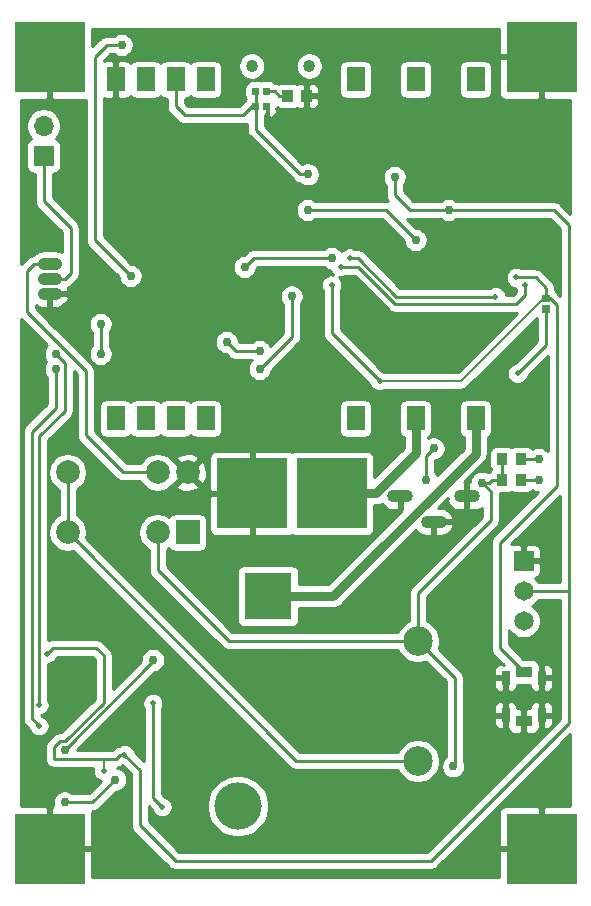
<source format=gbl>
G04 #@! TF.GenerationSoftware,KiCad,Pcbnew,(5.1.10)-1*
G04 #@! TF.CreationDate,2021-06-08T22:52:37-07:00*
G04 #@! TF.ProjectId,Plug_Pass,506c7567-5f50-4617-9373-2e6b69636164,v3.1*
G04 #@! TF.SameCoordinates,Original*
G04 #@! TF.FileFunction,Copper,L2,Bot*
G04 #@! TF.FilePolarity,Positive*
%FSLAX46Y46*%
G04 Gerber Fmt 4.6, Leading zero omitted, Abs format (unit mm)*
G04 Created by KiCad (PCBNEW (5.1.10)-1) date 2021-06-08 22:52:37*
%MOMM*%
%LPD*%
G01*
G04 APERTURE LIST*
G04 #@! TA.AperFunction,ComponentPad*
%ADD10C,1.030000*%
G04 #@! TD*
G04 #@! TA.AperFunction,ComponentPad*
%ADD11O,2.080000X1.040000*%
G04 #@! TD*
G04 #@! TA.AperFunction,ComponentPad*
%ADD12C,1.651000*%
G04 #@! TD*
G04 #@! TA.AperFunction,ComponentPad*
%ADD13R,1.651000X1.651000*%
G04 #@! TD*
G04 #@! TA.AperFunction,ComponentPad*
%ADD14O,1.700000X1.700000*%
G04 #@! TD*
G04 #@! TA.AperFunction,ComponentPad*
%ADD15R,1.700000X1.700000*%
G04 #@! TD*
G04 #@! TA.AperFunction,SMDPad,CuDef*
%ADD16R,1.500000X2.030000*%
G04 #@! TD*
G04 #@! TA.AperFunction,ComponentPad*
%ADD17R,6.000001X6.000001*%
G04 #@! TD*
G04 #@! TA.AperFunction,ComponentPad*
%ADD18O,2.200000X1.100000*%
G04 #@! TD*
G04 #@! TA.AperFunction,SMDPad,CuDef*
%ADD19R,1.400000X0.950000*%
G04 #@! TD*
G04 #@! TA.AperFunction,SMDPad,CuDef*
%ADD20R,0.750000X1.150000*%
G04 #@! TD*
G04 #@! TA.AperFunction,ComponentPad*
%ADD21C,2.500000*%
G04 #@! TD*
G04 #@! TA.AperFunction,ComponentPad*
%ADD22R,4.000000X4.000000*%
G04 #@! TD*
G04 #@! TA.AperFunction,ComponentPad*
%ADD23C,4.000000*%
G04 #@! TD*
G04 #@! TA.AperFunction,ComponentPad*
%ADD24C,2.000000*%
G04 #@! TD*
G04 #@! TA.AperFunction,ComponentPad*
%ADD25R,2.000000X2.000000*%
G04 #@! TD*
G04 #@! TA.AperFunction,ViaPad*
%ADD26C,0.762000*%
G04 #@! TD*
G04 #@! TA.AperFunction,ViaPad*
%ADD27C,0.508000*%
G04 #@! TD*
G04 #@! TA.AperFunction,ViaPad*
%ADD28C,1.160000*%
G04 #@! TD*
G04 #@! TA.AperFunction,Conductor*
%ADD29C,0.254000*%
G04 #@! TD*
G04 #@! TA.AperFunction,Conductor*
%ADD30C,0.177800*%
G04 #@! TD*
G04 #@! TA.AperFunction,Conductor*
%ADD31C,0.762000*%
G04 #@! TD*
G04 #@! TA.AperFunction,Conductor*
%ADD32C,0.100000*%
G04 #@! TD*
G04 APERTURE END LIST*
D10*
X154078000Y-57150000D03*
X149198000Y-57150000D03*
D11*
X132080000Y-73914000D03*
X132080000Y-75184000D03*
X132080000Y-76454000D03*
D12*
X172212000Y-104140000D03*
X172212000Y-101600000D03*
D13*
X172212000Y-99060000D03*
D14*
X131572000Y-62230000D03*
D15*
X131572000Y-64770000D03*
D16*
X137668000Y-86994000D03*
X140208000Y-86994000D03*
X142748000Y-86994000D03*
X145288000Y-86994000D03*
X157988000Y-86994000D03*
X163068000Y-86994000D03*
X168148000Y-86994000D03*
X137668000Y-58294000D03*
X140208000Y-58294000D03*
X142748000Y-58294000D03*
X145288000Y-58294000D03*
X157988000Y-58294000D03*
X163068000Y-58294000D03*
X168148000Y-58294000D03*
D17*
X173736000Y-123444000D03*
X173736000Y-56388000D03*
X132080000Y-123444000D03*
X132080000Y-56388000D03*
D18*
X167392000Y-93599000D03*
X161792000Y-93599000D03*
X164592000Y-95749000D03*
G04 #@! TA.AperFunction,SMDPad,CuDef*
G36*
G01*
X172446000Y-91740500D02*
X172446000Y-92663500D01*
G75*
G02*
X172432500Y-92677000I-13500J0D01*
G01*
X171559500Y-92677000D01*
G75*
G02*
X171546000Y-92663500I0J13500D01*
G01*
X171546000Y-91740500D01*
G75*
G02*
X171559500Y-91727000I13500J0D01*
G01*
X172432500Y-91727000D01*
G75*
G02*
X172446000Y-91740500I0J-13500D01*
G01*
G37*
G04 #@! TD.AperFunction*
G04 #@! TA.AperFunction,SMDPad,CuDef*
G36*
G01*
X170846000Y-91740500D02*
X170846000Y-92663500D01*
G75*
G02*
X170832500Y-92677000I-13500J0D01*
G01*
X169959500Y-92677000D01*
G75*
G02*
X169946000Y-92663500I0J13500D01*
G01*
X169946000Y-91740500D01*
G75*
G02*
X169959500Y-91727000I13500J0D01*
G01*
X170832500Y-91727000D01*
G75*
G02*
X170846000Y-91740500I0J-13500D01*
G01*
G37*
G04 #@! TD.AperFunction*
D19*
X172212000Y-108458000D03*
X172212000Y-112608000D03*
D20*
X170687000Y-108958000D03*
X173737000Y-108958000D03*
X170687000Y-112108000D03*
X173737000Y-112108000D03*
G04 #@! TA.AperFunction,SMDPad,CuDef*
G36*
G01*
X172446000Y-89962500D02*
X172446000Y-90885500D01*
G75*
G02*
X172432500Y-90899000I-13500J0D01*
G01*
X171559500Y-90899000D01*
G75*
G02*
X171546000Y-90885500I0J13500D01*
G01*
X171546000Y-89962500D01*
G75*
G02*
X171559500Y-89949000I13500J0D01*
G01*
X172432500Y-89949000D01*
G75*
G02*
X172446000Y-89962500I0J-13500D01*
G01*
G37*
G04 #@! TD.AperFunction*
G04 #@! TA.AperFunction,SMDPad,CuDef*
G36*
G01*
X170846000Y-89962500D02*
X170846000Y-90885500D01*
G75*
G02*
X170832500Y-90899000I-13500J0D01*
G01*
X169959500Y-90899000D01*
G75*
G02*
X169946000Y-90885500I0J13500D01*
G01*
X169946000Y-89962500D01*
G75*
G02*
X169959500Y-89949000I13500J0D01*
G01*
X170832500Y-89949000D01*
G75*
G02*
X170846000Y-89962500I0J-13500D01*
G01*
G37*
G04 #@! TD.AperFunction*
G04 #@! TA.AperFunction,SMDPad,CuDef*
G36*
G01*
X150127000Y-59609700D02*
X150127000Y-59008300D01*
G75*
G02*
X150136300Y-58999000I9300J0D01*
G01*
X150737700Y-58999000D01*
G75*
G02*
X150747000Y-59008300I0J-9300D01*
G01*
X150747000Y-59609700D01*
G75*
G02*
X150737700Y-59619000I-9300J0D01*
G01*
X150136300Y-59619000D01*
G75*
G02*
X150127000Y-59609700I0J9300D01*
G01*
G37*
G04 #@! TD.AperFunction*
G04 #@! TA.AperFunction,SMDPad,CuDef*
G36*
G01*
X149227000Y-59609700D02*
X149227000Y-59008300D01*
G75*
G02*
X149236300Y-58999000I9300J0D01*
G01*
X149837700Y-58999000D01*
G75*
G02*
X149847000Y-59008300I0J-9300D01*
G01*
X149847000Y-59609700D01*
G75*
G02*
X149837700Y-59619000I-9300J0D01*
G01*
X149236300Y-59619000D01*
G75*
G02*
X149227000Y-59609700I0J9300D01*
G01*
G37*
G04 #@! TD.AperFunction*
G04 #@! TA.AperFunction,SMDPad,CuDef*
G36*
G01*
X154285000Y-59228500D02*
X154285000Y-60151500D01*
G75*
G02*
X154271500Y-60165000I-13500J0D01*
G01*
X153398500Y-60165000D01*
G75*
G02*
X153385000Y-60151500I0J13500D01*
G01*
X153385000Y-59228500D01*
G75*
G02*
X153398500Y-59215000I13500J0D01*
G01*
X154271500Y-59215000D01*
G75*
G02*
X154285000Y-59228500I0J-13500D01*
G01*
G37*
G04 #@! TD.AperFunction*
G04 #@! TA.AperFunction,SMDPad,CuDef*
G36*
G01*
X152685000Y-59228500D02*
X152685000Y-60151500D01*
G75*
G02*
X152671500Y-60165000I-13500J0D01*
G01*
X151798500Y-60165000D01*
G75*
G02*
X151785000Y-60151500I0J13500D01*
G01*
X151785000Y-59228500D01*
G75*
G02*
X151798500Y-59215000I13500J0D01*
G01*
X152671500Y-59215000D01*
G75*
G02*
X152685000Y-59228500I0J-13500D01*
G01*
G37*
G04 #@! TD.AperFunction*
G04 #@! TA.AperFunction,SMDPad,CuDef*
G36*
G01*
X173816300Y-77425000D02*
X174417700Y-77425000D01*
G75*
G02*
X174427000Y-77434300I0J-9300D01*
G01*
X174427000Y-78035700D01*
G75*
G02*
X174417700Y-78045000I-9300J0D01*
G01*
X173816300Y-78045000D01*
G75*
G02*
X173807000Y-78035700I0J9300D01*
G01*
X173807000Y-77434300D01*
G75*
G02*
X173816300Y-77425000I9300J0D01*
G01*
G37*
G04 #@! TD.AperFunction*
G04 #@! TA.AperFunction,SMDPad,CuDef*
G36*
G01*
X173816300Y-76525000D02*
X174417700Y-76525000D01*
G75*
G02*
X174427000Y-76534300I0J-9300D01*
G01*
X174427000Y-77135700D01*
G75*
G02*
X174417700Y-77145000I-9300J0D01*
G01*
X173816300Y-77145000D01*
G75*
G02*
X173807000Y-77135700I0J9300D01*
G01*
X173807000Y-76534300D01*
G75*
G02*
X173816300Y-76525000I9300J0D01*
G01*
G37*
G04 #@! TD.AperFunction*
G04 #@! TA.AperFunction,SMDPad,CuDef*
G36*
G01*
X150127000Y-60879700D02*
X150127000Y-60278300D01*
G75*
G02*
X150136300Y-60269000I9300J0D01*
G01*
X150737700Y-60269000D01*
G75*
G02*
X150747000Y-60278300I0J-9300D01*
G01*
X150747000Y-60879700D01*
G75*
G02*
X150737700Y-60889000I-9300J0D01*
G01*
X150136300Y-60889000D01*
G75*
G02*
X150127000Y-60879700I0J9300D01*
G01*
G37*
G04 #@! TD.AperFunction*
G04 #@! TA.AperFunction,SMDPad,CuDef*
G36*
G01*
X149227000Y-60879700D02*
X149227000Y-60278300D01*
G75*
G02*
X149236300Y-60269000I9300J0D01*
G01*
X149837700Y-60269000D01*
G75*
G02*
X149847000Y-60278300I0J-9300D01*
G01*
X149847000Y-60879700D01*
G75*
G02*
X149837700Y-60889000I-9300J0D01*
G01*
X149236300Y-60889000D01*
G75*
G02*
X149227000Y-60879700I0J9300D01*
G01*
G37*
G04 #@! TD.AperFunction*
D21*
X163275200Y-105841800D03*
X163275200Y-116001800D03*
D22*
X150575200Y-102031800D03*
D23*
X148035200Y-119811800D03*
D17*
X149225000Y-93345000D03*
X155956000Y-93345000D03*
D24*
X133604000Y-91567000D03*
X141224000Y-91567000D03*
X133604000Y-96647000D03*
X141224000Y-96647000D03*
X143764000Y-91567000D03*
D25*
X143764000Y-96647000D03*
D26*
X156972000Y-67564000D03*
D27*
X131826000Y-106934000D03*
X138427500Y-115445500D03*
D26*
X161290000Y-66548000D03*
X165862000Y-69342000D03*
D27*
X136652000Y-116840000D03*
X160528000Y-81788000D03*
X154686000Y-84582000D03*
X134366000Y-109982000D03*
D26*
X146050000Y-82296000D03*
D27*
X132842000Y-103124000D03*
D26*
X156972000Y-77597000D03*
X143002000Y-103505000D03*
D27*
X138684000Y-105664000D03*
D28*
X161544000Y-101092000D03*
D27*
X162560000Y-61214000D03*
X135706000Y-105156000D03*
D26*
X163068000Y-65532000D03*
X172212000Y-85090000D03*
X146558000Y-111760000D03*
X149098000Y-109728000D03*
X144526000Y-116332000D03*
X168688500Y-92423500D03*
X153924000Y-69342000D03*
X163068000Y-71882000D03*
X166246000Y-116456000D03*
X153954100Y-66324100D03*
D27*
X171704000Y-83185000D03*
X171577000Y-75057000D03*
D26*
X139700000Y-114300000D03*
X162052000Y-110236000D03*
D27*
X155956000Y-75692000D03*
X160020000Y-83820000D03*
D26*
X152584000Y-76638000D03*
X149860000Y-82804000D03*
X147066000Y-80518000D03*
X149860000Y-81280000D03*
X136398000Y-81534000D03*
X136398000Y-78994000D03*
D27*
X157480000Y-73406000D03*
X169839000Y-76668000D03*
X156718000Y-74168000D03*
X172339000Y-75692000D03*
X140839000Y-111121000D03*
X141605000Y-119888000D03*
D26*
X133350000Y-115062000D03*
X140843000Y-107442000D03*
X164592000Y-89535000D03*
X163957000Y-92202000D03*
X138176000Y-55372000D03*
X138938000Y-74930000D03*
X137640000Y-117574000D03*
X133350000Y-119507000D03*
X173482000Y-90424000D03*
X173482000Y-92202000D03*
D27*
X131190999Y-111251999D03*
D26*
X132588000Y-81534000D03*
D27*
X131191000Y-113030000D03*
D26*
X132588000Y-82804000D03*
X155956000Y-73406000D03*
X148590000Y-74168000D03*
D29*
X132334000Y-106426000D02*
X131826000Y-106934000D01*
X136017000Y-106426000D02*
X132334000Y-106426000D01*
X136652000Y-111041566D02*
X136652000Y-107061000D01*
X133393566Y-114300000D02*
X136652000Y-111041566D01*
X132461001Y-114823237D02*
X132984238Y-114300000D01*
X138427500Y-115445500D02*
X138068290Y-115445500D01*
X136652000Y-107061000D02*
X136017000Y-106426000D01*
X132984238Y-114300000D02*
X133393566Y-114300000D01*
X138068290Y-115445500D02*
X137689789Y-115824001D01*
X132461001Y-115824001D02*
X132461001Y-114823237D01*
X161290000Y-66548000D02*
X161290000Y-68072000D01*
X161290000Y-68072000D02*
X162560000Y-69342000D01*
X162560000Y-69342000D02*
X165862000Y-69342000D01*
D30*
X136651999Y-116480789D02*
X136651999Y-115824001D01*
X136652000Y-116840000D02*
X136651999Y-116480789D01*
D29*
X136651999Y-115824001D02*
X132461001Y-115824001D01*
X137689789Y-115824001D02*
X136651999Y-115824001D01*
X172974000Y-69342000D02*
X165862000Y-69342000D01*
X174752000Y-69342000D02*
X172974000Y-69342000D01*
X164338000Y-124460000D02*
X176022000Y-112776000D01*
X139700000Y-121412000D02*
X142748000Y-124460000D01*
X142748000Y-124460000D02*
X164338000Y-124460000D01*
X139700000Y-116718000D02*
X139700000Y-121412000D01*
X176022000Y-70612000D02*
X174752000Y-69342000D01*
X138427500Y-115445500D02*
X139700000Y-116718000D01*
X172212000Y-101600000D02*
X176022000Y-101600000D01*
X176022000Y-101600000D02*
X176022000Y-70612000D01*
X176022000Y-112776000D02*
X176022000Y-101600000D01*
X168688500Y-92423500D02*
X169323500Y-92423500D01*
X169545000Y-92202000D02*
X170396000Y-92202000D01*
X169323500Y-92423500D02*
X169545000Y-92202000D01*
X170396000Y-92202000D02*
X170396000Y-90424000D01*
X149537000Y-60579000D02*
X149537000Y-59309000D01*
X153670000Y-69342000D02*
X153924000Y-69342000D01*
X153924000Y-69342000D02*
X153924000Y-69342000D01*
X153924000Y-69342000D02*
X159258000Y-69342000D01*
X160528000Y-69342000D02*
X163068000Y-71882000D01*
X163068000Y-71882000D02*
X163068000Y-71882000D01*
X149227000Y-60579000D02*
X149537000Y-60579000D01*
X148465000Y-61341000D02*
X149227000Y-60579000D01*
X143510000Y-61341000D02*
X148465000Y-61341000D01*
X142748000Y-60579000D02*
X143510000Y-61341000D01*
X142748000Y-58294000D02*
X142748000Y-60579000D01*
X149537000Y-62542000D02*
X149537000Y-60579000D01*
X153319100Y-66324100D02*
X149537000Y-62542000D01*
X153954100Y-66324100D02*
X153319100Y-66324100D01*
X159258000Y-69342000D02*
X160528000Y-69342000D01*
X174117000Y-77735000D02*
X174117000Y-80772000D01*
X174117000Y-80772000D02*
X171704000Y-83185000D01*
X171704000Y-83185000D02*
X171704000Y-83185000D01*
X171577000Y-75057000D02*
X173228000Y-75057000D01*
X174117000Y-75946000D02*
X174117000Y-76835000D01*
X173228000Y-75057000D02*
X174117000Y-75946000D01*
X172339000Y-99398000D02*
X172339000Y-98669000D01*
X163275200Y-102662800D02*
X163275200Y-105841800D01*
X168688500Y-92423500D02*
X169418000Y-93153000D01*
X163275200Y-101758562D02*
X163275200Y-102662800D01*
X169418000Y-95615762D02*
X163275200Y-101758562D01*
X169418000Y-93153000D02*
X169418000Y-95615762D01*
X141224000Y-96647000D02*
X141224000Y-99822000D01*
X147243800Y-105841800D02*
X163275200Y-105841800D01*
X141224000Y-99822000D02*
X147243800Y-105841800D01*
X163275200Y-105841800D02*
X166370000Y-108936600D01*
X166370000Y-116332000D02*
X166246000Y-116456000D01*
X166370000Y-108936600D02*
X166370000Y-116332000D01*
X155956000Y-75692000D02*
X155956000Y-79756000D01*
X155956000Y-79756000D02*
X160020000Y-83820000D01*
X160020000Y-83820000D02*
X160020000Y-83820000D01*
D30*
X173917498Y-76835000D02*
X174117000Y-76835000D01*
X166932498Y-83820000D02*
X173917498Y-76835000D01*
X160020000Y-83820000D02*
X166932498Y-83820000D01*
D29*
X170180000Y-106426000D02*
X172212000Y-108458000D01*
X170180000Y-97536000D02*
X170180000Y-106426000D01*
X175006000Y-92710000D02*
X170180000Y-97536000D01*
X175006000Y-77414000D02*
X175006000Y-92710000D01*
X174427000Y-76835000D02*
X175006000Y-77414000D01*
X174117000Y-76835000D02*
X174427000Y-76835000D01*
X152584000Y-76638000D02*
X152584000Y-80080000D01*
X152584000Y-80080000D02*
X149860000Y-82804000D01*
X149860000Y-82804000D02*
X149860000Y-82804000D01*
X147066000Y-80518000D02*
X147828000Y-81280000D01*
X147828000Y-81280000D02*
X149860000Y-81280000D01*
X149860000Y-81280000D02*
X149860000Y-81280000D01*
X136398000Y-81534000D02*
X136398000Y-78994000D01*
X136398000Y-78994000D02*
X136398000Y-78994000D01*
X158191198Y-73406000D02*
X157480000Y-73406000D01*
X161453198Y-76668000D02*
X158191198Y-73406000D01*
X169839000Y-76668000D02*
X161453198Y-76668000D01*
X161369765Y-77303001D02*
X158234764Y-74168000D01*
X158234764Y-74168000D02*
X156718000Y-74168000D01*
X172251999Y-75779001D02*
X172339000Y-75692000D01*
X161369765Y-77303001D02*
X171616999Y-77303001D01*
X172339000Y-76581000D02*
X172339000Y-75692000D01*
X171616999Y-77303001D02*
X172339000Y-76581000D01*
D31*
X155956000Y-93345000D02*
X159718000Y-93345000D01*
X163068000Y-89916000D02*
X163068000Y-86994000D01*
X159718000Y-93266000D02*
X163068000Y-89916000D01*
X159718000Y-93345000D02*
X159718000Y-93266000D01*
X168148000Y-89967143D02*
X168148000Y-86994000D01*
X156083343Y-102031800D02*
X168148000Y-89967143D01*
X150575200Y-102031800D02*
X156083343Y-102031800D01*
D29*
X140839000Y-119122000D02*
X141605000Y-119888000D01*
X140839000Y-111121000D02*
X140839000Y-119122000D01*
X140843000Y-107569000D02*
X140843000Y-107442000D01*
X133350000Y-115062000D02*
X140843000Y-107569000D01*
X163957000Y-90170000D02*
X164592000Y-89535000D01*
X163957000Y-92202000D02*
X163957000Y-90170000D01*
X138176000Y-55372000D02*
X136906000Y-55372000D01*
X136906000Y-55372000D02*
X135890000Y-56388000D01*
X135890000Y-56388000D02*
X135890000Y-71882000D01*
X135890000Y-71882000D02*
X138938000Y-74930000D01*
X138938000Y-74930000D02*
X138938000Y-74930000D01*
X150437000Y-59309000D02*
X151130000Y-59309000D01*
X151511000Y-59690000D02*
X152235000Y-59690000D01*
X151130000Y-59309000D02*
X151511000Y-59690000D01*
X135707000Y-119507000D02*
X137640000Y-117574000D01*
X133350000Y-119507000D02*
X135707000Y-119507000D01*
X171996000Y-90424000D02*
X173482000Y-90424000D01*
X173482000Y-90424000D02*
X173482000Y-90424000D01*
X171996000Y-92202000D02*
X172446000Y-92202000D01*
X172446000Y-92202000D02*
X173482000Y-92202000D01*
X173482000Y-92202000D02*
X173482000Y-92202000D01*
X131190999Y-111251999D02*
X131190999Y-111251999D01*
X133350000Y-82296000D02*
X132588000Y-81534000D01*
X133350000Y-86360000D02*
X133350000Y-82296000D01*
X131190999Y-88519001D02*
X133350000Y-86360000D01*
X131190999Y-111251999D02*
X131190999Y-88519001D01*
X132588000Y-86106000D02*
X132588000Y-82804000D01*
X130555998Y-88138002D02*
X132588000Y-86106000D01*
X130555998Y-112394998D02*
X130555998Y-88138002D01*
X131191000Y-113030000D02*
X130555998Y-112394998D01*
X133604000Y-91567000D02*
X133604000Y-96647000D01*
X152958800Y-116001800D02*
X163275200Y-116001800D01*
X133604000Y-96647000D02*
X152958800Y-116001800D01*
X155956000Y-73406000D02*
X149352000Y-73406000D01*
X149352000Y-73406000D02*
X148590000Y-74168000D01*
X148590000Y-74168000D02*
X148590000Y-74168000D01*
X148590000Y-74168000D02*
X148590000Y-74168000D01*
X133374000Y-75184000D02*
X133858000Y-74700000D01*
X132080000Y-75184000D02*
X133374000Y-75184000D01*
X133858000Y-74700000D02*
X133858000Y-70866000D01*
X131572000Y-68580000D02*
X131572000Y-64770000D01*
X133858000Y-70866000D02*
X131572000Y-68580000D01*
X130786000Y-73914000D02*
X132080000Y-73914000D01*
X130159762Y-74540238D02*
X130786000Y-73914000D01*
X130159762Y-77978000D02*
X130159762Y-74540238D01*
X135128000Y-82946238D02*
X130159762Y-77978000D01*
X135128000Y-88392000D02*
X135128000Y-82946238D01*
X138303000Y-91567000D02*
X135128000Y-88392000D01*
X141224000Y-91567000D02*
X138303000Y-91567000D01*
X131894646Y-80790514D02*
X131798821Y-80886338D01*
X131687632Y-81052744D01*
X131611044Y-81237644D01*
X131572000Y-81433933D01*
X131572000Y-81634067D01*
X131611044Y-81830356D01*
X131687632Y-82015256D01*
X131790361Y-82169000D01*
X131687632Y-82322744D01*
X131611044Y-82507644D01*
X131572000Y-82703933D01*
X131572000Y-82904067D01*
X131611044Y-83100356D01*
X131687632Y-83285256D01*
X131798821Y-83451662D01*
X131826001Y-83478842D01*
X131826000Y-85790369D01*
X130043647Y-87572723D01*
X130014577Y-87596580D01*
X129990720Y-87625650D01*
X129990719Y-87625651D01*
X129919353Y-87712610D01*
X129848597Y-87844987D01*
X129805025Y-87988624D01*
X129790312Y-88138002D01*
X129793999Y-88175435D01*
X129793998Y-112357575D01*
X129790312Y-112394998D01*
X129793998Y-112432421D01*
X129793998Y-112432423D01*
X129805024Y-112544375D01*
X129848596Y-112688012D01*
X129848597Y-112688013D01*
X129919353Y-112820390D01*
X129958981Y-112868676D01*
X130014576Y-112936420D01*
X130043651Y-112960281D01*
X130327097Y-113243727D01*
X130336164Y-113289312D01*
X130403179Y-113451099D01*
X130500469Y-113596704D01*
X130624296Y-113720531D01*
X130769901Y-113817821D01*
X130931688Y-113884836D01*
X131103441Y-113919000D01*
X131278559Y-113919000D01*
X131450312Y-113884836D01*
X131612099Y-113817821D01*
X131757704Y-113720531D01*
X131881531Y-113596704D01*
X131978821Y-113451099D01*
X132045836Y-113289312D01*
X132080000Y-113117559D01*
X132080000Y-112942441D01*
X132045836Y-112770688D01*
X131978821Y-112608901D01*
X131881531Y-112463296D01*
X131757704Y-112339469D01*
X131612099Y-112242179D01*
X131450312Y-112175164D01*
X131404727Y-112166097D01*
X131362861Y-112124230D01*
X131450311Y-112106835D01*
X131612098Y-112039820D01*
X131757703Y-111942530D01*
X131881530Y-111818703D01*
X131978820Y-111673098D01*
X132045835Y-111511311D01*
X132079999Y-111339558D01*
X132079999Y-111164440D01*
X132045835Y-110992687D01*
X131978820Y-110830900D01*
X131952999Y-110792256D01*
X131952999Y-107815155D01*
X132085312Y-107788836D01*
X132247099Y-107721821D01*
X132392704Y-107624531D01*
X132516531Y-107500704D01*
X132613821Y-107355099D01*
X132680836Y-107193312D01*
X132681893Y-107188000D01*
X135701370Y-107188000D01*
X135890001Y-107376631D01*
X135890000Y-110725936D01*
X133077936Y-113538000D01*
X133021661Y-113538000D01*
X132984238Y-113534314D01*
X132946815Y-113538000D01*
X132946812Y-113538000D01*
X132834860Y-113549026D01*
X132691223Y-113592598D01*
X132652049Y-113613537D01*
X132558845Y-113663355D01*
X132488517Y-113721072D01*
X132442816Y-113758578D01*
X132418958Y-113787649D01*
X131948650Y-114257958D01*
X131919580Y-114281815D01*
X131895723Y-114310885D01*
X131895722Y-114310886D01*
X131824356Y-114397845D01*
X131753600Y-114530222D01*
X131710028Y-114673859D01*
X131695315Y-114823237D01*
X131699002Y-114860670D01*
X131699001Y-115786575D01*
X131695315Y-115824001D01*
X131710027Y-115973379D01*
X131753599Y-116117016D01*
X131824356Y-116249393D01*
X131911791Y-116355933D01*
X131919579Y-116365423D01*
X132035609Y-116460646D01*
X132167986Y-116531403D01*
X132311623Y-116574975D01*
X132461001Y-116589687D01*
X132498426Y-116586001D01*
X135796107Y-116586001D01*
X135763000Y-116752441D01*
X135763000Y-116927559D01*
X135797164Y-117099312D01*
X135864179Y-117261099D01*
X135961469Y-117406704D01*
X136085296Y-117530531D01*
X136230901Y-117627821D01*
X136392688Y-117694836D01*
X136433429Y-117702940D01*
X135391370Y-118745000D01*
X134024841Y-118745000D01*
X133997662Y-118717821D01*
X133831256Y-118606632D01*
X133646356Y-118530044D01*
X133450067Y-118491000D01*
X133249933Y-118491000D01*
X133053644Y-118530044D01*
X132868744Y-118606632D01*
X132702338Y-118717821D01*
X132560821Y-118859338D01*
X132449632Y-119025744D01*
X132373044Y-119210644D01*
X132334000Y-119406933D01*
X132334000Y-119607067D01*
X132373044Y-119803356D01*
X132375377Y-119808989D01*
X132365750Y-119809000D01*
X132207000Y-119967750D01*
X132207000Y-123317000D01*
X135556250Y-123317000D01*
X135715000Y-123158250D01*
X135718072Y-120444000D01*
X135705812Y-120319518D01*
X135691132Y-120271123D01*
X135707000Y-120272686D01*
X135744423Y-120269000D01*
X135744426Y-120269000D01*
X135856378Y-120257974D01*
X136000015Y-120214402D01*
X136132392Y-120143645D01*
X136248422Y-120048422D01*
X136272284Y-120019346D01*
X137701631Y-118590000D01*
X137740067Y-118590000D01*
X137936356Y-118550956D01*
X138121256Y-118474368D01*
X138287662Y-118363179D01*
X138429179Y-118221662D01*
X138540368Y-118055256D01*
X138616956Y-117870356D01*
X138656000Y-117674067D01*
X138656000Y-117473933D01*
X138616956Y-117277644D01*
X138540368Y-117092744D01*
X138429179Y-116926338D01*
X138287662Y-116784821D01*
X138121256Y-116673632D01*
X137936356Y-116597044D01*
X137829964Y-116575881D01*
X137839167Y-116574975D01*
X137982804Y-116531403D01*
X138115181Y-116460646D01*
X138231211Y-116365423D01*
X138248602Y-116344232D01*
X138938000Y-117033631D01*
X138938001Y-121374567D01*
X138934314Y-121412000D01*
X138949027Y-121561378D01*
X138992599Y-121705015D01*
X139063355Y-121837392D01*
X139134721Y-121924351D01*
X139158579Y-121953422D01*
X139187649Y-121977279D01*
X142182721Y-124972352D01*
X142206578Y-125001422D01*
X142235648Y-125025279D01*
X142322607Y-125096645D01*
X142393364Y-125134465D01*
X142454985Y-125167402D01*
X142598622Y-125210974D01*
X142710574Y-125222000D01*
X142710577Y-125222000D01*
X142748000Y-125225686D01*
X142785423Y-125222000D01*
X164300577Y-125222000D01*
X164338000Y-125225686D01*
X164375423Y-125222000D01*
X164375426Y-125222000D01*
X164487378Y-125210974D01*
X164631015Y-125167402D01*
X164763392Y-125096645D01*
X164879422Y-125001422D01*
X164903284Y-124972346D01*
X169431630Y-120444000D01*
X170097928Y-120444000D01*
X170101000Y-123158250D01*
X170259750Y-123317000D01*
X173609000Y-123317000D01*
X173609000Y-119967750D01*
X173450250Y-119809000D01*
X170736000Y-119805928D01*
X170611518Y-119818188D01*
X170491820Y-119854498D01*
X170381506Y-119913463D01*
X170284815Y-119992815D01*
X170205463Y-120089506D01*
X170146498Y-120199820D01*
X170110188Y-120319518D01*
X170097928Y-120444000D01*
X169431630Y-120444000D01*
X176136301Y-113739330D01*
X176136301Y-119806607D01*
X174021750Y-119809000D01*
X173863000Y-119967750D01*
X173863000Y-123317000D01*
X173883000Y-123317000D01*
X173883000Y-123571000D01*
X173863000Y-123571000D01*
X173863000Y-123591000D01*
X173609000Y-123591000D01*
X173609000Y-123571000D01*
X170259750Y-123571000D01*
X170101000Y-123729750D01*
X170098607Y-125844300D01*
X135717393Y-125844300D01*
X135715000Y-123729750D01*
X135556250Y-123571000D01*
X132207000Y-123571000D01*
X132207000Y-123591000D01*
X131953000Y-123591000D01*
X131953000Y-123571000D01*
X131933000Y-123571000D01*
X131933000Y-123317000D01*
X131953000Y-123317000D01*
X131953000Y-119967750D01*
X131794250Y-119809000D01*
X129679700Y-119806607D01*
X129679700Y-78575568D01*
X131894646Y-80790514D01*
G04 #@! TA.AperFunction,Conductor*
D32*
G36*
X131894646Y-80790514D02*
G01*
X131798821Y-80886338D01*
X131687632Y-81052744D01*
X131611044Y-81237644D01*
X131572000Y-81433933D01*
X131572000Y-81634067D01*
X131611044Y-81830356D01*
X131687632Y-82015256D01*
X131790361Y-82169000D01*
X131687632Y-82322744D01*
X131611044Y-82507644D01*
X131572000Y-82703933D01*
X131572000Y-82904067D01*
X131611044Y-83100356D01*
X131687632Y-83285256D01*
X131798821Y-83451662D01*
X131826001Y-83478842D01*
X131826000Y-85790369D01*
X130043647Y-87572723D01*
X130014577Y-87596580D01*
X129990720Y-87625650D01*
X129990719Y-87625651D01*
X129919353Y-87712610D01*
X129848597Y-87844987D01*
X129805025Y-87988624D01*
X129790312Y-88138002D01*
X129793999Y-88175435D01*
X129793998Y-112357575D01*
X129790312Y-112394998D01*
X129793998Y-112432421D01*
X129793998Y-112432423D01*
X129805024Y-112544375D01*
X129848596Y-112688012D01*
X129848597Y-112688013D01*
X129919353Y-112820390D01*
X129958981Y-112868676D01*
X130014576Y-112936420D01*
X130043651Y-112960281D01*
X130327097Y-113243727D01*
X130336164Y-113289312D01*
X130403179Y-113451099D01*
X130500469Y-113596704D01*
X130624296Y-113720531D01*
X130769901Y-113817821D01*
X130931688Y-113884836D01*
X131103441Y-113919000D01*
X131278559Y-113919000D01*
X131450312Y-113884836D01*
X131612099Y-113817821D01*
X131757704Y-113720531D01*
X131881531Y-113596704D01*
X131978821Y-113451099D01*
X132045836Y-113289312D01*
X132080000Y-113117559D01*
X132080000Y-112942441D01*
X132045836Y-112770688D01*
X131978821Y-112608901D01*
X131881531Y-112463296D01*
X131757704Y-112339469D01*
X131612099Y-112242179D01*
X131450312Y-112175164D01*
X131404727Y-112166097D01*
X131362861Y-112124230D01*
X131450311Y-112106835D01*
X131612098Y-112039820D01*
X131757703Y-111942530D01*
X131881530Y-111818703D01*
X131978820Y-111673098D01*
X132045835Y-111511311D01*
X132079999Y-111339558D01*
X132079999Y-111164440D01*
X132045835Y-110992687D01*
X131978820Y-110830900D01*
X131952999Y-110792256D01*
X131952999Y-107815155D01*
X132085312Y-107788836D01*
X132247099Y-107721821D01*
X132392704Y-107624531D01*
X132516531Y-107500704D01*
X132613821Y-107355099D01*
X132680836Y-107193312D01*
X132681893Y-107188000D01*
X135701370Y-107188000D01*
X135890001Y-107376631D01*
X135890000Y-110725936D01*
X133077936Y-113538000D01*
X133021661Y-113538000D01*
X132984238Y-113534314D01*
X132946815Y-113538000D01*
X132946812Y-113538000D01*
X132834860Y-113549026D01*
X132691223Y-113592598D01*
X132652049Y-113613537D01*
X132558845Y-113663355D01*
X132488517Y-113721072D01*
X132442816Y-113758578D01*
X132418958Y-113787649D01*
X131948650Y-114257958D01*
X131919580Y-114281815D01*
X131895723Y-114310885D01*
X131895722Y-114310886D01*
X131824356Y-114397845D01*
X131753600Y-114530222D01*
X131710028Y-114673859D01*
X131695315Y-114823237D01*
X131699002Y-114860670D01*
X131699001Y-115786575D01*
X131695315Y-115824001D01*
X131710027Y-115973379D01*
X131753599Y-116117016D01*
X131824356Y-116249393D01*
X131911791Y-116355933D01*
X131919579Y-116365423D01*
X132035609Y-116460646D01*
X132167986Y-116531403D01*
X132311623Y-116574975D01*
X132461001Y-116589687D01*
X132498426Y-116586001D01*
X135796107Y-116586001D01*
X135763000Y-116752441D01*
X135763000Y-116927559D01*
X135797164Y-117099312D01*
X135864179Y-117261099D01*
X135961469Y-117406704D01*
X136085296Y-117530531D01*
X136230901Y-117627821D01*
X136392688Y-117694836D01*
X136433429Y-117702940D01*
X135391370Y-118745000D01*
X134024841Y-118745000D01*
X133997662Y-118717821D01*
X133831256Y-118606632D01*
X133646356Y-118530044D01*
X133450067Y-118491000D01*
X133249933Y-118491000D01*
X133053644Y-118530044D01*
X132868744Y-118606632D01*
X132702338Y-118717821D01*
X132560821Y-118859338D01*
X132449632Y-119025744D01*
X132373044Y-119210644D01*
X132334000Y-119406933D01*
X132334000Y-119607067D01*
X132373044Y-119803356D01*
X132375377Y-119808989D01*
X132365750Y-119809000D01*
X132207000Y-119967750D01*
X132207000Y-123317000D01*
X135556250Y-123317000D01*
X135715000Y-123158250D01*
X135718072Y-120444000D01*
X135705812Y-120319518D01*
X135691132Y-120271123D01*
X135707000Y-120272686D01*
X135744423Y-120269000D01*
X135744426Y-120269000D01*
X135856378Y-120257974D01*
X136000015Y-120214402D01*
X136132392Y-120143645D01*
X136248422Y-120048422D01*
X136272284Y-120019346D01*
X137701631Y-118590000D01*
X137740067Y-118590000D01*
X137936356Y-118550956D01*
X138121256Y-118474368D01*
X138287662Y-118363179D01*
X138429179Y-118221662D01*
X138540368Y-118055256D01*
X138616956Y-117870356D01*
X138656000Y-117674067D01*
X138656000Y-117473933D01*
X138616956Y-117277644D01*
X138540368Y-117092744D01*
X138429179Y-116926338D01*
X138287662Y-116784821D01*
X138121256Y-116673632D01*
X137936356Y-116597044D01*
X137829964Y-116575881D01*
X137839167Y-116574975D01*
X137982804Y-116531403D01*
X138115181Y-116460646D01*
X138231211Y-116365423D01*
X138248602Y-116344232D01*
X138938000Y-117033631D01*
X138938001Y-121374567D01*
X138934314Y-121412000D01*
X138949027Y-121561378D01*
X138992599Y-121705015D01*
X139063355Y-121837392D01*
X139134721Y-121924351D01*
X139158579Y-121953422D01*
X139187649Y-121977279D01*
X142182721Y-124972352D01*
X142206578Y-125001422D01*
X142235648Y-125025279D01*
X142322607Y-125096645D01*
X142393364Y-125134465D01*
X142454985Y-125167402D01*
X142598622Y-125210974D01*
X142710574Y-125222000D01*
X142710577Y-125222000D01*
X142748000Y-125225686D01*
X142785423Y-125222000D01*
X164300577Y-125222000D01*
X164338000Y-125225686D01*
X164375423Y-125222000D01*
X164375426Y-125222000D01*
X164487378Y-125210974D01*
X164631015Y-125167402D01*
X164763392Y-125096645D01*
X164879422Y-125001422D01*
X164903284Y-124972346D01*
X169431630Y-120444000D01*
X170097928Y-120444000D01*
X170101000Y-123158250D01*
X170259750Y-123317000D01*
X173609000Y-123317000D01*
X173609000Y-119967750D01*
X173450250Y-119809000D01*
X170736000Y-119805928D01*
X170611518Y-119818188D01*
X170491820Y-119854498D01*
X170381506Y-119913463D01*
X170284815Y-119992815D01*
X170205463Y-120089506D01*
X170146498Y-120199820D01*
X170110188Y-120319518D01*
X170097928Y-120444000D01*
X169431630Y-120444000D01*
X176136301Y-113739330D01*
X176136301Y-119806607D01*
X174021750Y-119809000D01*
X173863000Y-119967750D01*
X173863000Y-123317000D01*
X173883000Y-123317000D01*
X173883000Y-123571000D01*
X173863000Y-123571000D01*
X173863000Y-123591000D01*
X173609000Y-123591000D01*
X173609000Y-123571000D01*
X170259750Y-123571000D01*
X170101000Y-123729750D01*
X170098607Y-125844300D01*
X135717393Y-125844300D01*
X135715000Y-123729750D01*
X135556250Y-123571000D01*
X132207000Y-123571000D01*
X132207000Y-123591000D01*
X131953000Y-123591000D01*
X131953000Y-123571000D01*
X131933000Y-123571000D01*
X131933000Y-123317000D01*
X131953000Y-123317000D01*
X131953000Y-119967750D01*
X131794250Y-119809000D01*
X129679700Y-119806607D01*
X129679700Y-78575568D01*
X131894646Y-80790514D01*
G37*
G04 #@! TD.AperFunction*
D29*
X170101000Y-56102250D02*
X170259750Y-56261000D01*
X173609000Y-56261000D01*
X173609000Y-56241000D01*
X173863000Y-56241000D01*
X173863000Y-56261000D01*
X173883000Y-56261000D01*
X173883000Y-56515000D01*
X173863000Y-56515000D01*
X173863000Y-59864250D01*
X174021750Y-60023000D01*
X176136300Y-60025393D01*
X176136300Y-69648670D01*
X175317284Y-68829654D01*
X175293422Y-68800578D01*
X175177392Y-68705355D01*
X175045015Y-68634598D01*
X174901378Y-68591026D01*
X174789426Y-68580000D01*
X174789423Y-68580000D01*
X174752000Y-68576314D01*
X174714577Y-68580000D01*
X166536841Y-68580000D01*
X166509662Y-68552821D01*
X166343256Y-68441632D01*
X166158356Y-68365044D01*
X165962067Y-68326000D01*
X165761933Y-68326000D01*
X165565644Y-68365044D01*
X165380744Y-68441632D01*
X165214338Y-68552821D01*
X165187159Y-68580000D01*
X162875631Y-68580000D01*
X162052000Y-67756370D01*
X162052000Y-67222841D01*
X162079179Y-67195662D01*
X162190368Y-67029256D01*
X162266956Y-66844356D01*
X162306000Y-66648067D01*
X162306000Y-66447933D01*
X162266956Y-66251644D01*
X162190368Y-66066744D01*
X162079179Y-65900338D01*
X161937662Y-65758821D01*
X161771256Y-65647632D01*
X161586356Y-65571044D01*
X161390067Y-65532000D01*
X161189933Y-65532000D01*
X160993644Y-65571044D01*
X160808744Y-65647632D01*
X160642338Y-65758821D01*
X160500821Y-65900338D01*
X160389632Y-66066744D01*
X160313044Y-66251644D01*
X160274000Y-66447933D01*
X160274000Y-66648067D01*
X160313044Y-66844356D01*
X160389632Y-67029256D01*
X160500821Y-67195662D01*
X160528000Y-67222841D01*
X160528001Y-68034567D01*
X160524314Y-68072000D01*
X160539027Y-68221378D01*
X160582599Y-68365015D01*
X160653355Y-68497392D01*
X160698845Y-68552821D01*
X160747708Y-68612360D01*
X160677378Y-68591026D01*
X160565426Y-68580000D01*
X160565423Y-68580000D01*
X160528000Y-68576314D01*
X160490577Y-68580000D01*
X154598841Y-68580000D01*
X154571662Y-68552821D01*
X154405256Y-68441632D01*
X154220356Y-68365044D01*
X154024067Y-68326000D01*
X153823933Y-68326000D01*
X153627644Y-68365044D01*
X153442744Y-68441632D01*
X153276338Y-68552821D01*
X153134821Y-68694338D01*
X153023632Y-68860744D01*
X152947044Y-69045644D01*
X152908000Y-69241933D01*
X152908000Y-69304574D01*
X152904314Y-69342000D01*
X152908000Y-69379426D01*
X152908000Y-69442067D01*
X152947044Y-69638356D01*
X153023632Y-69823256D01*
X153134821Y-69989662D01*
X153276338Y-70131179D01*
X153442744Y-70242368D01*
X153627644Y-70318956D01*
X153823933Y-70358000D01*
X154024067Y-70358000D01*
X154220356Y-70318956D01*
X154405256Y-70242368D01*
X154571662Y-70131179D01*
X154598841Y-70104000D01*
X160212370Y-70104000D01*
X162052000Y-71943631D01*
X162052000Y-71982067D01*
X162091044Y-72178356D01*
X162167632Y-72363256D01*
X162278821Y-72529662D01*
X162420338Y-72671179D01*
X162586744Y-72782368D01*
X162771644Y-72858956D01*
X162967933Y-72898000D01*
X163168067Y-72898000D01*
X163364356Y-72858956D01*
X163549256Y-72782368D01*
X163715662Y-72671179D01*
X163857179Y-72529662D01*
X163968368Y-72363256D01*
X164044956Y-72178356D01*
X164084000Y-71982067D01*
X164084000Y-71781933D01*
X164044956Y-71585644D01*
X163968368Y-71400744D01*
X163857179Y-71234338D01*
X163715662Y-71092821D01*
X163549256Y-70981632D01*
X163364356Y-70905044D01*
X163168067Y-70866000D01*
X163129631Y-70866000D01*
X162333083Y-70069453D01*
X162410622Y-70092974D01*
X162522574Y-70104000D01*
X162522576Y-70104000D01*
X162559999Y-70107686D01*
X162597422Y-70104000D01*
X165187159Y-70104000D01*
X165214338Y-70131179D01*
X165380744Y-70242368D01*
X165565644Y-70318956D01*
X165761933Y-70358000D01*
X165962067Y-70358000D01*
X166158356Y-70318956D01*
X166343256Y-70242368D01*
X166509662Y-70131179D01*
X166536841Y-70104000D01*
X174436370Y-70104000D01*
X175260001Y-70927632D01*
X175260001Y-76590371D01*
X175041747Y-76372117D01*
X175015794Y-76286561D01*
X174955970Y-76174639D01*
X174879000Y-76080851D01*
X174879000Y-75983423D01*
X174882686Y-75946000D01*
X174879000Y-75908574D01*
X174867974Y-75796622D01*
X174824402Y-75652985D01*
X174776950Y-75564209D01*
X174753645Y-75520607D01*
X174682279Y-75433648D01*
X174658422Y-75404578D01*
X174629353Y-75380722D01*
X173793284Y-74544653D01*
X173769422Y-74515578D01*
X173653392Y-74420355D01*
X173521015Y-74349598D01*
X173377378Y-74306026D01*
X173265426Y-74295000D01*
X173265423Y-74295000D01*
X173228000Y-74291314D01*
X173190577Y-74295000D01*
X172036743Y-74295000D01*
X171998099Y-74269179D01*
X171836312Y-74202164D01*
X171664559Y-74168000D01*
X171489441Y-74168000D01*
X171317688Y-74202164D01*
X171155901Y-74269179D01*
X171010296Y-74366469D01*
X170886469Y-74490296D01*
X170789179Y-74635901D01*
X170722164Y-74797688D01*
X170688000Y-74969441D01*
X170688000Y-75144559D01*
X170722164Y-75316312D01*
X170789179Y-75478099D01*
X170886469Y-75623704D01*
X171010296Y-75747531D01*
X171155901Y-75844821D01*
X171317688Y-75911836D01*
X171482846Y-75944688D01*
X171484164Y-75951312D01*
X171551179Y-76113099D01*
X171577000Y-76151743D01*
X171577000Y-76265370D01*
X171301369Y-76541001D01*
X170720155Y-76541001D01*
X170693836Y-76408688D01*
X170626821Y-76246901D01*
X170529531Y-76101296D01*
X170405704Y-75977469D01*
X170260099Y-75880179D01*
X170098312Y-75813164D01*
X169926559Y-75779000D01*
X169751441Y-75779000D01*
X169579688Y-75813164D01*
X169417901Y-75880179D01*
X169379257Y-75906000D01*
X161768828Y-75906000D01*
X158756482Y-72893654D01*
X158732620Y-72864578D01*
X158616590Y-72769355D01*
X158484213Y-72698598D01*
X158340576Y-72655026D01*
X158228624Y-72644000D01*
X158228621Y-72644000D01*
X158191198Y-72640314D01*
X158153775Y-72644000D01*
X157939743Y-72644000D01*
X157901099Y-72618179D01*
X157739312Y-72551164D01*
X157567559Y-72517000D01*
X157392441Y-72517000D01*
X157220688Y-72551164D01*
X157058901Y-72618179D01*
X156913296Y-72715469D01*
X156795346Y-72833419D01*
X156745179Y-72758338D01*
X156603662Y-72616821D01*
X156437256Y-72505632D01*
X156252356Y-72429044D01*
X156056067Y-72390000D01*
X155855933Y-72390000D01*
X155659644Y-72429044D01*
X155474744Y-72505632D01*
X155308338Y-72616821D01*
X155281159Y-72644000D01*
X149389423Y-72644000D01*
X149352000Y-72640314D01*
X149314577Y-72644000D01*
X149314574Y-72644000D01*
X149202622Y-72655026D01*
X149058985Y-72698598D01*
X149027422Y-72715469D01*
X148926607Y-72769355D01*
X148843904Y-72837228D01*
X148810578Y-72864578D01*
X148786720Y-72893649D01*
X148528369Y-73152000D01*
X148489933Y-73152000D01*
X148293644Y-73191044D01*
X148108744Y-73267632D01*
X147942338Y-73378821D01*
X147800821Y-73520338D01*
X147689632Y-73686744D01*
X147613044Y-73871644D01*
X147574000Y-74067933D01*
X147574000Y-74268067D01*
X147613044Y-74464356D01*
X147689632Y-74649256D01*
X147800821Y-74815662D01*
X147942338Y-74957179D01*
X148108744Y-75068368D01*
X148293644Y-75144956D01*
X148489933Y-75184000D01*
X148690067Y-75184000D01*
X148886356Y-75144956D01*
X149071256Y-75068368D01*
X149237662Y-74957179D01*
X149379179Y-74815662D01*
X149490368Y-74649256D01*
X149566956Y-74464356D01*
X149606000Y-74268067D01*
X149606000Y-74229631D01*
X149667631Y-74168000D01*
X155281159Y-74168000D01*
X155308338Y-74195179D01*
X155474744Y-74306368D01*
X155659644Y-74382956D01*
X155855933Y-74422000D01*
X155862107Y-74422000D01*
X155863164Y-74427312D01*
X155930179Y-74589099D01*
X156027469Y-74734704D01*
X156108728Y-74815963D01*
X156043559Y-74803000D01*
X155868441Y-74803000D01*
X155696688Y-74837164D01*
X155534901Y-74904179D01*
X155389296Y-75001469D01*
X155265469Y-75125296D01*
X155168179Y-75270901D01*
X155101164Y-75432688D01*
X155067000Y-75604441D01*
X155067000Y-75779559D01*
X155101164Y-75951312D01*
X155168179Y-76113099D01*
X155194000Y-76151743D01*
X155194001Y-79718567D01*
X155190314Y-79756000D01*
X155205027Y-79905378D01*
X155248599Y-80049015D01*
X155319355Y-80181392D01*
X155387150Y-80264000D01*
X155414579Y-80297422D01*
X155443649Y-80321279D01*
X159156097Y-84033728D01*
X159165164Y-84079312D01*
X159232179Y-84241099D01*
X159329469Y-84386704D01*
X159453296Y-84510531D01*
X159598901Y-84607821D01*
X159760688Y-84674836D01*
X159932441Y-84709000D01*
X160107559Y-84709000D01*
X160279312Y-84674836D01*
X160441099Y-84607821D01*
X160536764Y-84543900D01*
X166896942Y-84543900D01*
X166932498Y-84547402D01*
X167074407Y-84533425D01*
X167149879Y-84510531D01*
X167210863Y-84492032D01*
X167336621Y-84424813D01*
X167446849Y-84334351D01*
X167469522Y-84306724D01*
X173324393Y-78451854D01*
X173355000Y-78489149D01*
X173355001Y-80456368D01*
X171490273Y-82321096D01*
X171444688Y-82330164D01*
X171282901Y-82397179D01*
X171137296Y-82494469D01*
X171013469Y-82618296D01*
X170916179Y-82763901D01*
X170849164Y-82925688D01*
X170815000Y-83097441D01*
X170815000Y-83272559D01*
X170849164Y-83444312D01*
X170916179Y-83606099D01*
X171013469Y-83751704D01*
X171137296Y-83875531D01*
X171282901Y-83972821D01*
X171444688Y-84039836D01*
X171616441Y-84074000D01*
X171791559Y-84074000D01*
X171963312Y-84039836D01*
X172125099Y-83972821D01*
X172270704Y-83875531D01*
X172394531Y-83751704D01*
X172491821Y-83606099D01*
X172558836Y-83444312D01*
X172567904Y-83398727D01*
X174244000Y-81722631D01*
X174244001Y-89749160D01*
X174129662Y-89634821D01*
X173963256Y-89523632D01*
X173778356Y-89447044D01*
X173582067Y-89408000D01*
X173381933Y-89408000D01*
X173185644Y-89447044D01*
X173000744Y-89523632D01*
X172942895Y-89562285D01*
X172893231Y-89501769D01*
X172794494Y-89420738D01*
X172681846Y-89360526D01*
X172559615Y-89323448D01*
X172432500Y-89310928D01*
X171559500Y-89310928D01*
X171432385Y-89323448D01*
X171310154Y-89360526D01*
X171197506Y-89420738D01*
X171196000Y-89421974D01*
X171194494Y-89420738D01*
X171081846Y-89360526D01*
X170959615Y-89323448D01*
X170832500Y-89310928D01*
X169959500Y-89310928D01*
X169832385Y-89323448D01*
X169710154Y-89360526D01*
X169597506Y-89420738D01*
X169498769Y-89501769D01*
X169417738Y-89600506D01*
X169357526Y-89713154D01*
X169320448Y-89835385D01*
X169307928Y-89962500D01*
X169307928Y-90885500D01*
X169320448Y-91012615D01*
X169357526Y-91134846D01*
X169417738Y-91247494D01*
X169471497Y-91313000D01*
X169417738Y-91378506D01*
X169375753Y-91457053D01*
X169251985Y-91494598D01*
X169182576Y-91531698D01*
X169169756Y-91523132D01*
X168984856Y-91446544D01*
X168788567Y-91407500D01*
X168588433Y-91407500D01*
X168392144Y-91446544D01*
X168207244Y-91523132D01*
X168040838Y-91634321D01*
X167899321Y-91775838D01*
X167788132Y-91942244D01*
X167711544Y-92127144D01*
X167672500Y-92323433D01*
X167672500Y-92414000D01*
X167519000Y-92414000D01*
X167519000Y-93472000D01*
X167539000Y-93472000D01*
X167539000Y-93726000D01*
X167519000Y-93726000D01*
X167519000Y-94784000D01*
X168069000Y-94784000D01*
X168297742Y-94736454D01*
X168512813Y-94645196D01*
X168656001Y-94547732D01*
X168656001Y-95300130D01*
X162762854Y-101193278D01*
X162733778Y-101217140D01*
X162678183Y-101284884D01*
X162638555Y-101333170D01*
X162600735Y-101403927D01*
X162567798Y-101465548D01*
X162524226Y-101609185D01*
X162513200Y-101721136D01*
X162509514Y-101758562D01*
X162513200Y-101795985D01*
X162513200Y-104117121D01*
X162382318Y-104171334D01*
X162073582Y-104377625D01*
X161811025Y-104640182D01*
X161604734Y-104948918D01*
X161550521Y-105079800D01*
X147559431Y-105079800D01*
X142511431Y-100031800D01*
X147937128Y-100031800D01*
X147937128Y-104031800D01*
X147949388Y-104156282D01*
X147985698Y-104275980D01*
X148044663Y-104386294D01*
X148124015Y-104482985D01*
X148220706Y-104562337D01*
X148331020Y-104621302D01*
X148450718Y-104657612D01*
X148575200Y-104669872D01*
X152575200Y-104669872D01*
X152699682Y-104657612D01*
X152819380Y-104621302D01*
X152929694Y-104562337D01*
X153026385Y-104482985D01*
X153105737Y-104386294D01*
X153164702Y-104275980D01*
X153201012Y-104156282D01*
X153213272Y-104031800D01*
X153213272Y-103047800D01*
X156033441Y-103047800D01*
X156083343Y-103052715D01*
X156133245Y-103047800D01*
X156282514Y-103033098D01*
X156474030Y-102975002D01*
X156650533Y-102880660D01*
X156805239Y-102753696D01*
X156837055Y-102714928D01*
X163090744Y-96461239D01*
X163114275Y-96497119D01*
X163278052Y-96663734D01*
X163471187Y-96795196D01*
X163686258Y-96886454D01*
X163915000Y-96934000D01*
X164465000Y-96934000D01*
X164465000Y-95876000D01*
X164719000Y-95876000D01*
X164719000Y-96934000D01*
X165269000Y-96934000D01*
X165497742Y-96886454D01*
X165712813Y-96795196D01*
X165905948Y-96663734D01*
X166069725Y-96497119D01*
X166197850Y-96301754D01*
X166285399Y-96085147D01*
X166285803Y-96058744D01*
X166160361Y-95876000D01*
X164719000Y-95876000D01*
X164465000Y-95876000D01*
X164445000Y-95876000D01*
X164445000Y-95622000D01*
X164465000Y-95622000D01*
X164465000Y-95602000D01*
X164719000Y-95602000D01*
X164719000Y-95622000D01*
X166160361Y-95622000D01*
X166285803Y-95439256D01*
X166285399Y-95412853D01*
X166197850Y-95196246D01*
X166069725Y-95000881D01*
X165905948Y-94834266D01*
X165712813Y-94702804D01*
X165497742Y-94611546D01*
X165269000Y-94564000D01*
X164987984Y-94564000D01*
X165818506Y-93733478D01*
X165698197Y-93908744D01*
X165698601Y-93935147D01*
X165786150Y-94151754D01*
X165914275Y-94347119D01*
X166078052Y-94513734D01*
X166271187Y-94645196D01*
X166486258Y-94736454D01*
X166715000Y-94784000D01*
X167265000Y-94784000D01*
X167265000Y-93726000D01*
X167245000Y-93726000D01*
X167245000Y-93472000D01*
X167265000Y-93472000D01*
X167265000Y-92414000D01*
X167137984Y-92414000D01*
X168831133Y-90720851D01*
X168869896Y-90689039D01*
X168996860Y-90534333D01*
X169091202Y-90357830D01*
X169149298Y-90166314D01*
X169164000Y-90017045D01*
X169164000Y-90017044D01*
X169168915Y-89967143D01*
X169164000Y-89917241D01*
X169164000Y-88586839D01*
X169252494Y-88539537D01*
X169349185Y-88460185D01*
X169428537Y-88363494D01*
X169487502Y-88253180D01*
X169523812Y-88133482D01*
X169536072Y-88009000D01*
X169536072Y-85979000D01*
X169523812Y-85854518D01*
X169487502Y-85734820D01*
X169428537Y-85624506D01*
X169349185Y-85527815D01*
X169252494Y-85448463D01*
X169142180Y-85389498D01*
X169022482Y-85353188D01*
X168898000Y-85340928D01*
X167398000Y-85340928D01*
X167273518Y-85353188D01*
X167153820Y-85389498D01*
X167043506Y-85448463D01*
X166946815Y-85527815D01*
X166867463Y-85624506D01*
X166808498Y-85734820D01*
X166772188Y-85854518D01*
X166759928Y-85979000D01*
X166759928Y-88009000D01*
X166772188Y-88133482D01*
X166808498Y-88253180D01*
X166867463Y-88363494D01*
X166946815Y-88460185D01*
X167043506Y-88539537D01*
X167132000Y-88586839D01*
X167132000Y-89546302D01*
X164886713Y-91791589D01*
X164857368Y-91720744D01*
X164746179Y-91554338D01*
X164719000Y-91527159D01*
X164719000Y-90545643D01*
X164888356Y-90511956D01*
X165073256Y-90435368D01*
X165239662Y-90324179D01*
X165381179Y-90182662D01*
X165492368Y-90016256D01*
X165568956Y-89831356D01*
X165608000Y-89635067D01*
X165608000Y-89434933D01*
X165568956Y-89238644D01*
X165492368Y-89053744D01*
X165381179Y-88887338D01*
X165239662Y-88745821D01*
X165073256Y-88634632D01*
X164888356Y-88558044D01*
X164692067Y-88519000D01*
X164491933Y-88519000D01*
X164295644Y-88558044D01*
X164110744Y-88634632D01*
X164084000Y-88652502D01*
X164084000Y-88586839D01*
X164172494Y-88539537D01*
X164269185Y-88460185D01*
X164348537Y-88363494D01*
X164407502Y-88253180D01*
X164443812Y-88133482D01*
X164456072Y-88009000D01*
X164456072Y-85979000D01*
X164443812Y-85854518D01*
X164407502Y-85734820D01*
X164348537Y-85624506D01*
X164269185Y-85527815D01*
X164172494Y-85448463D01*
X164062180Y-85389498D01*
X163942482Y-85353188D01*
X163818000Y-85340928D01*
X162318000Y-85340928D01*
X162193518Y-85353188D01*
X162073820Y-85389498D01*
X161963506Y-85448463D01*
X161866815Y-85527815D01*
X161787463Y-85624506D01*
X161728498Y-85734820D01*
X161692188Y-85854518D01*
X161679928Y-85979000D01*
X161679928Y-88009000D01*
X161692188Y-88133482D01*
X161728498Y-88253180D01*
X161787463Y-88363494D01*
X161866815Y-88460185D01*
X161963506Y-88539537D01*
X162052000Y-88586839D01*
X162052000Y-89495159D01*
X159594072Y-91953088D01*
X159594072Y-90345000D01*
X159581812Y-90220518D01*
X159545502Y-90100820D01*
X159486537Y-89990506D01*
X159407185Y-89893815D01*
X159310494Y-89814463D01*
X159200180Y-89755498D01*
X159080482Y-89719188D01*
X158956000Y-89706928D01*
X152956000Y-89706928D01*
X152831518Y-89719188D01*
X152711820Y-89755498D01*
X152601506Y-89814463D01*
X152590500Y-89823495D01*
X152579494Y-89814463D01*
X152469180Y-89755498D01*
X152349482Y-89719188D01*
X152225000Y-89706928D01*
X149510750Y-89710000D01*
X149352000Y-89868750D01*
X149352000Y-93218000D01*
X149372000Y-93218000D01*
X149372000Y-93472000D01*
X149352000Y-93472000D01*
X149352000Y-96821250D01*
X149510750Y-96980000D01*
X152225000Y-96983072D01*
X152349482Y-96970812D01*
X152469180Y-96934502D01*
X152579494Y-96875537D01*
X152590500Y-96866505D01*
X152601506Y-96875537D01*
X152711820Y-96934502D01*
X152831518Y-96970812D01*
X152956000Y-96983072D01*
X158956000Y-96983072D01*
X159080482Y-96970812D01*
X159200180Y-96934502D01*
X159310494Y-96875537D01*
X159407185Y-96796185D01*
X159486537Y-96699494D01*
X159545502Y-96589180D01*
X159581812Y-96469482D01*
X159594072Y-96345000D01*
X159594072Y-94361000D01*
X159668098Y-94361000D01*
X159718000Y-94365915D01*
X159767902Y-94361000D01*
X159917171Y-94346298D01*
X160108687Y-94288202D01*
X160232303Y-94222128D01*
X160314275Y-94347119D01*
X160478052Y-94513734D01*
X160671187Y-94645196D01*
X160886258Y-94736454D01*
X161115000Y-94784000D01*
X161665000Y-94784000D01*
X161665000Y-93726000D01*
X161645000Y-93726000D01*
X161645000Y-93472000D01*
X161665000Y-93472000D01*
X161665000Y-93452000D01*
X161919000Y-93452000D01*
X161919000Y-93472000D01*
X161939000Y-93472000D01*
X161939000Y-93726000D01*
X161919000Y-93726000D01*
X161919000Y-94759302D01*
X155662503Y-101015800D01*
X153213272Y-101015800D01*
X153213272Y-100031800D01*
X153201012Y-99907318D01*
X153164702Y-99787620D01*
X153105737Y-99677306D01*
X153026385Y-99580615D01*
X152929694Y-99501263D01*
X152819380Y-99442298D01*
X152699682Y-99405988D01*
X152575200Y-99393728D01*
X148575200Y-99393728D01*
X148450718Y-99405988D01*
X148331020Y-99442298D01*
X148220706Y-99501263D01*
X148124015Y-99580615D01*
X148044663Y-99677306D01*
X147985698Y-99787620D01*
X147949388Y-99907318D01*
X147937128Y-100031800D01*
X142511431Y-100031800D01*
X141986000Y-99506370D01*
X141986000Y-98101080D01*
X141998463Y-98095918D01*
X142208809Y-97955370D01*
X142233463Y-98001494D01*
X142312815Y-98098185D01*
X142409506Y-98177537D01*
X142519820Y-98236502D01*
X142639518Y-98272812D01*
X142764000Y-98285072D01*
X144764000Y-98285072D01*
X144888482Y-98272812D01*
X145008180Y-98236502D01*
X145118494Y-98177537D01*
X145215185Y-98098185D01*
X145294537Y-98001494D01*
X145353502Y-97891180D01*
X145389812Y-97771482D01*
X145402072Y-97647000D01*
X145402072Y-96345000D01*
X145586928Y-96345000D01*
X145599188Y-96469482D01*
X145635498Y-96589180D01*
X145694463Y-96699494D01*
X145773815Y-96796185D01*
X145870506Y-96875537D01*
X145980820Y-96934502D01*
X146100518Y-96970812D01*
X146225000Y-96983072D01*
X148939250Y-96980000D01*
X149098000Y-96821250D01*
X149098000Y-93472000D01*
X145748750Y-93472000D01*
X145590000Y-93630750D01*
X145586928Y-96345000D01*
X145402072Y-96345000D01*
X145402072Y-95647000D01*
X145389812Y-95522518D01*
X145353502Y-95402820D01*
X145294537Y-95292506D01*
X145215185Y-95195815D01*
X145118494Y-95116463D01*
X145008180Y-95057498D01*
X144888482Y-95021188D01*
X144764000Y-95008928D01*
X142764000Y-95008928D01*
X142639518Y-95021188D01*
X142519820Y-95057498D01*
X142409506Y-95116463D01*
X142312815Y-95195815D01*
X142233463Y-95292506D01*
X142208809Y-95338630D01*
X141998463Y-95198082D01*
X141700912Y-95074832D01*
X141385033Y-95012000D01*
X141062967Y-95012000D01*
X140747088Y-95074832D01*
X140449537Y-95198082D01*
X140181748Y-95377013D01*
X139954013Y-95604748D01*
X139775082Y-95872537D01*
X139651832Y-96170088D01*
X139589000Y-96485967D01*
X139589000Y-96808033D01*
X139651832Y-97123912D01*
X139775082Y-97421463D01*
X139954013Y-97689252D01*
X140181748Y-97916987D01*
X140449537Y-98095918D01*
X140462000Y-98101081D01*
X140462001Y-99784567D01*
X140458314Y-99822000D01*
X140473027Y-99971378D01*
X140516599Y-100115015D01*
X140587355Y-100247392D01*
X140635225Y-100305721D01*
X140682579Y-100363422D01*
X140711649Y-100387279D01*
X146678520Y-106354151D01*
X146702378Y-106383222D01*
X146731448Y-106407079D01*
X146818407Y-106478445D01*
X146874839Y-106508608D01*
X146950785Y-106549202D01*
X147094422Y-106592774D01*
X147206374Y-106603800D01*
X147206377Y-106603800D01*
X147243800Y-106607486D01*
X147281223Y-106603800D01*
X161550521Y-106603800D01*
X161604734Y-106734682D01*
X161811025Y-107043418D01*
X162073582Y-107305975D01*
X162382318Y-107512266D01*
X162725366Y-107654361D01*
X163089544Y-107726800D01*
X163460856Y-107726800D01*
X163825034Y-107654361D01*
X163955917Y-107600147D01*
X165608000Y-109252231D01*
X165608001Y-115660364D01*
X165598338Y-115666821D01*
X165456821Y-115808338D01*
X165345632Y-115974744D01*
X165269044Y-116159644D01*
X165230000Y-116355933D01*
X165230000Y-116556067D01*
X165269044Y-116752356D01*
X165345632Y-116937256D01*
X165456821Y-117103662D01*
X165598338Y-117245179D01*
X165764744Y-117356368D01*
X165949644Y-117432956D01*
X166145933Y-117472000D01*
X166346067Y-117472000D01*
X166542356Y-117432956D01*
X166727256Y-117356368D01*
X166893662Y-117245179D01*
X167035179Y-117103662D01*
X167146368Y-116937256D01*
X167222956Y-116752356D01*
X167262000Y-116556067D01*
X167262000Y-116355933D01*
X167222956Y-116159644D01*
X167146368Y-115974744D01*
X167132000Y-115953241D01*
X167132000Y-112683000D01*
X169673928Y-112683000D01*
X169686188Y-112807482D01*
X169722498Y-112927180D01*
X169781463Y-113037494D01*
X169860815Y-113134185D01*
X169957506Y-113213537D01*
X170067820Y-113272502D01*
X170187518Y-113308812D01*
X170312000Y-113321072D01*
X170401250Y-113318000D01*
X170560000Y-113159250D01*
X170560000Y-112235000D01*
X169835750Y-112235000D01*
X169677000Y-112393750D01*
X169673928Y-112683000D01*
X167132000Y-112683000D01*
X167132000Y-111533000D01*
X169673928Y-111533000D01*
X169677000Y-111822250D01*
X169835750Y-111981000D01*
X170560000Y-111981000D01*
X170560000Y-111056750D01*
X170814000Y-111056750D01*
X170814000Y-111981000D01*
X170834000Y-111981000D01*
X170834000Y-112235000D01*
X170814000Y-112235000D01*
X170814000Y-113159250D01*
X170896619Y-113241869D01*
X170922498Y-113327180D01*
X170981463Y-113437494D01*
X171060815Y-113534185D01*
X171157506Y-113613537D01*
X171267820Y-113672502D01*
X171387518Y-113708812D01*
X171512000Y-113721072D01*
X171926250Y-113718000D01*
X172085000Y-113559250D01*
X172085000Y-112735000D01*
X172065000Y-112735000D01*
X172065000Y-112481000D01*
X172085000Y-112481000D01*
X172085000Y-111656750D01*
X172339000Y-111656750D01*
X172339000Y-112481000D01*
X172359000Y-112481000D01*
X172359000Y-112735000D01*
X172339000Y-112735000D01*
X172339000Y-113559250D01*
X172497750Y-113718000D01*
X172912000Y-113721072D01*
X173036482Y-113708812D01*
X173156180Y-113672502D01*
X173266494Y-113613537D01*
X173363185Y-113534185D01*
X173442537Y-113437494D01*
X173501502Y-113327180D01*
X173527381Y-113241869D01*
X173610000Y-113159250D01*
X173610000Y-112235000D01*
X173864000Y-112235000D01*
X173864000Y-113159250D01*
X174022750Y-113318000D01*
X174112000Y-113321072D01*
X174236482Y-113308812D01*
X174356180Y-113272502D01*
X174466494Y-113213537D01*
X174563185Y-113134185D01*
X174642537Y-113037494D01*
X174701502Y-112927180D01*
X174737812Y-112807482D01*
X174750072Y-112683000D01*
X174747000Y-112393750D01*
X174588250Y-112235000D01*
X173864000Y-112235000D01*
X173610000Y-112235000D01*
X173590000Y-112235000D01*
X173590000Y-111981000D01*
X173610000Y-111981000D01*
X173610000Y-111056750D01*
X173864000Y-111056750D01*
X173864000Y-111981000D01*
X174588250Y-111981000D01*
X174747000Y-111822250D01*
X174750072Y-111533000D01*
X174737812Y-111408518D01*
X174701502Y-111288820D01*
X174642537Y-111178506D01*
X174563185Y-111081815D01*
X174466494Y-111002463D01*
X174356180Y-110943498D01*
X174236482Y-110907188D01*
X174112000Y-110894928D01*
X174022750Y-110898000D01*
X173864000Y-111056750D01*
X173610000Y-111056750D01*
X173451250Y-110898000D01*
X173362000Y-110894928D01*
X173237518Y-110907188D01*
X173117820Y-110943498D01*
X173007506Y-111002463D01*
X172910815Y-111081815D01*
X172831463Y-111178506D01*
X172772498Y-111288820D01*
X172736188Y-111408518D01*
X172727543Y-111496296D01*
X172497750Y-111498000D01*
X172339000Y-111656750D01*
X172085000Y-111656750D01*
X171926250Y-111498000D01*
X171696457Y-111496296D01*
X171687812Y-111408518D01*
X171651502Y-111288820D01*
X171592537Y-111178506D01*
X171513185Y-111081815D01*
X171416494Y-111002463D01*
X171306180Y-110943498D01*
X171186482Y-110907188D01*
X171062000Y-110894928D01*
X170972750Y-110898000D01*
X170814000Y-111056750D01*
X170560000Y-111056750D01*
X170401250Y-110898000D01*
X170312000Y-110894928D01*
X170187518Y-110907188D01*
X170067820Y-110943498D01*
X169957506Y-111002463D01*
X169860815Y-111081815D01*
X169781463Y-111178506D01*
X169722498Y-111288820D01*
X169686188Y-111408518D01*
X169673928Y-111533000D01*
X167132000Y-111533000D01*
X167132000Y-109533000D01*
X169673928Y-109533000D01*
X169686188Y-109657482D01*
X169722498Y-109777180D01*
X169781463Y-109887494D01*
X169860815Y-109984185D01*
X169957506Y-110063537D01*
X170067820Y-110122502D01*
X170187518Y-110158812D01*
X170312000Y-110171072D01*
X170401250Y-110168000D01*
X170560000Y-110009250D01*
X170560000Y-109085000D01*
X169835750Y-109085000D01*
X169677000Y-109243750D01*
X169673928Y-109533000D01*
X167132000Y-109533000D01*
X167132000Y-108974022D01*
X167135686Y-108936599D01*
X167132000Y-108899174D01*
X167120974Y-108787222D01*
X167077402Y-108643585D01*
X167006645Y-108511208D01*
X166911422Y-108395178D01*
X166882353Y-108371322D01*
X165033547Y-106522517D01*
X165087761Y-106391634D01*
X165160200Y-106027456D01*
X165160200Y-105656144D01*
X165087761Y-105291966D01*
X164945666Y-104948918D01*
X164739375Y-104640182D01*
X164476818Y-104377625D01*
X164168082Y-104171334D01*
X164037200Y-104117121D01*
X164037200Y-102074192D01*
X169930352Y-96181041D01*
X169959422Y-96157184D01*
X170054645Y-96041154D01*
X170125402Y-95908777D01*
X170168974Y-95765140D01*
X170180000Y-95653188D01*
X170180000Y-95653186D01*
X170183686Y-95615763D01*
X170180000Y-95578340D01*
X170180000Y-93315072D01*
X170832500Y-93315072D01*
X170959615Y-93302552D01*
X171081846Y-93265474D01*
X171194494Y-93205262D01*
X171196000Y-93204026D01*
X171197506Y-93205262D01*
X171310154Y-93265474D01*
X171432385Y-93302552D01*
X171559500Y-93315072D01*
X172432500Y-93315072D01*
X172559615Y-93302552D01*
X172681846Y-93265474D01*
X172794494Y-93205262D01*
X172893231Y-93124231D01*
X172942895Y-93063715D01*
X173000744Y-93102368D01*
X173185644Y-93178956D01*
X173381933Y-93218000D01*
X173420370Y-93218000D01*
X169667654Y-96970716D01*
X169638578Y-96994578D01*
X169582983Y-97062322D01*
X169543355Y-97110608D01*
X169536244Y-97123912D01*
X169472598Y-97242986D01*
X169429026Y-97386623D01*
X169425595Y-97421463D01*
X169414314Y-97536000D01*
X169418000Y-97573423D01*
X169418001Y-106388567D01*
X169414314Y-106426000D01*
X169429027Y-106575378D01*
X169472599Y-106719015D01*
X169543355Y-106851392D01*
X169592784Y-106911621D01*
X169638579Y-106967422D01*
X169667649Y-106991279D01*
X170559998Y-107883629D01*
X170559998Y-107906748D01*
X170401250Y-107748000D01*
X170312000Y-107744928D01*
X170187518Y-107757188D01*
X170067820Y-107793498D01*
X169957506Y-107852463D01*
X169860815Y-107931815D01*
X169781463Y-108028506D01*
X169722498Y-108138820D01*
X169686188Y-108258518D01*
X169673928Y-108383000D01*
X169677000Y-108672250D01*
X169835750Y-108831000D01*
X170560000Y-108831000D01*
X170560000Y-108811000D01*
X170814000Y-108811000D01*
X170814000Y-108831000D01*
X170834000Y-108831000D01*
X170834000Y-109085000D01*
X170814000Y-109085000D01*
X170814000Y-110009250D01*
X170972750Y-110168000D01*
X171062000Y-110171072D01*
X171186482Y-110158812D01*
X171306180Y-110122502D01*
X171416494Y-110063537D01*
X171513185Y-109984185D01*
X171592537Y-109887494D01*
X171651502Y-109777180D01*
X171687812Y-109657482D01*
X171696322Y-109571072D01*
X172727678Y-109571072D01*
X172736188Y-109657482D01*
X172772498Y-109777180D01*
X172831463Y-109887494D01*
X172910815Y-109984185D01*
X173007506Y-110063537D01*
X173117820Y-110122502D01*
X173237518Y-110158812D01*
X173362000Y-110171072D01*
X173451250Y-110168000D01*
X173610000Y-110009250D01*
X173610000Y-109085000D01*
X173864000Y-109085000D01*
X173864000Y-110009250D01*
X174022750Y-110168000D01*
X174112000Y-110171072D01*
X174236482Y-110158812D01*
X174356180Y-110122502D01*
X174466494Y-110063537D01*
X174563185Y-109984185D01*
X174642537Y-109887494D01*
X174701502Y-109777180D01*
X174737812Y-109657482D01*
X174750072Y-109533000D01*
X174747000Y-109243750D01*
X174588250Y-109085000D01*
X173864000Y-109085000D01*
X173610000Y-109085000D01*
X173590000Y-109085000D01*
X173590000Y-108831000D01*
X173610000Y-108831000D01*
X173610000Y-107906750D01*
X173864000Y-107906750D01*
X173864000Y-108831000D01*
X174588250Y-108831000D01*
X174747000Y-108672250D01*
X174750072Y-108383000D01*
X174737812Y-108258518D01*
X174701502Y-108138820D01*
X174642537Y-108028506D01*
X174563185Y-107931815D01*
X174466494Y-107852463D01*
X174356180Y-107793498D01*
X174236482Y-107757188D01*
X174112000Y-107744928D01*
X174022750Y-107748000D01*
X173864000Y-107906750D01*
X173610000Y-107906750D01*
X173527381Y-107824131D01*
X173501502Y-107738820D01*
X173442537Y-107628506D01*
X173363185Y-107531815D01*
X173266494Y-107452463D01*
X173156180Y-107393498D01*
X173036482Y-107357188D01*
X172912000Y-107344928D01*
X172176559Y-107344928D01*
X170942000Y-106110370D01*
X170942000Y-104868142D01*
X171077555Y-105071015D01*
X171280985Y-105274445D01*
X171520194Y-105434279D01*
X171785988Y-105544374D01*
X172068153Y-105600500D01*
X172355847Y-105600500D01*
X172638012Y-105544374D01*
X172903806Y-105434279D01*
X173143015Y-105274445D01*
X173346445Y-105071015D01*
X173506279Y-104831806D01*
X173616374Y-104566012D01*
X173672500Y-104283847D01*
X173672500Y-103996153D01*
X173616374Y-103713988D01*
X173506279Y-103448194D01*
X173346445Y-103208985D01*
X173143015Y-103005555D01*
X172940142Y-102870000D01*
X173143015Y-102734445D01*
X173346445Y-102531015D01*
X173459377Y-102362000D01*
X175260001Y-102362000D01*
X175260000Y-112460369D01*
X164022370Y-123698000D01*
X143063631Y-123698000D01*
X140462000Y-121096370D01*
X140462000Y-119822630D01*
X140741096Y-120101726D01*
X140750164Y-120147312D01*
X140817179Y-120309099D01*
X140914469Y-120454704D01*
X141038296Y-120578531D01*
X141183901Y-120675821D01*
X141345688Y-120742836D01*
X141517441Y-120777000D01*
X141692559Y-120777000D01*
X141864312Y-120742836D01*
X142026099Y-120675821D01*
X142171704Y-120578531D01*
X142295531Y-120454704D01*
X142392821Y-120309099D01*
X142459836Y-120147312D01*
X142494000Y-119975559D01*
X142494000Y-119800441D01*
X142459836Y-119628688D01*
X142428185Y-119552275D01*
X145400200Y-119552275D01*
X145400200Y-120071325D01*
X145501461Y-120580401D01*
X145700093Y-121059941D01*
X145988462Y-121491515D01*
X146355485Y-121858538D01*
X146787059Y-122146907D01*
X147266599Y-122345539D01*
X147775675Y-122446800D01*
X148294725Y-122446800D01*
X148803801Y-122345539D01*
X149283341Y-122146907D01*
X149714915Y-121858538D01*
X150081938Y-121491515D01*
X150370307Y-121059941D01*
X150568939Y-120580401D01*
X150670200Y-120071325D01*
X150670200Y-119552275D01*
X150568939Y-119043199D01*
X150370307Y-118563659D01*
X150081938Y-118132085D01*
X149714915Y-117765062D01*
X149283341Y-117476693D01*
X148803801Y-117278061D01*
X148294725Y-117176800D01*
X147775675Y-117176800D01*
X147266599Y-117278061D01*
X146787059Y-117476693D01*
X146355485Y-117765062D01*
X145988462Y-118132085D01*
X145700093Y-118563659D01*
X145501461Y-119043199D01*
X145400200Y-119552275D01*
X142428185Y-119552275D01*
X142392821Y-119466901D01*
X142295531Y-119321296D01*
X142171704Y-119197469D01*
X142026099Y-119100179D01*
X141864312Y-119033164D01*
X141818726Y-119024096D01*
X141601000Y-118806370D01*
X141601000Y-111580743D01*
X141626821Y-111542099D01*
X141693836Y-111380312D01*
X141728000Y-111208559D01*
X141728000Y-111033441D01*
X141693836Y-110861688D01*
X141626821Y-110699901D01*
X141529531Y-110554296D01*
X141405704Y-110430469D01*
X141260099Y-110333179D01*
X141098312Y-110266164D01*
X140926559Y-110232000D01*
X140751441Y-110232000D01*
X140579688Y-110266164D01*
X140417901Y-110333179D01*
X140272296Y-110430469D01*
X140148469Y-110554296D01*
X140051179Y-110699901D01*
X139984164Y-110861688D01*
X139950000Y-111033441D01*
X139950000Y-111208559D01*
X139984164Y-111380312D01*
X140051179Y-111542099D01*
X140077000Y-111580743D01*
X140077001Y-116017370D01*
X139291404Y-115231773D01*
X139282336Y-115186188D01*
X139215321Y-115024401D01*
X139118031Y-114878796D01*
X138994204Y-114754969D01*
X138848599Y-114657679D01*
X138686812Y-114590664D01*
X138515059Y-114556500D01*
X138339941Y-114556500D01*
X138168188Y-114590664D01*
X138006401Y-114657679D01*
X137956847Y-114690790D01*
X137918912Y-114694526D01*
X137775275Y-114738098D01*
X137642898Y-114808855D01*
X137526868Y-114904078D01*
X137503006Y-114933154D01*
X137374159Y-115062001D01*
X134427629Y-115062001D01*
X141053621Y-108436010D01*
X141139356Y-108418956D01*
X141324256Y-108342368D01*
X141490662Y-108231179D01*
X141632179Y-108089662D01*
X141743368Y-107923256D01*
X141819956Y-107738356D01*
X141859000Y-107542067D01*
X141859000Y-107341933D01*
X141819956Y-107145644D01*
X141743368Y-106960744D01*
X141632179Y-106794338D01*
X141490662Y-106652821D01*
X141324256Y-106541632D01*
X141139356Y-106465044D01*
X140943067Y-106426000D01*
X140742933Y-106426000D01*
X140546644Y-106465044D01*
X140361744Y-106541632D01*
X140195338Y-106652821D01*
X140053821Y-106794338D01*
X139942632Y-106960744D01*
X139866044Y-107145644D01*
X139827000Y-107341933D01*
X139827000Y-107507369D01*
X137414000Y-109920369D01*
X137414000Y-107098423D01*
X137417686Y-107061000D01*
X137414000Y-107023574D01*
X137402974Y-106911622D01*
X137359402Y-106767985D01*
X137297846Y-106652821D01*
X137288645Y-106635607D01*
X137253491Y-106592773D01*
X137193422Y-106519578D01*
X137164346Y-106495716D01*
X136582284Y-105913654D01*
X136558422Y-105884578D01*
X136442392Y-105789355D01*
X136310015Y-105718598D01*
X136166378Y-105675026D01*
X136054426Y-105664000D01*
X136054423Y-105664000D01*
X136017000Y-105660314D01*
X135979577Y-105664000D01*
X132371415Y-105664000D01*
X132333999Y-105660315D01*
X132296583Y-105664000D01*
X132296574Y-105664000D01*
X132184622Y-105675026D01*
X132040985Y-105718598D01*
X131952999Y-105765628D01*
X131952999Y-91405967D01*
X131969000Y-91405967D01*
X131969000Y-91728033D01*
X132031832Y-92043912D01*
X132155082Y-92341463D01*
X132334013Y-92609252D01*
X132561748Y-92836987D01*
X132829537Y-93015918D01*
X132842000Y-93021080D01*
X132842001Y-95192919D01*
X132829537Y-95198082D01*
X132561748Y-95377013D01*
X132334013Y-95604748D01*
X132155082Y-95872537D01*
X132031832Y-96170088D01*
X131969000Y-96485967D01*
X131969000Y-96808033D01*
X132031832Y-97123912D01*
X132155082Y-97421463D01*
X132334013Y-97689252D01*
X132561748Y-97916987D01*
X132829537Y-98095918D01*
X133127088Y-98219168D01*
X133442967Y-98282000D01*
X133765033Y-98282000D01*
X134080912Y-98219168D01*
X134093375Y-98214005D01*
X152393516Y-116514146D01*
X152417378Y-116543222D01*
X152463031Y-116580688D01*
X152533407Y-116638445D01*
X152599238Y-116673632D01*
X152665785Y-116709202D01*
X152809422Y-116752774D01*
X152921374Y-116763800D01*
X152921377Y-116763800D01*
X152958800Y-116767486D01*
X152996223Y-116763800D01*
X161550521Y-116763800D01*
X161604734Y-116894682D01*
X161811025Y-117203418D01*
X162073582Y-117465975D01*
X162382318Y-117672266D01*
X162725366Y-117814361D01*
X163089544Y-117886800D01*
X163460856Y-117886800D01*
X163825034Y-117814361D01*
X164168082Y-117672266D01*
X164476818Y-117465975D01*
X164739375Y-117203418D01*
X164945666Y-116894682D01*
X165087761Y-116551634D01*
X165160200Y-116187456D01*
X165160200Y-115816144D01*
X165087761Y-115451966D01*
X164945666Y-115108918D01*
X164739375Y-114800182D01*
X164476818Y-114537625D01*
X164168082Y-114331334D01*
X163825034Y-114189239D01*
X163460856Y-114116800D01*
X163089544Y-114116800D01*
X162725366Y-114189239D01*
X162382318Y-114331334D01*
X162073582Y-114537625D01*
X161811025Y-114800182D01*
X161604734Y-115108918D01*
X161550521Y-115239800D01*
X153274430Y-115239800D01*
X135171005Y-97136375D01*
X135176168Y-97123912D01*
X135239000Y-96808033D01*
X135239000Y-96485967D01*
X135176168Y-96170088D01*
X135052918Y-95872537D01*
X134873987Y-95604748D01*
X134646252Y-95377013D01*
X134378463Y-95198082D01*
X134366000Y-95192920D01*
X134366000Y-93021080D01*
X134378463Y-93015918D01*
X134646252Y-92836987D01*
X134873987Y-92609252D01*
X135052918Y-92341463D01*
X135176168Y-92043912D01*
X135239000Y-91728033D01*
X135239000Y-91405967D01*
X135176168Y-91090088D01*
X135052918Y-90792537D01*
X134873987Y-90524748D01*
X134646252Y-90297013D01*
X134378463Y-90118082D01*
X134080912Y-89994832D01*
X133765033Y-89932000D01*
X133442967Y-89932000D01*
X133127088Y-89994832D01*
X132829537Y-90118082D01*
X132561748Y-90297013D01*
X132334013Y-90524748D01*
X132155082Y-90792537D01*
X132031832Y-91090088D01*
X131969000Y-91405967D01*
X131952999Y-91405967D01*
X131952999Y-88834631D01*
X133862353Y-86925278D01*
X133891422Y-86901422D01*
X133986645Y-86785392D01*
X134057402Y-86653015D01*
X134100974Y-86509378D01*
X134112000Y-86397426D01*
X134112000Y-86397417D01*
X134115685Y-86360001D01*
X134112000Y-86322585D01*
X134112000Y-83007868D01*
X134366001Y-83261869D01*
X134366000Y-88354577D01*
X134362314Y-88392000D01*
X134366000Y-88429423D01*
X134366000Y-88429425D01*
X134377026Y-88541377D01*
X134420598Y-88685014D01*
X134420599Y-88685015D01*
X134491355Y-88817392D01*
X134530983Y-88865678D01*
X134586578Y-88933422D01*
X134615654Y-88957284D01*
X137737721Y-92079352D01*
X137761578Y-92108422D01*
X137877608Y-92203645D01*
X138009985Y-92274402D01*
X138153622Y-92317974D01*
X138265574Y-92329000D01*
X138265576Y-92329000D01*
X138302999Y-92332686D01*
X138340422Y-92329000D01*
X139769920Y-92329000D01*
X139775082Y-92341463D01*
X139954013Y-92609252D01*
X140181748Y-92836987D01*
X140449537Y-93015918D01*
X140747088Y-93139168D01*
X141062967Y-93202000D01*
X141385033Y-93202000D01*
X141700912Y-93139168D01*
X141998463Y-93015918D01*
X142266252Y-92836987D01*
X142400826Y-92702413D01*
X142808192Y-92702413D01*
X142903956Y-92966814D01*
X143193571Y-93107704D01*
X143505108Y-93189384D01*
X143826595Y-93208718D01*
X144145675Y-93164961D01*
X144450088Y-93059795D01*
X144624044Y-92966814D01*
X144719808Y-92702413D01*
X143764000Y-91746605D01*
X142808192Y-92702413D01*
X142400826Y-92702413D01*
X142493987Y-92609252D01*
X142566720Y-92500400D01*
X142628587Y-92522808D01*
X143584395Y-91567000D01*
X143943605Y-91567000D01*
X144899413Y-92522808D01*
X145163814Y-92427044D01*
X145304704Y-92137429D01*
X145386384Y-91825892D01*
X145405718Y-91504405D01*
X145361961Y-91185325D01*
X145256795Y-90880912D01*
X145163814Y-90706956D01*
X144899413Y-90611192D01*
X143943605Y-91567000D01*
X143584395Y-91567000D01*
X142628587Y-90611192D01*
X142566720Y-90633600D01*
X142493987Y-90524748D01*
X142400826Y-90431587D01*
X142808192Y-90431587D01*
X143764000Y-91387395D01*
X144719808Y-90431587D01*
X144688447Y-90345000D01*
X145586928Y-90345000D01*
X145590000Y-93059250D01*
X145748750Y-93218000D01*
X149098000Y-93218000D01*
X149098000Y-89868750D01*
X148939250Y-89710000D01*
X146225000Y-89706928D01*
X146100518Y-89719188D01*
X145980820Y-89755498D01*
X145870506Y-89814463D01*
X145773815Y-89893815D01*
X145694463Y-89990506D01*
X145635498Y-90100820D01*
X145599188Y-90220518D01*
X145586928Y-90345000D01*
X144688447Y-90345000D01*
X144624044Y-90167186D01*
X144334429Y-90026296D01*
X144022892Y-89944616D01*
X143701405Y-89925282D01*
X143382325Y-89969039D01*
X143077912Y-90074205D01*
X142903956Y-90167186D01*
X142808192Y-90431587D01*
X142400826Y-90431587D01*
X142266252Y-90297013D01*
X141998463Y-90118082D01*
X141700912Y-89994832D01*
X141385033Y-89932000D01*
X141062967Y-89932000D01*
X140747088Y-89994832D01*
X140449537Y-90118082D01*
X140181748Y-90297013D01*
X139954013Y-90524748D01*
X139775082Y-90792537D01*
X139769920Y-90805000D01*
X138618631Y-90805000D01*
X135890000Y-88076370D01*
X135890000Y-85979000D01*
X136279928Y-85979000D01*
X136279928Y-88009000D01*
X136292188Y-88133482D01*
X136328498Y-88253180D01*
X136387463Y-88363494D01*
X136466815Y-88460185D01*
X136563506Y-88539537D01*
X136673820Y-88598502D01*
X136793518Y-88634812D01*
X136918000Y-88647072D01*
X138418000Y-88647072D01*
X138542482Y-88634812D01*
X138662180Y-88598502D01*
X138772494Y-88539537D01*
X138869185Y-88460185D01*
X138938000Y-88376333D01*
X139006815Y-88460185D01*
X139103506Y-88539537D01*
X139213820Y-88598502D01*
X139333518Y-88634812D01*
X139458000Y-88647072D01*
X140958000Y-88647072D01*
X141082482Y-88634812D01*
X141202180Y-88598502D01*
X141312494Y-88539537D01*
X141409185Y-88460185D01*
X141478000Y-88376333D01*
X141546815Y-88460185D01*
X141643506Y-88539537D01*
X141753820Y-88598502D01*
X141873518Y-88634812D01*
X141998000Y-88647072D01*
X143498000Y-88647072D01*
X143622482Y-88634812D01*
X143742180Y-88598502D01*
X143852494Y-88539537D01*
X143949185Y-88460185D01*
X144018000Y-88376333D01*
X144086815Y-88460185D01*
X144183506Y-88539537D01*
X144293820Y-88598502D01*
X144413518Y-88634812D01*
X144538000Y-88647072D01*
X146038000Y-88647072D01*
X146162482Y-88634812D01*
X146282180Y-88598502D01*
X146392494Y-88539537D01*
X146489185Y-88460185D01*
X146568537Y-88363494D01*
X146627502Y-88253180D01*
X146663812Y-88133482D01*
X146676072Y-88009000D01*
X146676072Y-85979000D01*
X156599928Y-85979000D01*
X156599928Y-88009000D01*
X156612188Y-88133482D01*
X156648498Y-88253180D01*
X156707463Y-88363494D01*
X156786815Y-88460185D01*
X156883506Y-88539537D01*
X156993820Y-88598502D01*
X157113518Y-88634812D01*
X157238000Y-88647072D01*
X158738000Y-88647072D01*
X158862482Y-88634812D01*
X158982180Y-88598502D01*
X159092494Y-88539537D01*
X159189185Y-88460185D01*
X159268537Y-88363494D01*
X159327502Y-88253180D01*
X159363812Y-88133482D01*
X159376072Y-88009000D01*
X159376072Y-85979000D01*
X159363812Y-85854518D01*
X159327502Y-85734820D01*
X159268537Y-85624506D01*
X159189185Y-85527815D01*
X159092494Y-85448463D01*
X158982180Y-85389498D01*
X158862482Y-85353188D01*
X158738000Y-85340928D01*
X157238000Y-85340928D01*
X157113518Y-85353188D01*
X156993820Y-85389498D01*
X156883506Y-85448463D01*
X156786815Y-85527815D01*
X156707463Y-85624506D01*
X156648498Y-85734820D01*
X156612188Y-85854518D01*
X156599928Y-85979000D01*
X146676072Y-85979000D01*
X146663812Y-85854518D01*
X146627502Y-85734820D01*
X146568537Y-85624506D01*
X146489185Y-85527815D01*
X146392494Y-85448463D01*
X146282180Y-85389498D01*
X146162482Y-85353188D01*
X146038000Y-85340928D01*
X144538000Y-85340928D01*
X144413518Y-85353188D01*
X144293820Y-85389498D01*
X144183506Y-85448463D01*
X144086815Y-85527815D01*
X144018000Y-85611667D01*
X143949185Y-85527815D01*
X143852494Y-85448463D01*
X143742180Y-85389498D01*
X143622482Y-85353188D01*
X143498000Y-85340928D01*
X141998000Y-85340928D01*
X141873518Y-85353188D01*
X141753820Y-85389498D01*
X141643506Y-85448463D01*
X141546815Y-85527815D01*
X141478000Y-85611667D01*
X141409185Y-85527815D01*
X141312494Y-85448463D01*
X141202180Y-85389498D01*
X141082482Y-85353188D01*
X140958000Y-85340928D01*
X139458000Y-85340928D01*
X139333518Y-85353188D01*
X139213820Y-85389498D01*
X139103506Y-85448463D01*
X139006815Y-85527815D01*
X138938000Y-85611667D01*
X138869185Y-85527815D01*
X138772494Y-85448463D01*
X138662180Y-85389498D01*
X138542482Y-85353188D01*
X138418000Y-85340928D01*
X136918000Y-85340928D01*
X136793518Y-85353188D01*
X136673820Y-85389498D01*
X136563506Y-85448463D01*
X136466815Y-85527815D01*
X136387463Y-85624506D01*
X136328498Y-85734820D01*
X136292188Y-85854518D01*
X136279928Y-85979000D01*
X135890000Y-85979000D01*
X135890000Y-82983661D01*
X135893686Y-82946238D01*
X135890000Y-82908812D01*
X135878974Y-82796860D01*
X135835402Y-82653223D01*
X135779349Y-82548355D01*
X135764645Y-82520845D01*
X135702710Y-82445378D01*
X135669422Y-82404816D01*
X135640346Y-82380954D01*
X132153325Y-78893933D01*
X135382000Y-78893933D01*
X135382000Y-79094067D01*
X135421044Y-79290356D01*
X135497632Y-79475256D01*
X135608821Y-79641662D01*
X135636001Y-79668842D01*
X135636000Y-80859159D01*
X135608821Y-80886338D01*
X135497632Y-81052744D01*
X135421044Y-81237644D01*
X135382000Y-81433933D01*
X135382000Y-81634067D01*
X135421044Y-81830356D01*
X135497632Y-82015256D01*
X135608821Y-82181662D01*
X135750338Y-82323179D01*
X135916744Y-82434368D01*
X136101644Y-82510956D01*
X136297933Y-82550000D01*
X136498067Y-82550000D01*
X136694356Y-82510956D01*
X136879256Y-82434368D01*
X137045662Y-82323179D01*
X137187179Y-82181662D01*
X137298368Y-82015256D01*
X137374956Y-81830356D01*
X137414000Y-81634067D01*
X137414000Y-81433933D01*
X137374956Y-81237644D01*
X137298368Y-81052744D01*
X137187179Y-80886338D01*
X137160000Y-80859159D01*
X137160000Y-80417933D01*
X146050000Y-80417933D01*
X146050000Y-80618067D01*
X146089044Y-80814356D01*
X146165632Y-80999256D01*
X146276821Y-81165662D01*
X146418338Y-81307179D01*
X146584744Y-81418368D01*
X146769644Y-81494956D01*
X146965933Y-81534000D01*
X147004369Y-81534000D01*
X147262720Y-81792351D01*
X147286578Y-81821422D01*
X147315648Y-81845279D01*
X147402607Y-81916645D01*
X147423219Y-81927662D01*
X147534985Y-81987402D01*
X147678622Y-82030974D01*
X147790574Y-82042000D01*
X147790577Y-82042000D01*
X147828000Y-82045686D01*
X147865423Y-82042000D01*
X149185159Y-82042000D01*
X149070821Y-82156338D01*
X148959632Y-82322744D01*
X148883044Y-82507644D01*
X148844000Y-82703933D01*
X148844000Y-82904067D01*
X148883044Y-83100356D01*
X148959632Y-83285256D01*
X149070821Y-83451662D01*
X149212338Y-83593179D01*
X149378744Y-83704368D01*
X149563644Y-83780956D01*
X149759933Y-83820000D01*
X149960067Y-83820000D01*
X150156356Y-83780956D01*
X150341256Y-83704368D01*
X150507662Y-83593179D01*
X150649179Y-83451662D01*
X150760368Y-83285256D01*
X150836956Y-83100356D01*
X150876000Y-82904067D01*
X150876000Y-82865630D01*
X153096352Y-80645279D01*
X153125422Y-80621422D01*
X153165491Y-80572598D01*
X153220645Y-80505393D01*
X153267393Y-80417933D01*
X153291402Y-80373015D01*
X153334974Y-80229378D01*
X153346000Y-80117426D01*
X153346000Y-80117423D01*
X153349686Y-80080000D01*
X153346000Y-80042577D01*
X153346000Y-77312841D01*
X153373179Y-77285662D01*
X153484368Y-77119256D01*
X153560956Y-76934356D01*
X153600000Y-76738067D01*
X153600000Y-76537933D01*
X153560956Y-76341644D01*
X153484368Y-76156744D01*
X153373179Y-75990338D01*
X153231662Y-75848821D01*
X153065256Y-75737632D01*
X152880356Y-75661044D01*
X152684067Y-75622000D01*
X152483933Y-75622000D01*
X152287644Y-75661044D01*
X152102744Y-75737632D01*
X151936338Y-75848821D01*
X151794821Y-75990338D01*
X151683632Y-76156744D01*
X151607044Y-76341644D01*
X151568000Y-76537933D01*
X151568000Y-76738067D01*
X151607044Y-76934356D01*
X151683632Y-77119256D01*
X151794821Y-77285662D01*
X151822000Y-77312841D01*
X151822001Y-79764368D01*
X150768352Y-80818018D01*
X150760368Y-80798744D01*
X150649179Y-80632338D01*
X150507662Y-80490821D01*
X150341256Y-80379632D01*
X150156356Y-80303044D01*
X149960067Y-80264000D01*
X149759933Y-80264000D01*
X149563644Y-80303044D01*
X149378744Y-80379632D01*
X149212338Y-80490821D01*
X149185159Y-80518000D01*
X148143631Y-80518000D01*
X148082000Y-80456369D01*
X148082000Y-80417933D01*
X148042956Y-80221644D01*
X147966368Y-80036744D01*
X147855179Y-79870338D01*
X147713662Y-79728821D01*
X147547256Y-79617632D01*
X147362356Y-79541044D01*
X147166067Y-79502000D01*
X146965933Y-79502000D01*
X146769644Y-79541044D01*
X146584744Y-79617632D01*
X146418338Y-79728821D01*
X146276821Y-79870338D01*
X146165632Y-80036744D01*
X146089044Y-80221644D01*
X146050000Y-80417933D01*
X137160000Y-80417933D01*
X137160000Y-79668841D01*
X137187179Y-79641662D01*
X137298368Y-79475256D01*
X137374956Y-79290356D01*
X137414000Y-79094067D01*
X137414000Y-78893933D01*
X137374956Y-78697644D01*
X137298368Y-78512744D01*
X137187179Y-78346338D01*
X137045662Y-78204821D01*
X136879256Y-78093632D01*
X136694356Y-78017044D01*
X136498067Y-77978000D01*
X136297933Y-77978000D01*
X136101644Y-78017044D01*
X135916744Y-78093632D01*
X135750338Y-78204821D01*
X135608821Y-78346338D01*
X135497632Y-78512744D01*
X135421044Y-78697644D01*
X135382000Y-78893933D01*
X132153325Y-78893933D01*
X130921762Y-77662370D01*
X130921762Y-77418453D01*
X131000668Y-77472481D01*
X131210111Y-77562031D01*
X131433000Y-77609000D01*
X131953000Y-77609000D01*
X131953000Y-76581000D01*
X132207000Y-76581000D01*
X132207000Y-77609000D01*
X132727000Y-77609000D01*
X132949889Y-77562031D01*
X133159332Y-77472481D01*
X133347280Y-77343791D01*
X133506511Y-77180907D01*
X133630905Y-76990088D01*
X133713996Y-76759023D01*
X133588122Y-76581000D01*
X132207000Y-76581000D01*
X131953000Y-76581000D01*
X131933000Y-76581000D01*
X131933000Y-76339000D01*
X132656737Y-76339000D01*
X132778577Y-76327000D01*
X133588122Y-76327000D01*
X133713996Y-76148977D01*
X133630905Y-75917912D01*
X133622438Y-75904924D01*
X133667015Y-75891402D01*
X133799392Y-75820645D01*
X133915422Y-75725422D01*
X133939284Y-75696346D01*
X134370347Y-75265283D01*
X134399422Y-75241422D01*
X134494645Y-75125392D01*
X134565402Y-74993015D01*
X134608974Y-74849378D01*
X134620000Y-74737426D01*
X134620000Y-74737424D01*
X134623686Y-74700001D01*
X134620000Y-74662578D01*
X134620000Y-70903422D01*
X134623686Y-70865999D01*
X134620000Y-70828574D01*
X134608974Y-70716622D01*
X134565402Y-70572985D01*
X134494645Y-70440608D01*
X134399422Y-70324578D01*
X134370352Y-70300721D01*
X132334000Y-68264370D01*
X132334000Y-66258072D01*
X132422000Y-66258072D01*
X132546482Y-66245812D01*
X132666180Y-66209502D01*
X132776494Y-66150537D01*
X132873185Y-66071185D01*
X132952537Y-65974494D01*
X133011502Y-65864180D01*
X133047812Y-65744482D01*
X133060072Y-65620000D01*
X133060072Y-63920000D01*
X133047812Y-63795518D01*
X133011502Y-63675820D01*
X132952537Y-63565506D01*
X132873185Y-63468815D01*
X132776494Y-63389463D01*
X132666180Y-63330498D01*
X132593620Y-63308487D01*
X132725475Y-63176632D01*
X132887990Y-62933411D01*
X132999932Y-62663158D01*
X133057000Y-62376260D01*
X133057000Y-62083740D01*
X132999932Y-61796842D01*
X132887990Y-61526589D01*
X132725475Y-61283368D01*
X132518632Y-61076525D01*
X132275411Y-60914010D01*
X132005158Y-60802068D01*
X131718260Y-60745000D01*
X131425740Y-60745000D01*
X131138842Y-60802068D01*
X130868589Y-60914010D01*
X130625368Y-61076525D01*
X130418525Y-61283368D01*
X130256010Y-61526589D01*
X130144068Y-61796842D01*
X130087000Y-62083740D01*
X130087000Y-62376260D01*
X130144068Y-62663158D01*
X130256010Y-62933411D01*
X130418525Y-63176632D01*
X130550380Y-63308487D01*
X130477820Y-63330498D01*
X130367506Y-63389463D01*
X130270815Y-63468815D01*
X130191463Y-63565506D01*
X130132498Y-63675820D01*
X130096188Y-63795518D01*
X130083928Y-63920000D01*
X130083928Y-65620000D01*
X130096188Y-65744482D01*
X130132498Y-65864180D01*
X130191463Y-65974494D01*
X130270815Y-66071185D01*
X130367506Y-66150537D01*
X130477820Y-66209502D01*
X130597518Y-66245812D01*
X130722000Y-66258072D01*
X130810001Y-66258072D01*
X130810000Y-68542577D01*
X130806314Y-68580000D01*
X130810000Y-68617423D01*
X130810000Y-68617425D01*
X130821026Y-68729377D01*
X130864598Y-68873014D01*
X130897535Y-68934635D01*
X130935355Y-69005392D01*
X130968389Y-69045644D01*
X131030578Y-69121422D01*
X131059654Y-69145284D01*
X133096001Y-71181632D01*
X133096000Y-72869478D01*
X133044138Y-72841757D01*
X132826419Y-72775712D01*
X132656737Y-72759000D01*
X131503263Y-72759000D01*
X131333581Y-72775712D01*
X131115862Y-72841757D01*
X130915212Y-72949006D01*
X130739340Y-73093340D01*
X130686154Y-73158148D01*
X130636622Y-73163026D01*
X130492985Y-73206598D01*
X130360608Y-73277355D01*
X130244578Y-73372578D01*
X130220720Y-73401649D01*
X129679700Y-73942670D01*
X129679700Y-60025393D01*
X131794250Y-60023000D01*
X131953000Y-59864250D01*
X131953000Y-56515000D01*
X131933000Y-56515000D01*
X131933000Y-56261000D01*
X131953000Y-56261000D01*
X131953000Y-56241000D01*
X132207000Y-56241000D01*
X132207000Y-56261000D01*
X132227000Y-56261000D01*
X132227000Y-56515000D01*
X132207000Y-56515000D01*
X132207000Y-59864250D01*
X132365750Y-60023000D01*
X135080000Y-60026072D01*
X135128000Y-60021345D01*
X135128001Y-71844567D01*
X135124314Y-71882000D01*
X135139027Y-72031378D01*
X135182599Y-72175015D01*
X135253355Y-72307392D01*
X135299202Y-72363256D01*
X135348579Y-72423422D01*
X135377649Y-72447279D01*
X137922000Y-74991631D01*
X137922000Y-75030067D01*
X137961044Y-75226356D01*
X138037632Y-75411256D01*
X138148821Y-75577662D01*
X138290338Y-75719179D01*
X138456744Y-75830368D01*
X138641644Y-75906956D01*
X138837933Y-75946000D01*
X139038067Y-75946000D01*
X139234356Y-75906956D01*
X139419256Y-75830368D01*
X139585662Y-75719179D01*
X139727179Y-75577662D01*
X139838368Y-75411256D01*
X139914956Y-75226356D01*
X139954000Y-75030067D01*
X139954000Y-74829933D01*
X139914956Y-74633644D01*
X139838368Y-74448744D01*
X139727179Y-74282338D01*
X139585662Y-74140821D01*
X139419256Y-74029632D01*
X139234356Y-73953044D01*
X139038067Y-73914000D01*
X138999631Y-73914000D01*
X136652000Y-71566370D01*
X136652000Y-59886839D01*
X136673820Y-59898502D01*
X136793518Y-59934812D01*
X136918000Y-59947072D01*
X137382250Y-59944000D01*
X137541000Y-59785250D01*
X137541000Y-58421000D01*
X137521000Y-58421000D01*
X137521000Y-58167000D01*
X137541000Y-58167000D01*
X137541000Y-56802750D01*
X137795000Y-56802750D01*
X137795000Y-58167000D01*
X137815000Y-58167000D01*
X137815000Y-58421000D01*
X137795000Y-58421000D01*
X137795000Y-59785250D01*
X137953750Y-59944000D01*
X138418000Y-59947072D01*
X138542482Y-59934812D01*
X138662180Y-59898502D01*
X138772494Y-59839537D01*
X138869185Y-59760185D01*
X138938000Y-59676333D01*
X139006815Y-59760185D01*
X139103506Y-59839537D01*
X139213820Y-59898502D01*
X139333518Y-59934812D01*
X139458000Y-59947072D01*
X140958000Y-59947072D01*
X141082482Y-59934812D01*
X141202180Y-59898502D01*
X141312494Y-59839537D01*
X141409185Y-59760185D01*
X141478000Y-59676333D01*
X141546815Y-59760185D01*
X141643506Y-59839537D01*
X141753820Y-59898502D01*
X141873518Y-59934812D01*
X141986001Y-59945890D01*
X141986001Y-60541567D01*
X141982314Y-60579000D01*
X141997027Y-60728378D01*
X142040599Y-60872015D01*
X142111355Y-61004392D01*
X142170554Y-61076525D01*
X142206579Y-61120422D01*
X142235649Y-61144279D01*
X142944720Y-61853351D01*
X142968578Y-61882422D01*
X142997648Y-61906279D01*
X143084607Y-61977645D01*
X143127514Y-62000579D01*
X143216985Y-62048402D01*
X143360622Y-62091974D01*
X143472574Y-62103000D01*
X143472577Y-62103000D01*
X143510000Y-62106686D01*
X143547423Y-62103000D01*
X148427577Y-62103000D01*
X148465000Y-62106686D01*
X148502423Y-62103000D01*
X148502426Y-62103000D01*
X148614378Y-62091974D01*
X148758015Y-62048402D01*
X148775000Y-62039323D01*
X148775000Y-62504576D01*
X148771314Y-62542000D01*
X148775000Y-62579423D01*
X148775000Y-62579425D01*
X148786026Y-62691377D01*
X148829598Y-62835014D01*
X148829599Y-62835015D01*
X148900355Y-62967392D01*
X148939983Y-63015678D01*
X148995578Y-63083422D01*
X149024654Y-63107284D01*
X152753821Y-66836452D01*
X152777678Y-66865522D01*
X152893708Y-66960745D01*
X153026085Y-67031502D01*
X153169722Y-67075074D01*
X153278995Y-67085836D01*
X153306438Y-67113279D01*
X153472844Y-67224468D01*
X153657744Y-67301056D01*
X153854033Y-67340100D01*
X154054167Y-67340100D01*
X154250456Y-67301056D01*
X154435356Y-67224468D01*
X154601762Y-67113279D01*
X154743279Y-66971762D01*
X154854468Y-66805356D01*
X154931056Y-66620456D01*
X154970100Y-66424167D01*
X154970100Y-66224033D01*
X154931056Y-66027744D01*
X154854468Y-65842844D01*
X154743279Y-65676438D01*
X154601762Y-65534921D01*
X154435356Y-65423732D01*
X154250456Y-65347144D01*
X154054167Y-65308100D01*
X153854033Y-65308100D01*
X153657744Y-65347144D01*
X153489474Y-65416843D01*
X150299000Y-62226370D01*
X150299000Y-61376250D01*
X150310000Y-61365250D01*
X150310000Y-61319745D01*
X150375970Y-61239361D01*
X150435794Y-61127439D01*
X150472633Y-61005996D01*
X150485072Y-60879700D01*
X150485072Y-60432000D01*
X150564000Y-60432000D01*
X150564000Y-60452000D01*
X150584000Y-60452000D01*
X150584000Y-60706000D01*
X150564000Y-60706000D01*
X150564000Y-61365250D01*
X150722750Y-61524000D01*
X150747000Y-61527072D01*
X150871482Y-61514812D01*
X150991180Y-61478502D01*
X151101494Y-61419537D01*
X151198185Y-61340185D01*
X151277537Y-61243494D01*
X151336502Y-61133180D01*
X151372812Y-61013482D01*
X151385072Y-60889000D01*
X151382000Y-60864750D01*
X151223252Y-60706002D01*
X151382000Y-60706002D01*
X151382000Y-60648530D01*
X151436506Y-60693262D01*
X151549154Y-60753474D01*
X151671385Y-60790552D01*
X151798500Y-60803072D01*
X152671500Y-60803072D01*
X152798615Y-60790552D01*
X152920846Y-60753474D01*
X153030006Y-60695126D01*
X153030506Y-60695537D01*
X153140820Y-60754502D01*
X153260518Y-60790812D01*
X153385000Y-60803072D01*
X153549250Y-60800000D01*
X153708000Y-60641250D01*
X153708000Y-59817000D01*
X153962000Y-59817000D01*
X153962000Y-60641250D01*
X154120750Y-60800000D01*
X154285000Y-60803072D01*
X154409482Y-60790812D01*
X154529180Y-60754502D01*
X154639494Y-60695537D01*
X154736185Y-60616185D01*
X154815537Y-60519494D01*
X154874502Y-60409180D01*
X154910812Y-60289482D01*
X154923072Y-60165000D01*
X154920000Y-59975750D01*
X154761250Y-59817000D01*
X153962000Y-59817000D01*
X153708000Y-59817000D01*
X153688000Y-59817000D01*
X153688000Y-59563000D01*
X153708000Y-59563000D01*
X153708000Y-58738750D01*
X153962000Y-58738750D01*
X153962000Y-59563000D01*
X154761250Y-59563000D01*
X154920000Y-59404250D01*
X154923072Y-59215000D01*
X154910812Y-59090518D01*
X154874502Y-58970820D01*
X154815537Y-58860506D01*
X154736185Y-58763815D01*
X154639494Y-58684463D01*
X154529180Y-58625498D01*
X154409482Y-58589188D01*
X154285000Y-58576928D01*
X154120750Y-58580000D01*
X153962000Y-58738750D01*
X153708000Y-58738750D01*
X153549250Y-58580000D01*
X153385000Y-58576928D01*
X153260518Y-58589188D01*
X153140820Y-58625498D01*
X153030506Y-58684463D01*
X153030006Y-58684874D01*
X152920846Y-58626526D01*
X152798615Y-58589448D01*
X152671500Y-58576928D01*
X151798500Y-58576928D01*
X151671385Y-58589448D01*
X151549154Y-58626526D01*
X151509403Y-58647773D01*
X151423015Y-58601598D01*
X151279378Y-58558026D01*
X151194384Y-58549655D01*
X151097361Y-58470030D01*
X150985439Y-58410206D01*
X150863996Y-58373367D01*
X150737700Y-58360928D01*
X150136300Y-58360928D01*
X150010004Y-58373367D01*
X149987000Y-58380345D01*
X149963996Y-58373367D01*
X149837700Y-58360928D01*
X149236300Y-58360928D01*
X149110004Y-58373367D01*
X148988561Y-58410206D01*
X148876639Y-58470030D01*
X148778539Y-58550539D01*
X148698030Y-58648639D01*
X148638206Y-58760561D01*
X148601367Y-58882004D01*
X148588928Y-59008300D01*
X148588928Y-59609700D01*
X148601367Y-59735996D01*
X148638206Y-59857439D01*
X148684474Y-59944000D01*
X148638206Y-60030561D01*
X148612254Y-60116116D01*
X148149370Y-60579000D01*
X143825631Y-60579000D01*
X143510000Y-60263370D01*
X143510000Y-59945890D01*
X143622482Y-59934812D01*
X143742180Y-59898502D01*
X143852494Y-59839537D01*
X143949185Y-59760185D01*
X144018000Y-59676333D01*
X144086815Y-59760185D01*
X144183506Y-59839537D01*
X144293820Y-59898502D01*
X144413518Y-59934812D01*
X144538000Y-59947072D01*
X146038000Y-59947072D01*
X146162482Y-59934812D01*
X146282180Y-59898502D01*
X146392494Y-59839537D01*
X146489185Y-59760185D01*
X146568537Y-59663494D01*
X146627502Y-59553180D01*
X146663812Y-59433482D01*
X146676072Y-59309000D01*
X146676072Y-57279000D01*
X146663812Y-57154518D01*
X146628083Y-57036735D01*
X148048000Y-57036735D01*
X148048000Y-57263265D01*
X148092194Y-57485443D01*
X148178884Y-57694729D01*
X148304737Y-57883082D01*
X148464918Y-58043263D01*
X148653271Y-58169116D01*
X148862557Y-58255806D01*
X149084735Y-58300000D01*
X149311265Y-58300000D01*
X149533443Y-58255806D01*
X149742729Y-58169116D01*
X149931082Y-58043263D01*
X150091263Y-57883082D01*
X150217116Y-57694729D01*
X150303806Y-57485443D01*
X150348000Y-57263265D01*
X150348000Y-57036735D01*
X152928000Y-57036735D01*
X152928000Y-57263265D01*
X152972194Y-57485443D01*
X153058884Y-57694729D01*
X153184737Y-57883082D01*
X153344918Y-58043263D01*
X153533271Y-58169116D01*
X153742557Y-58255806D01*
X153964735Y-58300000D01*
X154191265Y-58300000D01*
X154413443Y-58255806D01*
X154622729Y-58169116D01*
X154811082Y-58043263D01*
X154971263Y-57883082D01*
X155097116Y-57694729D01*
X155183806Y-57485443D01*
X155224870Y-57279000D01*
X156599928Y-57279000D01*
X156599928Y-59309000D01*
X156612188Y-59433482D01*
X156648498Y-59553180D01*
X156707463Y-59663494D01*
X156786815Y-59760185D01*
X156883506Y-59839537D01*
X156993820Y-59898502D01*
X157113518Y-59934812D01*
X157238000Y-59947072D01*
X158738000Y-59947072D01*
X158862482Y-59934812D01*
X158982180Y-59898502D01*
X159092494Y-59839537D01*
X159189185Y-59760185D01*
X159268537Y-59663494D01*
X159327502Y-59553180D01*
X159363812Y-59433482D01*
X159376072Y-59309000D01*
X159376072Y-57279000D01*
X161679928Y-57279000D01*
X161679928Y-59309000D01*
X161692188Y-59433482D01*
X161728498Y-59553180D01*
X161787463Y-59663494D01*
X161866815Y-59760185D01*
X161963506Y-59839537D01*
X162073820Y-59898502D01*
X162193518Y-59934812D01*
X162318000Y-59947072D01*
X163818000Y-59947072D01*
X163942482Y-59934812D01*
X164062180Y-59898502D01*
X164172494Y-59839537D01*
X164269185Y-59760185D01*
X164348537Y-59663494D01*
X164407502Y-59553180D01*
X164443812Y-59433482D01*
X164456072Y-59309000D01*
X164456072Y-57279000D01*
X166759928Y-57279000D01*
X166759928Y-59309000D01*
X166772188Y-59433482D01*
X166808498Y-59553180D01*
X166867463Y-59663494D01*
X166946815Y-59760185D01*
X167043506Y-59839537D01*
X167153820Y-59898502D01*
X167273518Y-59934812D01*
X167398000Y-59947072D01*
X168898000Y-59947072D01*
X169022482Y-59934812D01*
X169142180Y-59898502D01*
X169252494Y-59839537D01*
X169349185Y-59760185D01*
X169428537Y-59663494D01*
X169487502Y-59553180D01*
X169523812Y-59433482D01*
X169528291Y-59388000D01*
X170097928Y-59388000D01*
X170110188Y-59512482D01*
X170146498Y-59632180D01*
X170205463Y-59742494D01*
X170284815Y-59839185D01*
X170381506Y-59918537D01*
X170491820Y-59977502D01*
X170611518Y-60013812D01*
X170736000Y-60026072D01*
X173450250Y-60023000D01*
X173609000Y-59864250D01*
X173609000Y-56515000D01*
X170259750Y-56515000D01*
X170101000Y-56673750D01*
X170097928Y-59388000D01*
X169528291Y-59388000D01*
X169536072Y-59309000D01*
X169536072Y-57279000D01*
X169523812Y-57154518D01*
X169487502Y-57034820D01*
X169428537Y-56924506D01*
X169349185Y-56827815D01*
X169252494Y-56748463D01*
X169142180Y-56689498D01*
X169022482Y-56653188D01*
X168898000Y-56640928D01*
X167398000Y-56640928D01*
X167273518Y-56653188D01*
X167153820Y-56689498D01*
X167043506Y-56748463D01*
X166946815Y-56827815D01*
X166867463Y-56924506D01*
X166808498Y-57034820D01*
X166772188Y-57154518D01*
X166759928Y-57279000D01*
X164456072Y-57279000D01*
X164443812Y-57154518D01*
X164407502Y-57034820D01*
X164348537Y-56924506D01*
X164269185Y-56827815D01*
X164172494Y-56748463D01*
X164062180Y-56689498D01*
X163942482Y-56653188D01*
X163818000Y-56640928D01*
X162318000Y-56640928D01*
X162193518Y-56653188D01*
X162073820Y-56689498D01*
X161963506Y-56748463D01*
X161866815Y-56827815D01*
X161787463Y-56924506D01*
X161728498Y-57034820D01*
X161692188Y-57154518D01*
X161679928Y-57279000D01*
X159376072Y-57279000D01*
X159363812Y-57154518D01*
X159327502Y-57034820D01*
X159268537Y-56924506D01*
X159189185Y-56827815D01*
X159092494Y-56748463D01*
X158982180Y-56689498D01*
X158862482Y-56653188D01*
X158738000Y-56640928D01*
X157238000Y-56640928D01*
X157113518Y-56653188D01*
X156993820Y-56689498D01*
X156883506Y-56748463D01*
X156786815Y-56827815D01*
X156707463Y-56924506D01*
X156648498Y-57034820D01*
X156612188Y-57154518D01*
X156599928Y-57279000D01*
X155224870Y-57279000D01*
X155228000Y-57263265D01*
X155228000Y-57036735D01*
X155183806Y-56814557D01*
X155097116Y-56605271D01*
X154971263Y-56416918D01*
X154811082Y-56256737D01*
X154622729Y-56130884D01*
X154413443Y-56044194D01*
X154191265Y-56000000D01*
X153964735Y-56000000D01*
X153742557Y-56044194D01*
X153533271Y-56130884D01*
X153344918Y-56256737D01*
X153184737Y-56416918D01*
X153058884Y-56605271D01*
X152972194Y-56814557D01*
X152928000Y-57036735D01*
X150348000Y-57036735D01*
X150303806Y-56814557D01*
X150217116Y-56605271D01*
X150091263Y-56416918D01*
X149931082Y-56256737D01*
X149742729Y-56130884D01*
X149533443Y-56044194D01*
X149311265Y-56000000D01*
X149084735Y-56000000D01*
X148862557Y-56044194D01*
X148653271Y-56130884D01*
X148464918Y-56256737D01*
X148304737Y-56416918D01*
X148178884Y-56605271D01*
X148092194Y-56814557D01*
X148048000Y-57036735D01*
X146628083Y-57036735D01*
X146627502Y-57034820D01*
X146568537Y-56924506D01*
X146489185Y-56827815D01*
X146392494Y-56748463D01*
X146282180Y-56689498D01*
X146162482Y-56653188D01*
X146038000Y-56640928D01*
X144538000Y-56640928D01*
X144413518Y-56653188D01*
X144293820Y-56689498D01*
X144183506Y-56748463D01*
X144086815Y-56827815D01*
X144018000Y-56911667D01*
X143949185Y-56827815D01*
X143852494Y-56748463D01*
X143742180Y-56689498D01*
X143622482Y-56653188D01*
X143498000Y-56640928D01*
X141998000Y-56640928D01*
X141873518Y-56653188D01*
X141753820Y-56689498D01*
X141643506Y-56748463D01*
X141546815Y-56827815D01*
X141478000Y-56911667D01*
X141409185Y-56827815D01*
X141312494Y-56748463D01*
X141202180Y-56689498D01*
X141082482Y-56653188D01*
X140958000Y-56640928D01*
X139458000Y-56640928D01*
X139333518Y-56653188D01*
X139213820Y-56689498D01*
X139103506Y-56748463D01*
X139006815Y-56827815D01*
X138938000Y-56911667D01*
X138869185Y-56827815D01*
X138772494Y-56748463D01*
X138662180Y-56689498D01*
X138542482Y-56653188D01*
X138418000Y-56640928D01*
X137953750Y-56644000D01*
X137795000Y-56802750D01*
X137541000Y-56802750D01*
X137382250Y-56644000D01*
X136918000Y-56640928D01*
X136793518Y-56653188D01*
X136673820Y-56689498D01*
X136657304Y-56698326D01*
X137221631Y-56134000D01*
X137501159Y-56134000D01*
X137528338Y-56161179D01*
X137694744Y-56272368D01*
X137879644Y-56348956D01*
X138075933Y-56388000D01*
X138276067Y-56388000D01*
X138472356Y-56348956D01*
X138657256Y-56272368D01*
X138823662Y-56161179D01*
X138965179Y-56019662D01*
X139076368Y-55853256D01*
X139152956Y-55668356D01*
X139192000Y-55472067D01*
X139192000Y-55271933D01*
X139152956Y-55075644D01*
X139076368Y-54890744D01*
X138965179Y-54724338D01*
X138823662Y-54582821D01*
X138657256Y-54471632D01*
X138472356Y-54395044D01*
X138276067Y-54356000D01*
X138075933Y-54356000D01*
X137879644Y-54395044D01*
X137694744Y-54471632D01*
X137528338Y-54582821D01*
X137501159Y-54610000D01*
X136943423Y-54610000D01*
X136906000Y-54606314D01*
X136868577Y-54610000D01*
X136868574Y-54610000D01*
X136756622Y-54621026D01*
X136612985Y-54664598D01*
X136551364Y-54697535D01*
X136480607Y-54735355D01*
X136397904Y-54803228D01*
X136364578Y-54830578D01*
X136340721Y-54859649D01*
X135715699Y-55484671D01*
X135717393Y-53987700D01*
X170098607Y-53987700D01*
X170101000Y-56102250D01*
G04 #@! TA.AperFunction,Conductor*
D32*
G36*
X170101000Y-56102250D02*
G01*
X170259750Y-56261000D01*
X173609000Y-56261000D01*
X173609000Y-56241000D01*
X173863000Y-56241000D01*
X173863000Y-56261000D01*
X173883000Y-56261000D01*
X173883000Y-56515000D01*
X173863000Y-56515000D01*
X173863000Y-59864250D01*
X174021750Y-60023000D01*
X176136300Y-60025393D01*
X176136300Y-69648670D01*
X175317284Y-68829654D01*
X175293422Y-68800578D01*
X175177392Y-68705355D01*
X175045015Y-68634598D01*
X174901378Y-68591026D01*
X174789426Y-68580000D01*
X174789423Y-68580000D01*
X174752000Y-68576314D01*
X174714577Y-68580000D01*
X166536841Y-68580000D01*
X166509662Y-68552821D01*
X166343256Y-68441632D01*
X166158356Y-68365044D01*
X165962067Y-68326000D01*
X165761933Y-68326000D01*
X165565644Y-68365044D01*
X165380744Y-68441632D01*
X165214338Y-68552821D01*
X165187159Y-68580000D01*
X162875631Y-68580000D01*
X162052000Y-67756370D01*
X162052000Y-67222841D01*
X162079179Y-67195662D01*
X162190368Y-67029256D01*
X162266956Y-66844356D01*
X162306000Y-66648067D01*
X162306000Y-66447933D01*
X162266956Y-66251644D01*
X162190368Y-66066744D01*
X162079179Y-65900338D01*
X161937662Y-65758821D01*
X161771256Y-65647632D01*
X161586356Y-65571044D01*
X161390067Y-65532000D01*
X161189933Y-65532000D01*
X160993644Y-65571044D01*
X160808744Y-65647632D01*
X160642338Y-65758821D01*
X160500821Y-65900338D01*
X160389632Y-66066744D01*
X160313044Y-66251644D01*
X160274000Y-66447933D01*
X160274000Y-66648067D01*
X160313044Y-66844356D01*
X160389632Y-67029256D01*
X160500821Y-67195662D01*
X160528000Y-67222841D01*
X160528001Y-68034567D01*
X160524314Y-68072000D01*
X160539027Y-68221378D01*
X160582599Y-68365015D01*
X160653355Y-68497392D01*
X160698845Y-68552821D01*
X160747708Y-68612360D01*
X160677378Y-68591026D01*
X160565426Y-68580000D01*
X160565423Y-68580000D01*
X160528000Y-68576314D01*
X160490577Y-68580000D01*
X154598841Y-68580000D01*
X154571662Y-68552821D01*
X154405256Y-68441632D01*
X154220356Y-68365044D01*
X154024067Y-68326000D01*
X153823933Y-68326000D01*
X153627644Y-68365044D01*
X153442744Y-68441632D01*
X153276338Y-68552821D01*
X153134821Y-68694338D01*
X153023632Y-68860744D01*
X152947044Y-69045644D01*
X152908000Y-69241933D01*
X152908000Y-69304574D01*
X152904314Y-69342000D01*
X152908000Y-69379426D01*
X152908000Y-69442067D01*
X152947044Y-69638356D01*
X153023632Y-69823256D01*
X153134821Y-69989662D01*
X153276338Y-70131179D01*
X153442744Y-70242368D01*
X153627644Y-70318956D01*
X153823933Y-70358000D01*
X154024067Y-70358000D01*
X154220356Y-70318956D01*
X154405256Y-70242368D01*
X154571662Y-70131179D01*
X154598841Y-70104000D01*
X160212370Y-70104000D01*
X162052000Y-71943631D01*
X162052000Y-71982067D01*
X162091044Y-72178356D01*
X162167632Y-72363256D01*
X162278821Y-72529662D01*
X162420338Y-72671179D01*
X162586744Y-72782368D01*
X162771644Y-72858956D01*
X162967933Y-72898000D01*
X163168067Y-72898000D01*
X163364356Y-72858956D01*
X163549256Y-72782368D01*
X163715662Y-72671179D01*
X163857179Y-72529662D01*
X163968368Y-72363256D01*
X164044956Y-72178356D01*
X164084000Y-71982067D01*
X164084000Y-71781933D01*
X164044956Y-71585644D01*
X163968368Y-71400744D01*
X163857179Y-71234338D01*
X163715662Y-71092821D01*
X163549256Y-70981632D01*
X163364356Y-70905044D01*
X163168067Y-70866000D01*
X163129631Y-70866000D01*
X162333083Y-70069453D01*
X162410622Y-70092974D01*
X162522574Y-70104000D01*
X162522576Y-70104000D01*
X162559999Y-70107686D01*
X162597422Y-70104000D01*
X165187159Y-70104000D01*
X165214338Y-70131179D01*
X165380744Y-70242368D01*
X165565644Y-70318956D01*
X165761933Y-70358000D01*
X165962067Y-70358000D01*
X166158356Y-70318956D01*
X166343256Y-70242368D01*
X166509662Y-70131179D01*
X166536841Y-70104000D01*
X174436370Y-70104000D01*
X175260001Y-70927632D01*
X175260001Y-76590371D01*
X175041747Y-76372117D01*
X175015794Y-76286561D01*
X174955970Y-76174639D01*
X174879000Y-76080851D01*
X174879000Y-75983423D01*
X174882686Y-75946000D01*
X174879000Y-75908574D01*
X174867974Y-75796622D01*
X174824402Y-75652985D01*
X174776950Y-75564209D01*
X174753645Y-75520607D01*
X174682279Y-75433648D01*
X174658422Y-75404578D01*
X174629353Y-75380722D01*
X173793284Y-74544653D01*
X173769422Y-74515578D01*
X173653392Y-74420355D01*
X173521015Y-74349598D01*
X173377378Y-74306026D01*
X173265426Y-74295000D01*
X173265423Y-74295000D01*
X173228000Y-74291314D01*
X173190577Y-74295000D01*
X172036743Y-74295000D01*
X171998099Y-74269179D01*
X171836312Y-74202164D01*
X171664559Y-74168000D01*
X171489441Y-74168000D01*
X171317688Y-74202164D01*
X171155901Y-74269179D01*
X171010296Y-74366469D01*
X170886469Y-74490296D01*
X170789179Y-74635901D01*
X170722164Y-74797688D01*
X170688000Y-74969441D01*
X170688000Y-75144559D01*
X170722164Y-75316312D01*
X170789179Y-75478099D01*
X170886469Y-75623704D01*
X171010296Y-75747531D01*
X171155901Y-75844821D01*
X171317688Y-75911836D01*
X171482846Y-75944688D01*
X171484164Y-75951312D01*
X171551179Y-76113099D01*
X171577000Y-76151743D01*
X171577000Y-76265370D01*
X171301369Y-76541001D01*
X170720155Y-76541001D01*
X170693836Y-76408688D01*
X170626821Y-76246901D01*
X170529531Y-76101296D01*
X170405704Y-75977469D01*
X170260099Y-75880179D01*
X170098312Y-75813164D01*
X169926559Y-75779000D01*
X169751441Y-75779000D01*
X169579688Y-75813164D01*
X169417901Y-75880179D01*
X169379257Y-75906000D01*
X161768828Y-75906000D01*
X158756482Y-72893654D01*
X158732620Y-72864578D01*
X158616590Y-72769355D01*
X158484213Y-72698598D01*
X158340576Y-72655026D01*
X158228624Y-72644000D01*
X158228621Y-72644000D01*
X158191198Y-72640314D01*
X158153775Y-72644000D01*
X157939743Y-72644000D01*
X157901099Y-72618179D01*
X157739312Y-72551164D01*
X157567559Y-72517000D01*
X157392441Y-72517000D01*
X157220688Y-72551164D01*
X157058901Y-72618179D01*
X156913296Y-72715469D01*
X156795346Y-72833419D01*
X156745179Y-72758338D01*
X156603662Y-72616821D01*
X156437256Y-72505632D01*
X156252356Y-72429044D01*
X156056067Y-72390000D01*
X155855933Y-72390000D01*
X155659644Y-72429044D01*
X155474744Y-72505632D01*
X155308338Y-72616821D01*
X155281159Y-72644000D01*
X149389423Y-72644000D01*
X149352000Y-72640314D01*
X149314577Y-72644000D01*
X149314574Y-72644000D01*
X149202622Y-72655026D01*
X149058985Y-72698598D01*
X149027422Y-72715469D01*
X148926607Y-72769355D01*
X148843904Y-72837228D01*
X148810578Y-72864578D01*
X148786720Y-72893649D01*
X148528369Y-73152000D01*
X148489933Y-73152000D01*
X148293644Y-73191044D01*
X148108744Y-73267632D01*
X147942338Y-73378821D01*
X147800821Y-73520338D01*
X147689632Y-73686744D01*
X147613044Y-73871644D01*
X147574000Y-74067933D01*
X147574000Y-74268067D01*
X147613044Y-74464356D01*
X147689632Y-74649256D01*
X147800821Y-74815662D01*
X147942338Y-74957179D01*
X148108744Y-75068368D01*
X148293644Y-75144956D01*
X148489933Y-75184000D01*
X148690067Y-75184000D01*
X148886356Y-75144956D01*
X149071256Y-75068368D01*
X149237662Y-74957179D01*
X149379179Y-74815662D01*
X149490368Y-74649256D01*
X149566956Y-74464356D01*
X149606000Y-74268067D01*
X149606000Y-74229631D01*
X149667631Y-74168000D01*
X155281159Y-74168000D01*
X155308338Y-74195179D01*
X155474744Y-74306368D01*
X155659644Y-74382956D01*
X155855933Y-74422000D01*
X155862107Y-74422000D01*
X155863164Y-74427312D01*
X155930179Y-74589099D01*
X156027469Y-74734704D01*
X156108728Y-74815963D01*
X156043559Y-74803000D01*
X155868441Y-74803000D01*
X155696688Y-74837164D01*
X155534901Y-74904179D01*
X155389296Y-75001469D01*
X155265469Y-75125296D01*
X155168179Y-75270901D01*
X155101164Y-75432688D01*
X155067000Y-75604441D01*
X155067000Y-75779559D01*
X155101164Y-75951312D01*
X155168179Y-76113099D01*
X155194000Y-76151743D01*
X155194001Y-79718567D01*
X155190314Y-79756000D01*
X155205027Y-79905378D01*
X155248599Y-80049015D01*
X155319355Y-80181392D01*
X155387150Y-80264000D01*
X155414579Y-80297422D01*
X155443649Y-80321279D01*
X159156097Y-84033728D01*
X159165164Y-84079312D01*
X159232179Y-84241099D01*
X159329469Y-84386704D01*
X159453296Y-84510531D01*
X159598901Y-84607821D01*
X159760688Y-84674836D01*
X159932441Y-84709000D01*
X160107559Y-84709000D01*
X160279312Y-84674836D01*
X160441099Y-84607821D01*
X160536764Y-84543900D01*
X166896942Y-84543900D01*
X166932498Y-84547402D01*
X167074407Y-84533425D01*
X167149879Y-84510531D01*
X167210863Y-84492032D01*
X167336621Y-84424813D01*
X167446849Y-84334351D01*
X167469522Y-84306724D01*
X173324393Y-78451854D01*
X173355000Y-78489149D01*
X173355001Y-80456368D01*
X171490273Y-82321096D01*
X171444688Y-82330164D01*
X171282901Y-82397179D01*
X171137296Y-82494469D01*
X171013469Y-82618296D01*
X170916179Y-82763901D01*
X170849164Y-82925688D01*
X170815000Y-83097441D01*
X170815000Y-83272559D01*
X170849164Y-83444312D01*
X170916179Y-83606099D01*
X171013469Y-83751704D01*
X171137296Y-83875531D01*
X171282901Y-83972821D01*
X171444688Y-84039836D01*
X171616441Y-84074000D01*
X171791559Y-84074000D01*
X171963312Y-84039836D01*
X172125099Y-83972821D01*
X172270704Y-83875531D01*
X172394531Y-83751704D01*
X172491821Y-83606099D01*
X172558836Y-83444312D01*
X172567904Y-83398727D01*
X174244000Y-81722631D01*
X174244001Y-89749160D01*
X174129662Y-89634821D01*
X173963256Y-89523632D01*
X173778356Y-89447044D01*
X173582067Y-89408000D01*
X173381933Y-89408000D01*
X173185644Y-89447044D01*
X173000744Y-89523632D01*
X172942895Y-89562285D01*
X172893231Y-89501769D01*
X172794494Y-89420738D01*
X172681846Y-89360526D01*
X172559615Y-89323448D01*
X172432500Y-89310928D01*
X171559500Y-89310928D01*
X171432385Y-89323448D01*
X171310154Y-89360526D01*
X171197506Y-89420738D01*
X171196000Y-89421974D01*
X171194494Y-89420738D01*
X171081846Y-89360526D01*
X170959615Y-89323448D01*
X170832500Y-89310928D01*
X169959500Y-89310928D01*
X169832385Y-89323448D01*
X169710154Y-89360526D01*
X169597506Y-89420738D01*
X169498769Y-89501769D01*
X169417738Y-89600506D01*
X169357526Y-89713154D01*
X169320448Y-89835385D01*
X169307928Y-89962500D01*
X169307928Y-90885500D01*
X169320448Y-91012615D01*
X169357526Y-91134846D01*
X169417738Y-91247494D01*
X169471497Y-91313000D01*
X169417738Y-91378506D01*
X169375753Y-91457053D01*
X169251985Y-91494598D01*
X169182576Y-91531698D01*
X169169756Y-91523132D01*
X168984856Y-91446544D01*
X168788567Y-91407500D01*
X168588433Y-91407500D01*
X168392144Y-91446544D01*
X168207244Y-91523132D01*
X168040838Y-91634321D01*
X167899321Y-91775838D01*
X167788132Y-91942244D01*
X167711544Y-92127144D01*
X167672500Y-92323433D01*
X167672500Y-92414000D01*
X167519000Y-92414000D01*
X167519000Y-93472000D01*
X167539000Y-93472000D01*
X167539000Y-93726000D01*
X167519000Y-93726000D01*
X167519000Y-94784000D01*
X168069000Y-94784000D01*
X168297742Y-94736454D01*
X168512813Y-94645196D01*
X168656001Y-94547732D01*
X168656001Y-95300130D01*
X162762854Y-101193278D01*
X162733778Y-101217140D01*
X162678183Y-101284884D01*
X162638555Y-101333170D01*
X162600735Y-101403927D01*
X162567798Y-101465548D01*
X162524226Y-101609185D01*
X162513200Y-101721136D01*
X162509514Y-101758562D01*
X162513200Y-101795985D01*
X162513200Y-104117121D01*
X162382318Y-104171334D01*
X162073582Y-104377625D01*
X161811025Y-104640182D01*
X161604734Y-104948918D01*
X161550521Y-105079800D01*
X147559431Y-105079800D01*
X142511431Y-100031800D01*
X147937128Y-100031800D01*
X147937128Y-104031800D01*
X147949388Y-104156282D01*
X147985698Y-104275980D01*
X148044663Y-104386294D01*
X148124015Y-104482985D01*
X148220706Y-104562337D01*
X148331020Y-104621302D01*
X148450718Y-104657612D01*
X148575200Y-104669872D01*
X152575200Y-104669872D01*
X152699682Y-104657612D01*
X152819380Y-104621302D01*
X152929694Y-104562337D01*
X153026385Y-104482985D01*
X153105737Y-104386294D01*
X153164702Y-104275980D01*
X153201012Y-104156282D01*
X153213272Y-104031800D01*
X153213272Y-103047800D01*
X156033441Y-103047800D01*
X156083343Y-103052715D01*
X156133245Y-103047800D01*
X156282514Y-103033098D01*
X156474030Y-102975002D01*
X156650533Y-102880660D01*
X156805239Y-102753696D01*
X156837055Y-102714928D01*
X163090744Y-96461239D01*
X163114275Y-96497119D01*
X163278052Y-96663734D01*
X163471187Y-96795196D01*
X163686258Y-96886454D01*
X163915000Y-96934000D01*
X164465000Y-96934000D01*
X164465000Y-95876000D01*
X164719000Y-95876000D01*
X164719000Y-96934000D01*
X165269000Y-96934000D01*
X165497742Y-96886454D01*
X165712813Y-96795196D01*
X165905948Y-96663734D01*
X166069725Y-96497119D01*
X166197850Y-96301754D01*
X166285399Y-96085147D01*
X166285803Y-96058744D01*
X166160361Y-95876000D01*
X164719000Y-95876000D01*
X164465000Y-95876000D01*
X164445000Y-95876000D01*
X164445000Y-95622000D01*
X164465000Y-95622000D01*
X164465000Y-95602000D01*
X164719000Y-95602000D01*
X164719000Y-95622000D01*
X166160361Y-95622000D01*
X166285803Y-95439256D01*
X166285399Y-95412853D01*
X166197850Y-95196246D01*
X166069725Y-95000881D01*
X165905948Y-94834266D01*
X165712813Y-94702804D01*
X165497742Y-94611546D01*
X165269000Y-94564000D01*
X164987984Y-94564000D01*
X165818506Y-93733478D01*
X165698197Y-93908744D01*
X165698601Y-93935147D01*
X165786150Y-94151754D01*
X165914275Y-94347119D01*
X166078052Y-94513734D01*
X166271187Y-94645196D01*
X166486258Y-94736454D01*
X166715000Y-94784000D01*
X167265000Y-94784000D01*
X167265000Y-93726000D01*
X167245000Y-93726000D01*
X167245000Y-93472000D01*
X167265000Y-93472000D01*
X167265000Y-92414000D01*
X167137984Y-92414000D01*
X168831133Y-90720851D01*
X168869896Y-90689039D01*
X168996860Y-90534333D01*
X169091202Y-90357830D01*
X169149298Y-90166314D01*
X169164000Y-90017045D01*
X169164000Y-90017044D01*
X169168915Y-89967143D01*
X169164000Y-89917241D01*
X169164000Y-88586839D01*
X169252494Y-88539537D01*
X169349185Y-88460185D01*
X169428537Y-88363494D01*
X169487502Y-88253180D01*
X169523812Y-88133482D01*
X169536072Y-88009000D01*
X169536072Y-85979000D01*
X169523812Y-85854518D01*
X169487502Y-85734820D01*
X169428537Y-85624506D01*
X169349185Y-85527815D01*
X169252494Y-85448463D01*
X169142180Y-85389498D01*
X169022482Y-85353188D01*
X168898000Y-85340928D01*
X167398000Y-85340928D01*
X167273518Y-85353188D01*
X167153820Y-85389498D01*
X167043506Y-85448463D01*
X166946815Y-85527815D01*
X166867463Y-85624506D01*
X166808498Y-85734820D01*
X166772188Y-85854518D01*
X166759928Y-85979000D01*
X166759928Y-88009000D01*
X166772188Y-88133482D01*
X166808498Y-88253180D01*
X166867463Y-88363494D01*
X166946815Y-88460185D01*
X167043506Y-88539537D01*
X167132000Y-88586839D01*
X167132000Y-89546302D01*
X164886713Y-91791589D01*
X164857368Y-91720744D01*
X164746179Y-91554338D01*
X164719000Y-91527159D01*
X164719000Y-90545643D01*
X164888356Y-90511956D01*
X165073256Y-90435368D01*
X165239662Y-90324179D01*
X165381179Y-90182662D01*
X165492368Y-90016256D01*
X165568956Y-89831356D01*
X165608000Y-89635067D01*
X165608000Y-89434933D01*
X165568956Y-89238644D01*
X165492368Y-89053744D01*
X165381179Y-88887338D01*
X165239662Y-88745821D01*
X165073256Y-88634632D01*
X164888356Y-88558044D01*
X164692067Y-88519000D01*
X164491933Y-88519000D01*
X164295644Y-88558044D01*
X164110744Y-88634632D01*
X164084000Y-88652502D01*
X164084000Y-88586839D01*
X164172494Y-88539537D01*
X164269185Y-88460185D01*
X164348537Y-88363494D01*
X164407502Y-88253180D01*
X164443812Y-88133482D01*
X164456072Y-88009000D01*
X164456072Y-85979000D01*
X164443812Y-85854518D01*
X164407502Y-85734820D01*
X164348537Y-85624506D01*
X164269185Y-85527815D01*
X164172494Y-85448463D01*
X164062180Y-85389498D01*
X163942482Y-85353188D01*
X163818000Y-85340928D01*
X162318000Y-85340928D01*
X162193518Y-85353188D01*
X162073820Y-85389498D01*
X161963506Y-85448463D01*
X161866815Y-85527815D01*
X161787463Y-85624506D01*
X161728498Y-85734820D01*
X161692188Y-85854518D01*
X161679928Y-85979000D01*
X161679928Y-88009000D01*
X161692188Y-88133482D01*
X161728498Y-88253180D01*
X161787463Y-88363494D01*
X161866815Y-88460185D01*
X161963506Y-88539537D01*
X162052000Y-88586839D01*
X162052000Y-89495159D01*
X159594072Y-91953088D01*
X159594072Y-90345000D01*
X159581812Y-90220518D01*
X159545502Y-90100820D01*
X159486537Y-89990506D01*
X159407185Y-89893815D01*
X159310494Y-89814463D01*
X159200180Y-89755498D01*
X159080482Y-89719188D01*
X158956000Y-89706928D01*
X152956000Y-89706928D01*
X152831518Y-89719188D01*
X152711820Y-89755498D01*
X152601506Y-89814463D01*
X152590500Y-89823495D01*
X152579494Y-89814463D01*
X152469180Y-89755498D01*
X152349482Y-89719188D01*
X152225000Y-89706928D01*
X149510750Y-89710000D01*
X149352000Y-89868750D01*
X149352000Y-93218000D01*
X149372000Y-93218000D01*
X149372000Y-93472000D01*
X149352000Y-93472000D01*
X149352000Y-96821250D01*
X149510750Y-96980000D01*
X152225000Y-96983072D01*
X152349482Y-96970812D01*
X152469180Y-96934502D01*
X152579494Y-96875537D01*
X152590500Y-96866505D01*
X152601506Y-96875537D01*
X152711820Y-96934502D01*
X152831518Y-96970812D01*
X152956000Y-96983072D01*
X158956000Y-96983072D01*
X159080482Y-96970812D01*
X159200180Y-96934502D01*
X159310494Y-96875537D01*
X159407185Y-96796185D01*
X159486537Y-96699494D01*
X159545502Y-96589180D01*
X159581812Y-96469482D01*
X159594072Y-96345000D01*
X159594072Y-94361000D01*
X159668098Y-94361000D01*
X159718000Y-94365915D01*
X159767902Y-94361000D01*
X159917171Y-94346298D01*
X160108687Y-94288202D01*
X160232303Y-94222128D01*
X160314275Y-94347119D01*
X160478052Y-94513734D01*
X160671187Y-94645196D01*
X160886258Y-94736454D01*
X161115000Y-94784000D01*
X161665000Y-94784000D01*
X161665000Y-93726000D01*
X161645000Y-93726000D01*
X161645000Y-93472000D01*
X161665000Y-93472000D01*
X161665000Y-93452000D01*
X161919000Y-93452000D01*
X161919000Y-93472000D01*
X161939000Y-93472000D01*
X161939000Y-93726000D01*
X161919000Y-93726000D01*
X161919000Y-94759302D01*
X155662503Y-101015800D01*
X153213272Y-101015800D01*
X153213272Y-100031800D01*
X153201012Y-99907318D01*
X153164702Y-99787620D01*
X153105737Y-99677306D01*
X153026385Y-99580615D01*
X152929694Y-99501263D01*
X152819380Y-99442298D01*
X152699682Y-99405988D01*
X152575200Y-99393728D01*
X148575200Y-99393728D01*
X148450718Y-99405988D01*
X148331020Y-99442298D01*
X148220706Y-99501263D01*
X148124015Y-99580615D01*
X148044663Y-99677306D01*
X147985698Y-99787620D01*
X147949388Y-99907318D01*
X147937128Y-100031800D01*
X142511431Y-100031800D01*
X141986000Y-99506370D01*
X141986000Y-98101080D01*
X141998463Y-98095918D01*
X142208809Y-97955370D01*
X142233463Y-98001494D01*
X142312815Y-98098185D01*
X142409506Y-98177537D01*
X142519820Y-98236502D01*
X142639518Y-98272812D01*
X142764000Y-98285072D01*
X144764000Y-98285072D01*
X144888482Y-98272812D01*
X145008180Y-98236502D01*
X145118494Y-98177537D01*
X145215185Y-98098185D01*
X145294537Y-98001494D01*
X145353502Y-97891180D01*
X145389812Y-97771482D01*
X145402072Y-97647000D01*
X145402072Y-96345000D01*
X145586928Y-96345000D01*
X145599188Y-96469482D01*
X145635498Y-96589180D01*
X145694463Y-96699494D01*
X145773815Y-96796185D01*
X145870506Y-96875537D01*
X145980820Y-96934502D01*
X146100518Y-96970812D01*
X146225000Y-96983072D01*
X148939250Y-96980000D01*
X149098000Y-96821250D01*
X149098000Y-93472000D01*
X145748750Y-93472000D01*
X145590000Y-93630750D01*
X145586928Y-96345000D01*
X145402072Y-96345000D01*
X145402072Y-95647000D01*
X145389812Y-95522518D01*
X145353502Y-95402820D01*
X145294537Y-95292506D01*
X145215185Y-95195815D01*
X145118494Y-95116463D01*
X145008180Y-95057498D01*
X144888482Y-95021188D01*
X144764000Y-95008928D01*
X142764000Y-95008928D01*
X142639518Y-95021188D01*
X142519820Y-95057498D01*
X142409506Y-95116463D01*
X142312815Y-95195815D01*
X142233463Y-95292506D01*
X142208809Y-95338630D01*
X141998463Y-95198082D01*
X141700912Y-95074832D01*
X141385033Y-95012000D01*
X141062967Y-95012000D01*
X140747088Y-95074832D01*
X140449537Y-95198082D01*
X140181748Y-95377013D01*
X139954013Y-95604748D01*
X139775082Y-95872537D01*
X139651832Y-96170088D01*
X139589000Y-96485967D01*
X139589000Y-96808033D01*
X139651832Y-97123912D01*
X139775082Y-97421463D01*
X139954013Y-97689252D01*
X140181748Y-97916987D01*
X140449537Y-98095918D01*
X140462000Y-98101081D01*
X140462001Y-99784567D01*
X140458314Y-99822000D01*
X140473027Y-99971378D01*
X140516599Y-100115015D01*
X140587355Y-100247392D01*
X140635225Y-100305721D01*
X140682579Y-100363422D01*
X140711649Y-100387279D01*
X146678520Y-106354151D01*
X146702378Y-106383222D01*
X146731448Y-106407079D01*
X146818407Y-106478445D01*
X146874839Y-106508608D01*
X146950785Y-106549202D01*
X147094422Y-106592774D01*
X147206374Y-106603800D01*
X147206377Y-106603800D01*
X147243800Y-106607486D01*
X147281223Y-106603800D01*
X161550521Y-106603800D01*
X161604734Y-106734682D01*
X161811025Y-107043418D01*
X162073582Y-107305975D01*
X162382318Y-107512266D01*
X162725366Y-107654361D01*
X163089544Y-107726800D01*
X163460856Y-107726800D01*
X163825034Y-107654361D01*
X163955917Y-107600147D01*
X165608000Y-109252231D01*
X165608001Y-115660364D01*
X165598338Y-115666821D01*
X165456821Y-115808338D01*
X165345632Y-115974744D01*
X165269044Y-116159644D01*
X165230000Y-116355933D01*
X165230000Y-116556067D01*
X165269044Y-116752356D01*
X165345632Y-116937256D01*
X165456821Y-117103662D01*
X165598338Y-117245179D01*
X165764744Y-117356368D01*
X165949644Y-117432956D01*
X166145933Y-117472000D01*
X166346067Y-117472000D01*
X166542356Y-117432956D01*
X166727256Y-117356368D01*
X166893662Y-117245179D01*
X167035179Y-117103662D01*
X167146368Y-116937256D01*
X167222956Y-116752356D01*
X167262000Y-116556067D01*
X167262000Y-116355933D01*
X167222956Y-116159644D01*
X167146368Y-115974744D01*
X167132000Y-115953241D01*
X167132000Y-112683000D01*
X169673928Y-112683000D01*
X169686188Y-112807482D01*
X169722498Y-112927180D01*
X169781463Y-113037494D01*
X169860815Y-113134185D01*
X169957506Y-113213537D01*
X170067820Y-113272502D01*
X170187518Y-113308812D01*
X170312000Y-113321072D01*
X170401250Y-113318000D01*
X170560000Y-113159250D01*
X170560000Y-112235000D01*
X169835750Y-112235000D01*
X169677000Y-112393750D01*
X169673928Y-112683000D01*
X167132000Y-112683000D01*
X167132000Y-111533000D01*
X169673928Y-111533000D01*
X169677000Y-111822250D01*
X169835750Y-111981000D01*
X170560000Y-111981000D01*
X170560000Y-111056750D01*
X170814000Y-111056750D01*
X170814000Y-111981000D01*
X170834000Y-111981000D01*
X170834000Y-112235000D01*
X170814000Y-112235000D01*
X170814000Y-113159250D01*
X170896619Y-113241869D01*
X170922498Y-113327180D01*
X170981463Y-113437494D01*
X171060815Y-113534185D01*
X171157506Y-113613537D01*
X171267820Y-113672502D01*
X171387518Y-113708812D01*
X171512000Y-113721072D01*
X171926250Y-113718000D01*
X172085000Y-113559250D01*
X172085000Y-112735000D01*
X172065000Y-112735000D01*
X172065000Y-112481000D01*
X172085000Y-112481000D01*
X172085000Y-111656750D01*
X172339000Y-111656750D01*
X172339000Y-112481000D01*
X172359000Y-112481000D01*
X172359000Y-112735000D01*
X172339000Y-112735000D01*
X172339000Y-113559250D01*
X172497750Y-113718000D01*
X172912000Y-113721072D01*
X173036482Y-113708812D01*
X173156180Y-113672502D01*
X173266494Y-113613537D01*
X173363185Y-113534185D01*
X173442537Y-113437494D01*
X173501502Y-113327180D01*
X173527381Y-113241869D01*
X173610000Y-113159250D01*
X173610000Y-112235000D01*
X173864000Y-112235000D01*
X173864000Y-113159250D01*
X174022750Y-113318000D01*
X174112000Y-113321072D01*
X174236482Y-113308812D01*
X174356180Y-113272502D01*
X174466494Y-113213537D01*
X174563185Y-113134185D01*
X174642537Y-113037494D01*
X174701502Y-112927180D01*
X174737812Y-112807482D01*
X174750072Y-112683000D01*
X174747000Y-112393750D01*
X174588250Y-112235000D01*
X173864000Y-112235000D01*
X173610000Y-112235000D01*
X173590000Y-112235000D01*
X173590000Y-111981000D01*
X173610000Y-111981000D01*
X173610000Y-111056750D01*
X173864000Y-111056750D01*
X173864000Y-111981000D01*
X174588250Y-111981000D01*
X174747000Y-111822250D01*
X174750072Y-111533000D01*
X174737812Y-111408518D01*
X174701502Y-111288820D01*
X174642537Y-111178506D01*
X174563185Y-111081815D01*
X174466494Y-111002463D01*
X174356180Y-110943498D01*
X174236482Y-110907188D01*
X174112000Y-110894928D01*
X174022750Y-110898000D01*
X173864000Y-111056750D01*
X173610000Y-111056750D01*
X173451250Y-110898000D01*
X173362000Y-110894928D01*
X173237518Y-110907188D01*
X173117820Y-110943498D01*
X173007506Y-111002463D01*
X172910815Y-111081815D01*
X172831463Y-111178506D01*
X172772498Y-111288820D01*
X172736188Y-111408518D01*
X172727543Y-111496296D01*
X172497750Y-111498000D01*
X172339000Y-111656750D01*
X172085000Y-111656750D01*
X171926250Y-111498000D01*
X171696457Y-111496296D01*
X171687812Y-111408518D01*
X171651502Y-111288820D01*
X171592537Y-111178506D01*
X171513185Y-111081815D01*
X171416494Y-111002463D01*
X171306180Y-110943498D01*
X171186482Y-110907188D01*
X171062000Y-110894928D01*
X170972750Y-110898000D01*
X170814000Y-111056750D01*
X170560000Y-111056750D01*
X170401250Y-110898000D01*
X170312000Y-110894928D01*
X170187518Y-110907188D01*
X170067820Y-110943498D01*
X169957506Y-111002463D01*
X169860815Y-111081815D01*
X169781463Y-111178506D01*
X169722498Y-111288820D01*
X169686188Y-111408518D01*
X169673928Y-111533000D01*
X167132000Y-111533000D01*
X167132000Y-109533000D01*
X169673928Y-109533000D01*
X169686188Y-109657482D01*
X169722498Y-109777180D01*
X169781463Y-109887494D01*
X169860815Y-109984185D01*
X169957506Y-110063537D01*
X170067820Y-110122502D01*
X170187518Y-110158812D01*
X170312000Y-110171072D01*
X170401250Y-110168000D01*
X170560000Y-110009250D01*
X170560000Y-109085000D01*
X169835750Y-109085000D01*
X169677000Y-109243750D01*
X169673928Y-109533000D01*
X167132000Y-109533000D01*
X167132000Y-108974022D01*
X167135686Y-108936599D01*
X167132000Y-108899174D01*
X167120974Y-108787222D01*
X167077402Y-108643585D01*
X167006645Y-108511208D01*
X166911422Y-108395178D01*
X166882353Y-108371322D01*
X165033547Y-106522517D01*
X165087761Y-106391634D01*
X165160200Y-106027456D01*
X165160200Y-105656144D01*
X165087761Y-105291966D01*
X164945666Y-104948918D01*
X164739375Y-104640182D01*
X164476818Y-104377625D01*
X164168082Y-104171334D01*
X164037200Y-104117121D01*
X164037200Y-102074192D01*
X169930352Y-96181041D01*
X169959422Y-96157184D01*
X170054645Y-96041154D01*
X170125402Y-95908777D01*
X170168974Y-95765140D01*
X170180000Y-95653188D01*
X170180000Y-95653186D01*
X170183686Y-95615763D01*
X170180000Y-95578340D01*
X170180000Y-93315072D01*
X170832500Y-93315072D01*
X170959615Y-93302552D01*
X171081846Y-93265474D01*
X171194494Y-93205262D01*
X171196000Y-93204026D01*
X171197506Y-93205262D01*
X171310154Y-93265474D01*
X171432385Y-93302552D01*
X171559500Y-93315072D01*
X172432500Y-93315072D01*
X172559615Y-93302552D01*
X172681846Y-93265474D01*
X172794494Y-93205262D01*
X172893231Y-93124231D01*
X172942895Y-93063715D01*
X173000744Y-93102368D01*
X173185644Y-93178956D01*
X173381933Y-93218000D01*
X173420370Y-93218000D01*
X169667654Y-96970716D01*
X169638578Y-96994578D01*
X169582983Y-97062322D01*
X169543355Y-97110608D01*
X169536244Y-97123912D01*
X169472598Y-97242986D01*
X169429026Y-97386623D01*
X169425595Y-97421463D01*
X169414314Y-97536000D01*
X169418000Y-97573423D01*
X169418001Y-106388567D01*
X169414314Y-106426000D01*
X169429027Y-106575378D01*
X169472599Y-106719015D01*
X169543355Y-106851392D01*
X169592784Y-106911621D01*
X169638579Y-106967422D01*
X169667649Y-106991279D01*
X170559998Y-107883629D01*
X170559998Y-107906748D01*
X170401250Y-107748000D01*
X170312000Y-107744928D01*
X170187518Y-107757188D01*
X170067820Y-107793498D01*
X169957506Y-107852463D01*
X169860815Y-107931815D01*
X169781463Y-108028506D01*
X169722498Y-108138820D01*
X169686188Y-108258518D01*
X169673928Y-108383000D01*
X169677000Y-108672250D01*
X169835750Y-108831000D01*
X170560000Y-108831000D01*
X170560000Y-108811000D01*
X170814000Y-108811000D01*
X170814000Y-108831000D01*
X170834000Y-108831000D01*
X170834000Y-109085000D01*
X170814000Y-109085000D01*
X170814000Y-110009250D01*
X170972750Y-110168000D01*
X171062000Y-110171072D01*
X171186482Y-110158812D01*
X171306180Y-110122502D01*
X171416494Y-110063537D01*
X171513185Y-109984185D01*
X171592537Y-109887494D01*
X171651502Y-109777180D01*
X171687812Y-109657482D01*
X171696322Y-109571072D01*
X172727678Y-109571072D01*
X172736188Y-109657482D01*
X172772498Y-109777180D01*
X172831463Y-109887494D01*
X172910815Y-109984185D01*
X173007506Y-110063537D01*
X173117820Y-110122502D01*
X173237518Y-110158812D01*
X173362000Y-110171072D01*
X173451250Y-110168000D01*
X173610000Y-110009250D01*
X173610000Y-109085000D01*
X173864000Y-109085000D01*
X173864000Y-110009250D01*
X174022750Y-110168000D01*
X174112000Y-110171072D01*
X174236482Y-110158812D01*
X174356180Y-110122502D01*
X174466494Y-110063537D01*
X174563185Y-109984185D01*
X174642537Y-109887494D01*
X174701502Y-109777180D01*
X174737812Y-109657482D01*
X174750072Y-109533000D01*
X174747000Y-109243750D01*
X174588250Y-109085000D01*
X173864000Y-109085000D01*
X173610000Y-109085000D01*
X173590000Y-109085000D01*
X173590000Y-108831000D01*
X173610000Y-108831000D01*
X173610000Y-107906750D01*
X173864000Y-107906750D01*
X173864000Y-108831000D01*
X174588250Y-108831000D01*
X174747000Y-108672250D01*
X174750072Y-108383000D01*
X174737812Y-108258518D01*
X174701502Y-108138820D01*
X174642537Y-108028506D01*
X174563185Y-107931815D01*
X174466494Y-107852463D01*
X174356180Y-107793498D01*
X174236482Y-107757188D01*
X174112000Y-107744928D01*
X174022750Y-107748000D01*
X173864000Y-107906750D01*
X173610000Y-107906750D01*
X173527381Y-107824131D01*
X173501502Y-107738820D01*
X173442537Y-107628506D01*
X173363185Y-107531815D01*
X173266494Y-107452463D01*
X173156180Y-107393498D01*
X173036482Y-107357188D01*
X172912000Y-107344928D01*
X172176559Y-107344928D01*
X170942000Y-106110370D01*
X170942000Y-104868142D01*
X171077555Y-105071015D01*
X171280985Y-105274445D01*
X171520194Y-105434279D01*
X171785988Y-105544374D01*
X172068153Y-105600500D01*
X172355847Y-105600500D01*
X172638012Y-105544374D01*
X172903806Y-105434279D01*
X173143015Y-105274445D01*
X173346445Y-105071015D01*
X173506279Y-104831806D01*
X173616374Y-104566012D01*
X173672500Y-104283847D01*
X173672500Y-103996153D01*
X173616374Y-103713988D01*
X173506279Y-103448194D01*
X173346445Y-103208985D01*
X173143015Y-103005555D01*
X172940142Y-102870000D01*
X173143015Y-102734445D01*
X173346445Y-102531015D01*
X173459377Y-102362000D01*
X175260001Y-102362000D01*
X175260000Y-112460369D01*
X164022370Y-123698000D01*
X143063631Y-123698000D01*
X140462000Y-121096370D01*
X140462000Y-119822630D01*
X140741096Y-120101726D01*
X140750164Y-120147312D01*
X140817179Y-120309099D01*
X140914469Y-120454704D01*
X141038296Y-120578531D01*
X141183901Y-120675821D01*
X141345688Y-120742836D01*
X141517441Y-120777000D01*
X141692559Y-120777000D01*
X141864312Y-120742836D01*
X142026099Y-120675821D01*
X142171704Y-120578531D01*
X142295531Y-120454704D01*
X142392821Y-120309099D01*
X142459836Y-120147312D01*
X142494000Y-119975559D01*
X142494000Y-119800441D01*
X142459836Y-119628688D01*
X142428185Y-119552275D01*
X145400200Y-119552275D01*
X145400200Y-120071325D01*
X145501461Y-120580401D01*
X145700093Y-121059941D01*
X145988462Y-121491515D01*
X146355485Y-121858538D01*
X146787059Y-122146907D01*
X147266599Y-122345539D01*
X147775675Y-122446800D01*
X148294725Y-122446800D01*
X148803801Y-122345539D01*
X149283341Y-122146907D01*
X149714915Y-121858538D01*
X150081938Y-121491515D01*
X150370307Y-121059941D01*
X150568939Y-120580401D01*
X150670200Y-120071325D01*
X150670200Y-119552275D01*
X150568939Y-119043199D01*
X150370307Y-118563659D01*
X150081938Y-118132085D01*
X149714915Y-117765062D01*
X149283341Y-117476693D01*
X148803801Y-117278061D01*
X148294725Y-117176800D01*
X147775675Y-117176800D01*
X147266599Y-117278061D01*
X146787059Y-117476693D01*
X146355485Y-117765062D01*
X145988462Y-118132085D01*
X145700093Y-118563659D01*
X145501461Y-119043199D01*
X145400200Y-119552275D01*
X142428185Y-119552275D01*
X142392821Y-119466901D01*
X142295531Y-119321296D01*
X142171704Y-119197469D01*
X142026099Y-119100179D01*
X141864312Y-119033164D01*
X141818726Y-119024096D01*
X141601000Y-118806370D01*
X141601000Y-111580743D01*
X141626821Y-111542099D01*
X141693836Y-111380312D01*
X141728000Y-111208559D01*
X141728000Y-111033441D01*
X141693836Y-110861688D01*
X141626821Y-110699901D01*
X141529531Y-110554296D01*
X141405704Y-110430469D01*
X141260099Y-110333179D01*
X141098312Y-110266164D01*
X140926559Y-110232000D01*
X140751441Y-110232000D01*
X140579688Y-110266164D01*
X140417901Y-110333179D01*
X140272296Y-110430469D01*
X140148469Y-110554296D01*
X140051179Y-110699901D01*
X139984164Y-110861688D01*
X139950000Y-111033441D01*
X139950000Y-111208559D01*
X139984164Y-111380312D01*
X140051179Y-111542099D01*
X140077000Y-111580743D01*
X140077001Y-116017370D01*
X139291404Y-115231773D01*
X139282336Y-115186188D01*
X139215321Y-115024401D01*
X139118031Y-114878796D01*
X138994204Y-114754969D01*
X138848599Y-114657679D01*
X138686812Y-114590664D01*
X138515059Y-114556500D01*
X138339941Y-114556500D01*
X138168188Y-114590664D01*
X138006401Y-114657679D01*
X137956847Y-114690790D01*
X137918912Y-114694526D01*
X137775275Y-114738098D01*
X137642898Y-114808855D01*
X137526868Y-114904078D01*
X137503006Y-114933154D01*
X137374159Y-115062001D01*
X134427629Y-115062001D01*
X141053621Y-108436010D01*
X141139356Y-108418956D01*
X141324256Y-108342368D01*
X141490662Y-108231179D01*
X141632179Y-108089662D01*
X141743368Y-107923256D01*
X141819956Y-107738356D01*
X141859000Y-107542067D01*
X141859000Y-107341933D01*
X141819956Y-107145644D01*
X141743368Y-106960744D01*
X141632179Y-106794338D01*
X141490662Y-106652821D01*
X141324256Y-106541632D01*
X141139356Y-106465044D01*
X140943067Y-106426000D01*
X140742933Y-106426000D01*
X140546644Y-106465044D01*
X140361744Y-106541632D01*
X140195338Y-106652821D01*
X140053821Y-106794338D01*
X139942632Y-106960744D01*
X139866044Y-107145644D01*
X139827000Y-107341933D01*
X139827000Y-107507369D01*
X137414000Y-109920369D01*
X137414000Y-107098423D01*
X137417686Y-107061000D01*
X137414000Y-107023574D01*
X137402974Y-106911622D01*
X137359402Y-106767985D01*
X137297846Y-106652821D01*
X137288645Y-106635607D01*
X137253491Y-106592773D01*
X137193422Y-106519578D01*
X137164346Y-106495716D01*
X136582284Y-105913654D01*
X136558422Y-105884578D01*
X136442392Y-105789355D01*
X136310015Y-105718598D01*
X136166378Y-105675026D01*
X136054426Y-105664000D01*
X136054423Y-105664000D01*
X136017000Y-105660314D01*
X135979577Y-105664000D01*
X132371415Y-105664000D01*
X132333999Y-105660315D01*
X132296583Y-105664000D01*
X132296574Y-105664000D01*
X132184622Y-105675026D01*
X132040985Y-105718598D01*
X131952999Y-105765628D01*
X131952999Y-91405967D01*
X131969000Y-91405967D01*
X131969000Y-91728033D01*
X132031832Y-92043912D01*
X132155082Y-92341463D01*
X132334013Y-92609252D01*
X132561748Y-92836987D01*
X132829537Y-93015918D01*
X132842000Y-93021080D01*
X132842001Y-95192919D01*
X132829537Y-95198082D01*
X132561748Y-95377013D01*
X132334013Y-95604748D01*
X132155082Y-95872537D01*
X132031832Y-96170088D01*
X131969000Y-96485967D01*
X131969000Y-96808033D01*
X132031832Y-97123912D01*
X132155082Y-97421463D01*
X132334013Y-97689252D01*
X132561748Y-97916987D01*
X132829537Y-98095918D01*
X133127088Y-98219168D01*
X133442967Y-98282000D01*
X133765033Y-98282000D01*
X134080912Y-98219168D01*
X134093375Y-98214005D01*
X152393516Y-116514146D01*
X152417378Y-116543222D01*
X152463031Y-116580688D01*
X152533407Y-116638445D01*
X152599238Y-116673632D01*
X152665785Y-116709202D01*
X152809422Y-116752774D01*
X152921374Y-116763800D01*
X152921377Y-116763800D01*
X152958800Y-116767486D01*
X152996223Y-116763800D01*
X161550521Y-116763800D01*
X161604734Y-116894682D01*
X161811025Y-117203418D01*
X162073582Y-117465975D01*
X162382318Y-117672266D01*
X162725366Y-117814361D01*
X163089544Y-117886800D01*
X163460856Y-117886800D01*
X163825034Y-117814361D01*
X164168082Y-117672266D01*
X164476818Y-117465975D01*
X164739375Y-117203418D01*
X164945666Y-116894682D01*
X165087761Y-116551634D01*
X165160200Y-116187456D01*
X165160200Y-115816144D01*
X165087761Y-115451966D01*
X164945666Y-115108918D01*
X164739375Y-114800182D01*
X164476818Y-114537625D01*
X164168082Y-114331334D01*
X163825034Y-114189239D01*
X163460856Y-114116800D01*
X163089544Y-114116800D01*
X162725366Y-114189239D01*
X162382318Y-114331334D01*
X162073582Y-114537625D01*
X161811025Y-114800182D01*
X161604734Y-115108918D01*
X161550521Y-115239800D01*
X153274430Y-115239800D01*
X135171005Y-97136375D01*
X135176168Y-97123912D01*
X135239000Y-96808033D01*
X135239000Y-96485967D01*
X135176168Y-96170088D01*
X135052918Y-95872537D01*
X134873987Y-95604748D01*
X134646252Y-95377013D01*
X134378463Y-95198082D01*
X134366000Y-95192920D01*
X134366000Y-93021080D01*
X134378463Y-93015918D01*
X134646252Y-92836987D01*
X134873987Y-92609252D01*
X135052918Y-92341463D01*
X135176168Y-92043912D01*
X135239000Y-91728033D01*
X135239000Y-91405967D01*
X135176168Y-91090088D01*
X135052918Y-90792537D01*
X134873987Y-90524748D01*
X134646252Y-90297013D01*
X134378463Y-90118082D01*
X134080912Y-89994832D01*
X133765033Y-89932000D01*
X133442967Y-89932000D01*
X133127088Y-89994832D01*
X132829537Y-90118082D01*
X132561748Y-90297013D01*
X132334013Y-90524748D01*
X132155082Y-90792537D01*
X132031832Y-91090088D01*
X131969000Y-91405967D01*
X131952999Y-91405967D01*
X131952999Y-88834631D01*
X133862353Y-86925278D01*
X133891422Y-86901422D01*
X133986645Y-86785392D01*
X134057402Y-86653015D01*
X134100974Y-86509378D01*
X134112000Y-86397426D01*
X134112000Y-86397417D01*
X134115685Y-86360001D01*
X134112000Y-86322585D01*
X134112000Y-83007868D01*
X134366001Y-83261869D01*
X134366000Y-88354577D01*
X134362314Y-88392000D01*
X134366000Y-88429423D01*
X134366000Y-88429425D01*
X134377026Y-88541377D01*
X134420598Y-88685014D01*
X134420599Y-88685015D01*
X134491355Y-88817392D01*
X134530983Y-88865678D01*
X134586578Y-88933422D01*
X134615654Y-88957284D01*
X137737721Y-92079352D01*
X137761578Y-92108422D01*
X137877608Y-92203645D01*
X138009985Y-92274402D01*
X138153622Y-92317974D01*
X138265574Y-92329000D01*
X138265576Y-92329000D01*
X138302999Y-92332686D01*
X138340422Y-92329000D01*
X139769920Y-92329000D01*
X139775082Y-92341463D01*
X139954013Y-92609252D01*
X140181748Y-92836987D01*
X140449537Y-93015918D01*
X140747088Y-93139168D01*
X141062967Y-93202000D01*
X141385033Y-93202000D01*
X141700912Y-93139168D01*
X141998463Y-93015918D01*
X142266252Y-92836987D01*
X142400826Y-92702413D01*
X142808192Y-92702413D01*
X142903956Y-92966814D01*
X143193571Y-93107704D01*
X143505108Y-93189384D01*
X143826595Y-93208718D01*
X144145675Y-93164961D01*
X144450088Y-93059795D01*
X144624044Y-92966814D01*
X144719808Y-92702413D01*
X143764000Y-91746605D01*
X142808192Y-92702413D01*
X142400826Y-92702413D01*
X142493987Y-92609252D01*
X142566720Y-92500400D01*
X142628587Y-92522808D01*
X143584395Y-91567000D01*
X143943605Y-91567000D01*
X144899413Y-92522808D01*
X145163814Y-92427044D01*
X145304704Y-92137429D01*
X145386384Y-91825892D01*
X145405718Y-91504405D01*
X145361961Y-91185325D01*
X145256795Y-90880912D01*
X145163814Y-90706956D01*
X144899413Y-90611192D01*
X143943605Y-91567000D01*
X143584395Y-91567000D01*
X142628587Y-90611192D01*
X142566720Y-90633600D01*
X142493987Y-90524748D01*
X142400826Y-90431587D01*
X142808192Y-90431587D01*
X143764000Y-91387395D01*
X144719808Y-90431587D01*
X144688447Y-90345000D01*
X145586928Y-90345000D01*
X145590000Y-93059250D01*
X145748750Y-93218000D01*
X149098000Y-93218000D01*
X149098000Y-89868750D01*
X148939250Y-89710000D01*
X146225000Y-89706928D01*
X146100518Y-89719188D01*
X145980820Y-89755498D01*
X145870506Y-89814463D01*
X145773815Y-89893815D01*
X145694463Y-89990506D01*
X145635498Y-90100820D01*
X145599188Y-90220518D01*
X145586928Y-90345000D01*
X144688447Y-90345000D01*
X144624044Y-90167186D01*
X144334429Y-90026296D01*
X144022892Y-89944616D01*
X143701405Y-89925282D01*
X143382325Y-89969039D01*
X143077912Y-90074205D01*
X142903956Y-90167186D01*
X142808192Y-90431587D01*
X142400826Y-90431587D01*
X142266252Y-90297013D01*
X141998463Y-90118082D01*
X141700912Y-89994832D01*
X141385033Y-89932000D01*
X141062967Y-89932000D01*
X140747088Y-89994832D01*
X140449537Y-90118082D01*
X140181748Y-90297013D01*
X139954013Y-90524748D01*
X139775082Y-90792537D01*
X139769920Y-90805000D01*
X138618631Y-90805000D01*
X135890000Y-88076370D01*
X135890000Y-85979000D01*
X136279928Y-85979000D01*
X136279928Y-88009000D01*
X136292188Y-88133482D01*
X136328498Y-88253180D01*
X136387463Y-88363494D01*
X136466815Y-88460185D01*
X136563506Y-88539537D01*
X136673820Y-88598502D01*
X136793518Y-88634812D01*
X136918000Y-88647072D01*
X138418000Y-88647072D01*
X138542482Y-88634812D01*
X138662180Y-88598502D01*
X138772494Y-88539537D01*
X138869185Y-88460185D01*
X138938000Y-88376333D01*
X139006815Y-88460185D01*
X139103506Y-88539537D01*
X139213820Y-88598502D01*
X139333518Y-88634812D01*
X139458000Y-88647072D01*
X140958000Y-88647072D01*
X141082482Y-88634812D01*
X141202180Y-88598502D01*
X141312494Y-88539537D01*
X141409185Y-88460185D01*
X141478000Y-88376333D01*
X141546815Y-88460185D01*
X141643506Y-88539537D01*
X141753820Y-88598502D01*
X141873518Y-88634812D01*
X141998000Y-88647072D01*
X143498000Y-88647072D01*
X143622482Y-88634812D01*
X143742180Y-88598502D01*
X143852494Y-88539537D01*
X143949185Y-88460185D01*
X144018000Y-88376333D01*
X144086815Y-88460185D01*
X144183506Y-88539537D01*
X144293820Y-88598502D01*
X144413518Y-88634812D01*
X144538000Y-88647072D01*
X146038000Y-88647072D01*
X146162482Y-88634812D01*
X146282180Y-88598502D01*
X146392494Y-88539537D01*
X146489185Y-88460185D01*
X146568537Y-88363494D01*
X146627502Y-88253180D01*
X146663812Y-88133482D01*
X146676072Y-88009000D01*
X146676072Y-85979000D01*
X156599928Y-85979000D01*
X156599928Y-88009000D01*
X156612188Y-88133482D01*
X156648498Y-88253180D01*
X156707463Y-88363494D01*
X156786815Y-88460185D01*
X156883506Y-88539537D01*
X156993820Y-88598502D01*
X157113518Y-88634812D01*
X157238000Y-88647072D01*
X158738000Y-88647072D01*
X158862482Y-88634812D01*
X158982180Y-88598502D01*
X159092494Y-88539537D01*
X159189185Y-88460185D01*
X159268537Y-88363494D01*
X159327502Y-88253180D01*
X159363812Y-88133482D01*
X159376072Y-88009000D01*
X159376072Y-85979000D01*
X159363812Y-85854518D01*
X159327502Y-85734820D01*
X159268537Y-85624506D01*
X159189185Y-85527815D01*
X159092494Y-85448463D01*
X158982180Y-85389498D01*
X158862482Y-85353188D01*
X158738000Y-85340928D01*
X157238000Y-85340928D01*
X157113518Y-85353188D01*
X156993820Y-85389498D01*
X156883506Y-85448463D01*
X156786815Y-85527815D01*
X156707463Y-85624506D01*
X156648498Y-85734820D01*
X156612188Y-85854518D01*
X156599928Y-85979000D01*
X146676072Y-85979000D01*
X146663812Y-85854518D01*
X146627502Y-85734820D01*
X146568537Y-85624506D01*
X146489185Y-85527815D01*
X146392494Y-85448463D01*
X146282180Y-85389498D01*
X146162482Y-85353188D01*
X146038000Y-85340928D01*
X144538000Y-85340928D01*
X144413518Y-85353188D01*
X144293820Y-85389498D01*
X144183506Y-85448463D01*
X144086815Y-85527815D01*
X144018000Y-85611667D01*
X143949185Y-85527815D01*
X143852494Y-85448463D01*
X143742180Y-85389498D01*
X143622482Y-85353188D01*
X143498000Y-85340928D01*
X141998000Y-85340928D01*
X141873518Y-85353188D01*
X141753820Y-85389498D01*
X141643506Y-85448463D01*
X141546815Y-85527815D01*
X141478000Y-85611667D01*
X141409185Y-85527815D01*
X141312494Y-85448463D01*
X141202180Y-85389498D01*
X141082482Y-85353188D01*
X140958000Y-85340928D01*
X139458000Y-85340928D01*
X139333518Y-85353188D01*
X139213820Y-85389498D01*
X139103506Y-85448463D01*
X139006815Y-85527815D01*
X138938000Y-85611667D01*
X138869185Y-85527815D01*
X138772494Y-85448463D01*
X138662180Y-85389498D01*
X138542482Y-85353188D01*
X138418000Y-85340928D01*
X136918000Y-85340928D01*
X136793518Y-85353188D01*
X136673820Y-85389498D01*
X136563506Y-85448463D01*
X136466815Y-85527815D01*
X136387463Y-85624506D01*
X136328498Y-85734820D01*
X136292188Y-85854518D01*
X136279928Y-85979000D01*
X135890000Y-85979000D01*
X135890000Y-82983661D01*
X135893686Y-82946238D01*
X135890000Y-82908812D01*
X135878974Y-82796860D01*
X135835402Y-82653223D01*
X135779349Y-82548355D01*
X135764645Y-82520845D01*
X135702710Y-82445378D01*
X135669422Y-82404816D01*
X135640346Y-82380954D01*
X132153325Y-78893933D01*
X135382000Y-78893933D01*
X135382000Y-79094067D01*
X135421044Y-79290356D01*
X135497632Y-79475256D01*
X135608821Y-79641662D01*
X135636001Y-79668842D01*
X135636000Y-80859159D01*
X135608821Y-80886338D01*
X135497632Y-81052744D01*
X135421044Y-81237644D01*
X135382000Y-81433933D01*
X135382000Y-81634067D01*
X135421044Y-81830356D01*
X135497632Y-82015256D01*
X135608821Y-82181662D01*
X135750338Y-82323179D01*
X135916744Y-82434368D01*
X136101644Y-82510956D01*
X136297933Y-82550000D01*
X136498067Y-82550000D01*
X136694356Y-82510956D01*
X136879256Y-82434368D01*
X137045662Y-82323179D01*
X137187179Y-82181662D01*
X137298368Y-82015256D01*
X137374956Y-81830356D01*
X137414000Y-81634067D01*
X137414000Y-81433933D01*
X137374956Y-81237644D01*
X137298368Y-81052744D01*
X137187179Y-80886338D01*
X137160000Y-80859159D01*
X137160000Y-80417933D01*
X146050000Y-80417933D01*
X146050000Y-80618067D01*
X146089044Y-80814356D01*
X146165632Y-80999256D01*
X146276821Y-81165662D01*
X146418338Y-81307179D01*
X146584744Y-81418368D01*
X146769644Y-81494956D01*
X146965933Y-81534000D01*
X147004369Y-81534000D01*
X147262720Y-81792351D01*
X147286578Y-81821422D01*
X147315648Y-81845279D01*
X147402607Y-81916645D01*
X147423219Y-81927662D01*
X147534985Y-81987402D01*
X147678622Y-82030974D01*
X147790574Y-82042000D01*
X147790577Y-82042000D01*
X147828000Y-82045686D01*
X147865423Y-82042000D01*
X149185159Y-82042000D01*
X149070821Y-82156338D01*
X148959632Y-82322744D01*
X148883044Y-82507644D01*
X148844000Y-82703933D01*
X148844000Y-82904067D01*
X148883044Y-83100356D01*
X148959632Y-83285256D01*
X149070821Y-83451662D01*
X149212338Y-83593179D01*
X149378744Y-83704368D01*
X149563644Y-83780956D01*
X149759933Y-83820000D01*
X149960067Y-83820000D01*
X150156356Y-83780956D01*
X150341256Y-83704368D01*
X150507662Y-83593179D01*
X150649179Y-83451662D01*
X150760368Y-83285256D01*
X150836956Y-83100356D01*
X150876000Y-82904067D01*
X150876000Y-82865630D01*
X153096352Y-80645279D01*
X153125422Y-80621422D01*
X153165491Y-80572598D01*
X153220645Y-80505393D01*
X153267393Y-80417933D01*
X153291402Y-80373015D01*
X153334974Y-80229378D01*
X153346000Y-80117426D01*
X153346000Y-80117423D01*
X153349686Y-80080000D01*
X153346000Y-80042577D01*
X153346000Y-77312841D01*
X153373179Y-77285662D01*
X153484368Y-77119256D01*
X153560956Y-76934356D01*
X153600000Y-76738067D01*
X153600000Y-76537933D01*
X153560956Y-76341644D01*
X153484368Y-76156744D01*
X153373179Y-75990338D01*
X153231662Y-75848821D01*
X153065256Y-75737632D01*
X152880356Y-75661044D01*
X152684067Y-75622000D01*
X152483933Y-75622000D01*
X152287644Y-75661044D01*
X152102744Y-75737632D01*
X151936338Y-75848821D01*
X151794821Y-75990338D01*
X151683632Y-76156744D01*
X151607044Y-76341644D01*
X151568000Y-76537933D01*
X151568000Y-76738067D01*
X151607044Y-76934356D01*
X151683632Y-77119256D01*
X151794821Y-77285662D01*
X151822000Y-77312841D01*
X151822001Y-79764368D01*
X150768352Y-80818018D01*
X150760368Y-80798744D01*
X150649179Y-80632338D01*
X150507662Y-80490821D01*
X150341256Y-80379632D01*
X150156356Y-80303044D01*
X149960067Y-80264000D01*
X149759933Y-80264000D01*
X149563644Y-80303044D01*
X149378744Y-80379632D01*
X149212338Y-80490821D01*
X149185159Y-80518000D01*
X148143631Y-80518000D01*
X148082000Y-80456369D01*
X148082000Y-80417933D01*
X148042956Y-80221644D01*
X147966368Y-80036744D01*
X147855179Y-79870338D01*
X147713662Y-79728821D01*
X147547256Y-79617632D01*
X147362356Y-79541044D01*
X147166067Y-79502000D01*
X146965933Y-79502000D01*
X146769644Y-79541044D01*
X146584744Y-79617632D01*
X146418338Y-79728821D01*
X146276821Y-79870338D01*
X146165632Y-80036744D01*
X146089044Y-80221644D01*
X146050000Y-80417933D01*
X137160000Y-80417933D01*
X137160000Y-79668841D01*
X137187179Y-79641662D01*
X137298368Y-79475256D01*
X137374956Y-79290356D01*
X137414000Y-79094067D01*
X137414000Y-78893933D01*
X137374956Y-78697644D01*
X137298368Y-78512744D01*
X137187179Y-78346338D01*
X137045662Y-78204821D01*
X136879256Y-78093632D01*
X136694356Y-78017044D01*
X136498067Y-77978000D01*
X136297933Y-77978000D01*
X136101644Y-78017044D01*
X135916744Y-78093632D01*
X135750338Y-78204821D01*
X135608821Y-78346338D01*
X135497632Y-78512744D01*
X135421044Y-78697644D01*
X135382000Y-78893933D01*
X132153325Y-78893933D01*
X130921762Y-77662370D01*
X130921762Y-77418453D01*
X131000668Y-77472481D01*
X131210111Y-77562031D01*
X131433000Y-77609000D01*
X131953000Y-77609000D01*
X131953000Y-76581000D01*
X132207000Y-76581000D01*
X132207000Y-77609000D01*
X132727000Y-77609000D01*
X132949889Y-77562031D01*
X133159332Y-77472481D01*
X133347280Y-77343791D01*
X133506511Y-77180907D01*
X133630905Y-76990088D01*
X133713996Y-76759023D01*
X133588122Y-76581000D01*
X132207000Y-76581000D01*
X131953000Y-76581000D01*
X131933000Y-76581000D01*
X131933000Y-76339000D01*
X132656737Y-76339000D01*
X132778577Y-76327000D01*
X133588122Y-76327000D01*
X133713996Y-76148977D01*
X133630905Y-75917912D01*
X133622438Y-75904924D01*
X133667015Y-75891402D01*
X133799392Y-75820645D01*
X133915422Y-75725422D01*
X133939284Y-75696346D01*
X134370347Y-75265283D01*
X134399422Y-75241422D01*
X134494645Y-75125392D01*
X134565402Y-74993015D01*
X134608974Y-74849378D01*
X134620000Y-74737426D01*
X134620000Y-74737424D01*
X134623686Y-74700001D01*
X134620000Y-74662578D01*
X134620000Y-70903422D01*
X134623686Y-70865999D01*
X134620000Y-70828574D01*
X134608974Y-70716622D01*
X134565402Y-70572985D01*
X134494645Y-70440608D01*
X134399422Y-70324578D01*
X134370352Y-70300721D01*
X132334000Y-68264370D01*
X132334000Y-66258072D01*
X132422000Y-66258072D01*
X132546482Y-66245812D01*
X132666180Y-66209502D01*
X132776494Y-66150537D01*
X132873185Y-66071185D01*
X132952537Y-65974494D01*
X133011502Y-65864180D01*
X133047812Y-65744482D01*
X133060072Y-65620000D01*
X133060072Y-63920000D01*
X133047812Y-63795518D01*
X133011502Y-63675820D01*
X132952537Y-63565506D01*
X132873185Y-63468815D01*
X132776494Y-63389463D01*
X132666180Y-63330498D01*
X132593620Y-63308487D01*
X132725475Y-63176632D01*
X132887990Y-62933411D01*
X132999932Y-62663158D01*
X133057000Y-62376260D01*
X133057000Y-62083740D01*
X132999932Y-61796842D01*
X132887990Y-61526589D01*
X132725475Y-61283368D01*
X132518632Y-61076525D01*
X132275411Y-60914010D01*
X132005158Y-60802068D01*
X131718260Y-60745000D01*
X131425740Y-60745000D01*
X131138842Y-60802068D01*
X130868589Y-60914010D01*
X130625368Y-61076525D01*
X130418525Y-61283368D01*
X130256010Y-61526589D01*
X130144068Y-61796842D01*
X130087000Y-62083740D01*
X130087000Y-62376260D01*
X130144068Y-62663158D01*
X130256010Y-62933411D01*
X130418525Y-63176632D01*
X130550380Y-63308487D01*
X130477820Y-63330498D01*
X130367506Y-63389463D01*
X130270815Y-63468815D01*
X130191463Y-63565506D01*
X130132498Y-63675820D01*
X130096188Y-63795518D01*
X130083928Y-63920000D01*
X130083928Y-65620000D01*
X130096188Y-65744482D01*
X130132498Y-65864180D01*
X130191463Y-65974494D01*
X130270815Y-66071185D01*
X130367506Y-66150537D01*
X130477820Y-66209502D01*
X130597518Y-66245812D01*
X130722000Y-66258072D01*
X130810001Y-66258072D01*
X130810000Y-68542577D01*
X130806314Y-68580000D01*
X130810000Y-68617423D01*
X130810000Y-68617425D01*
X130821026Y-68729377D01*
X130864598Y-68873014D01*
X130897535Y-68934635D01*
X130935355Y-69005392D01*
X130968389Y-69045644D01*
X131030578Y-69121422D01*
X131059654Y-69145284D01*
X133096001Y-71181632D01*
X133096000Y-72869478D01*
X133044138Y-72841757D01*
X132826419Y-72775712D01*
X132656737Y-72759000D01*
X131503263Y-72759000D01*
X131333581Y-72775712D01*
X131115862Y-72841757D01*
X130915212Y-72949006D01*
X130739340Y-73093340D01*
X130686154Y-73158148D01*
X130636622Y-73163026D01*
X130492985Y-73206598D01*
X130360608Y-73277355D01*
X130244578Y-73372578D01*
X130220720Y-73401649D01*
X129679700Y-73942670D01*
X129679700Y-60025393D01*
X131794250Y-60023000D01*
X131953000Y-59864250D01*
X131953000Y-56515000D01*
X131933000Y-56515000D01*
X131933000Y-56261000D01*
X131953000Y-56261000D01*
X131953000Y-56241000D01*
X132207000Y-56241000D01*
X132207000Y-56261000D01*
X132227000Y-56261000D01*
X132227000Y-56515000D01*
X132207000Y-56515000D01*
X132207000Y-59864250D01*
X132365750Y-60023000D01*
X135080000Y-60026072D01*
X135128000Y-60021345D01*
X135128001Y-71844567D01*
X135124314Y-71882000D01*
X135139027Y-72031378D01*
X135182599Y-72175015D01*
X135253355Y-72307392D01*
X135299202Y-72363256D01*
X135348579Y-72423422D01*
X135377649Y-72447279D01*
X137922000Y-74991631D01*
X137922000Y-75030067D01*
X137961044Y-75226356D01*
X138037632Y-75411256D01*
X138148821Y-75577662D01*
X138290338Y-75719179D01*
X138456744Y-75830368D01*
X138641644Y-75906956D01*
X138837933Y-75946000D01*
X139038067Y-75946000D01*
X139234356Y-75906956D01*
X139419256Y-75830368D01*
X139585662Y-75719179D01*
X139727179Y-75577662D01*
X139838368Y-75411256D01*
X139914956Y-75226356D01*
X139954000Y-75030067D01*
X139954000Y-74829933D01*
X139914956Y-74633644D01*
X139838368Y-74448744D01*
X139727179Y-74282338D01*
X139585662Y-74140821D01*
X139419256Y-74029632D01*
X139234356Y-73953044D01*
X139038067Y-73914000D01*
X138999631Y-73914000D01*
X136652000Y-71566370D01*
X136652000Y-59886839D01*
X136673820Y-59898502D01*
X136793518Y-59934812D01*
X136918000Y-59947072D01*
X137382250Y-59944000D01*
X137541000Y-59785250D01*
X137541000Y-58421000D01*
X137521000Y-58421000D01*
X137521000Y-58167000D01*
X137541000Y-58167000D01*
X137541000Y-56802750D01*
X137795000Y-56802750D01*
X137795000Y-58167000D01*
X137815000Y-58167000D01*
X137815000Y-58421000D01*
X137795000Y-58421000D01*
X137795000Y-59785250D01*
X137953750Y-59944000D01*
X138418000Y-59947072D01*
X138542482Y-59934812D01*
X138662180Y-59898502D01*
X138772494Y-59839537D01*
X138869185Y-59760185D01*
X138938000Y-59676333D01*
X139006815Y-59760185D01*
X139103506Y-59839537D01*
X139213820Y-59898502D01*
X139333518Y-59934812D01*
X139458000Y-59947072D01*
X140958000Y-59947072D01*
X141082482Y-59934812D01*
X141202180Y-59898502D01*
X141312494Y-59839537D01*
X141409185Y-59760185D01*
X141478000Y-59676333D01*
X141546815Y-59760185D01*
X141643506Y-59839537D01*
X141753820Y-59898502D01*
X141873518Y-59934812D01*
X141986001Y-59945890D01*
X141986001Y-60541567D01*
X141982314Y-60579000D01*
X141997027Y-60728378D01*
X142040599Y-60872015D01*
X142111355Y-61004392D01*
X142170554Y-61076525D01*
X142206579Y-61120422D01*
X142235649Y-61144279D01*
X142944720Y-61853351D01*
X142968578Y-61882422D01*
X142997648Y-61906279D01*
X143084607Y-61977645D01*
X143127514Y-62000579D01*
X143216985Y-62048402D01*
X143360622Y-62091974D01*
X143472574Y-62103000D01*
X143472577Y-62103000D01*
X143510000Y-62106686D01*
X143547423Y-62103000D01*
X148427577Y-62103000D01*
X148465000Y-62106686D01*
X148502423Y-62103000D01*
X148502426Y-62103000D01*
X148614378Y-62091974D01*
X148758015Y-62048402D01*
X148775000Y-62039323D01*
X148775000Y-62504576D01*
X148771314Y-62542000D01*
X148775000Y-62579423D01*
X148775000Y-62579425D01*
X148786026Y-62691377D01*
X148829598Y-62835014D01*
X148829599Y-62835015D01*
X148900355Y-62967392D01*
X148939983Y-63015678D01*
X148995578Y-63083422D01*
X149024654Y-63107284D01*
X152753821Y-66836452D01*
X152777678Y-66865522D01*
X152893708Y-66960745D01*
X153026085Y-67031502D01*
X153169722Y-67075074D01*
X153278995Y-67085836D01*
X153306438Y-67113279D01*
X153472844Y-67224468D01*
X153657744Y-67301056D01*
X153854033Y-67340100D01*
X154054167Y-67340100D01*
X154250456Y-67301056D01*
X154435356Y-67224468D01*
X154601762Y-67113279D01*
X154743279Y-66971762D01*
X154854468Y-66805356D01*
X154931056Y-66620456D01*
X154970100Y-66424167D01*
X154970100Y-66224033D01*
X154931056Y-66027744D01*
X154854468Y-65842844D01*
X154743279Y-65676438D01*
X154601762Y-65534921D01*
X154435356Y-65423732D01*
X154250456Y-65347144D01*
X154054167Y-65308100D01*
X153854033Y-65308100D01*
X153657744Y-65347144D01*
X153489474Y-65416843D01*
X150299000Y-62226370D01*
X150299000Y-61376250D01*
X150310000Y-61365250D01*
X150310000Y-61319745D01*
X150375970Y-61239361D01*
X150435794Y-61127439D01*
X150472633Y-61005996D01*
X150485072Y-60879700D01*
X150485072Y-60432000D01*
X150564000Y-60432000D01*
X150564000Y-60452000D01*
X150584000Y-60452000D01*
X150584000Y-60706000D01*
X150564000Y-60706000D01*
X150564000Y-61365250D01*
X150722750Y-61524000D01*
X150747000Y-61527072D01*
X150871482Y-61514812D01*
X150991180Y-61478502D01*
X151101494Y-61419537D01*
X151198185Y-61340185D01*
X151277537Y-61243494D01*
X151336502Y-61133180D01*
X151372812Y-61013482D01*
X151385072Y-60889000D01*
X151382000Y-60864750D01*
X151223252Y-60706002D01*
X151382000Y-60706002D01*
X151382000Y-60648530D01*
X151436506Y-60693262D01*
X151549154Y-60753474D01*
X151671385Y-60790552D01*
X151798500Y-60803072D01*
X152671500Y-60803072D01*
X152798615Y-60790552D01*
X152920846Y-60753474D01*
X153030006Y-60695126D01*
X153030506Y-60695537D01*
X153140820Y-60754502D01*
X153260518Y-60790812D01*
X153385000Y-60803072D01*
X153549250Y-60800000D01*
X153708000Y-60641250D01*
X153708000Y-59817000D01*
X153962000Y-59817000D01*
X153962000Y-60641250D01*
X154120750Y-60800000D01*
X154285000Y-60803072D01*
X154409482Y-60790812D01*
X154529180Y-60754502D01*
X154639494Y-60695537D01*
X154736185Y-60616185D01*
X154815537Y-60519494D01*
X154874502Y-60409180D01*
X154910812Y-60289482D01*
X154923072Y-60165000D01*
X154920000Y-59975750D01*
X154761250Y-59817000D01*
X153962000Y-59817000D01*
X153708000Y-59817000D01*
X153688000Y-59817000D01*
X153688000Y-59563000D01*
X153708000Y-59563000D01*
X153708000Y-58738750D01*
X153962000Y-58738750D01*
X153962000Y-59563000D01*
X154761250Y-59563000D01*
X154920000Y-59404250D01*
X154923072Y-59215000D01*
X154910812Y-59090518D01*
X154874502Y-58970820D01*
X154815537Y-58860506D01*
X154736185Y-58763815D01*
X154639494Y-58684463D01*
X154529180Y-58625498D01*
X154409482Y-58589188D01*
X154285000Y-58576928D01*
X154120750Y-58580000D01*
X153962000Y-58738750D01*
X153708000Y-58738750D01*
X153549250Y-58580000D01*
X153385000Y-58576928D01*
X153260518Y-58589188D01*
X153140820Y-58625498D01*
X153030506Y-58684463D01*
X153030006Y-58684874D01*
X152920846Y-58626526D01*
X152798615Y-58589448D01*
X152671500Y-58576928D01*
X151798500Y-58576928D01*
X151671385Y-58589448D01*
X151549154Y-58626526D01*
X151509403Y-58647773D01*
X151423015Y-58601598D01*
X151279378Y-58558026D01*
X151194384Y-58549655D01*
X151097361Y-58470030D01*
X150985439Y-58410206D01*
X150863996Y-58373367D01*
X150737700Y-58360928D01*
X150136300Y-58360928D01*
X150010004Y-58373367D01*
X149987000Y-58380345D01*
X149963996Y-58373367D01*
X149837700Y-58360928D01*
X149236300Y-58360928D01*
X149110004Y-58373367D01*
X148988561Y-58410206D01*
X148876639Y-58470030D01*
X148778539Y-58550539D01*
X148698030Y-58648639D01*
X148638206Y-58760561D01*
X148601367Y-58882004D01*
X148588928Y-59008300D01*
X148588928Y-59609700D01*
X148601367Y-59735996D01*
X148638206Y-59857439D01*
X148684474Y-59944000D01*
X148638206Y-60030561D01*
X148612254Y-60116116D01*
X148149370Y-60579000D01*
X143825631Y-60579000D01*
X143510000Y-60263370D01*
X143510000Y-59945890D01*
X143622482Y-59934812D01*
X143742180Y-59898502D01*
X143852494Y-59839537D01*
X143949185Y-59760185D01*
X144018000Y-59676333D01*
X144086815Y-59760185D01*
X144183506Y-59839537D01*
X144293820Y-59898502D01*
X144413518Y-59934812D01*
X144538000Y-59947072D01*
X146038000Y-59947072D01*
X146162482Y-59934812D01*
X146282180Y-59898502D01*
X146392494Y-59839537D01*
X146489185Y-59760185D01*
X146568537Y-59663494D01*
X146627502Y-59553180D01*
X146663812Y-59433482D01*
X146676072Y-59309000D01*
X146676072Y-57279000D01*
X146663812Y-57154518D01*
X146628083Y-57036735D01*
X148048000Y-57036735D01*
X148048000Y-57263265D01*
X148092194Y-57485443D01*
X148178884Y-57694729D01*
X148304737Y-57883082D01*
X148464918Y-58043263D01*
X148653271Y-58169116D01*
X148862557Y-58255806D01*
X149084735Y-58300000D01*
X149311265Y-58300000D01*
X149533443Y-58255806D01*
X149742729Y-58169116D01*
X149931082Y-58043263D01*
X150091263Y-57883082D01*
X150217116Y-57694729D01*
X150303806Y-57485443D01*
X150348000Y-57263265D01*
X150348000Y-57036735D01*
X152928000Y-57036735D01*
X152928000Y-57263265D01*
X152972194Y-57485443D01*
X153058884Y-57694729D01*
X153184737Y-57883082D01*
X153344918Y-58043263D01*
X153533271Y-58169116D01*
X153742557Y-58255806D01*
X153964735Y-58300000D01*
X154191265Y-58300000D01*
X154413443Y-58255806D01*
X154622729Y-58169116D01*
X154811082Y-58043263D01*
X154971263Y-57883082D01*
X155097116Y-57694729D01*
X155183806Y-57485443D01*
X155224870Y-57279000D01*
X156599928Y-57279000D01*
X156599928Y-59309000D01*
X156612188Y-59433482D01*
X156648498Y-59553180D01*
X156707463Y-59663494D01*
X156786815Y-59760185D01*
X156883506Y-59839537D01*
X156993820Y-59898502D01*
X157113518Y-59934812D01*
X157238000Y-59947072D01*
X158738000Y-59947072D01*
X158862482Y-59934812D01*
X158982180Y-59898502D01*
X159092494Y-59839537D01*
X159189185Y-59760185D01*
X159268537Y-59663494D01*
X159327502Y-59553180D01*
X159363812Y-59433482D01*
X159376072Y-59309000D01*
X159376072Y-57279000D01*
X161679928Y-57279000D01*
X161679928Y-59309000D01*
X161692188Y-59433482D01*
X161728498Y-59553180D01*
X161787463Y-59663494D01*
X161866815Y-59760185D01*
X161963506Y-59839537D01*
X162073820Y-59898502D01*
X162193518Y-59934812D01*
X162318000Y-59947072D01*
X163818000Y-59947072D01*
X163942482Y-59934812D01*
X164062180Y-59898502D01*
X164172494Y-59839537D01*
X164269185Y-59760185D01*
X164348537Y-59663494D01*
X164407502Y-59553180D01*
X164443812Y-59433482D01*
X164456072Y-59309000D01*
X164456072Y-57279000D01*
X166759928Y-57279000D01*
X166759928Y-59309000D01*
X166772188Y-59433482D01*
X166808498Y-59553180D01*
X166867463Y-59663494D01*
X166946815Y-59760185D01*
X167043506Y-59839537D01*
X167153820Y-59898502D01*
X167273518Y-59934812D01*
X167398000Y-59947072D01*
X168898000Y-59947072D01*
X169022482Y-59934812D01*
X169142180Y-59898502D01*
X169252494Y-59839537D01*
X169349185Y-59760185D01*
X169428537Y-59663494D01*
X169487502Y-59553180D01*
X169523812Y-59433482D01*
X169528291Y-59388000D01*
X170097928Y-59388000D01*
X170110188Y-59512482D01*
X170146498Y-59632180D01*
X170205463Y-59742494D01*
X170284815Y-59839185D01*
X170381506Y-59918537D01*
X170491820Y-59977502D01*
X170611518Y-60013812D01*
X170736000Y-60026072D01*
X173450250Y-60023000D01*
X173609000Y-59864250D01*
X173609000Y-56515000D01*
X170259750Y-56515000D01*
X170101000Y-56673750D01*
X170097928Y-59388000D01*
X169528291Y-59388000D01*
X169536072Y-59309000D01*
X169536072Y-57279000D01*
X169523812Y-57154518D01*
X169487502Y-57034820D01*
X169428537Y-56924506D01*
X169349185Y-56827815D01*
X169252494Y-56748463D01*
X169142180Y-56689498D01*
X169022482Y-56653188D01*
X168898000Y-56640928D01*
X167398000Y-56640928D01*
X167273518Y-56653188D01*
X167153820Y-56689498D01*
X167043506Y-56748463D01*
X166946815Y-56827815D01*
X166867463Y-56924506D01*
X166808498Y-57034820D01*
X166772188Y-57154518D01*
X166759928Y-57279000D01*
X164456072Y-57279000D01*
X164443812Y-57154518D01*
X164407502Y-57034820D01*
X164348537Y-56924506D01*
X164269185Y-56827815D01*
X164172494Y-56748463D01*
X164062180Y-56689498D01*
X163942482Y-56653188D01*
X163818000Y-56640928D01*
X162318000Y-56640928D01*
X162193518Y-56653188D01*
X162073820Y-56689498D01*
X161963506Y-56748463D01*
X161866815Y-56827815D01*
X161787463Y-56924506D01*
X161728498Y-57034820D01*
X161692188Y-57154518D01*
X161679928Y-57279000D01*
X159376072Y-57279000D01*
X159363812Y-57154518D01*
X159327502Y-57034820D01*
X159268537Y-56924506D01*
X159189185Y-56827815D01*
X159092494Y-56748463D01*
X158982180Y-56689498D01*
X158862482Y-56653188D01*
X158738000Y-56640928D01*
X157238000Y-56640928D01*
X157113518Y-56653188D01*
X156993820Y-56689498D01*
X156883506Y-56748463D01*
X156786815Y-56827815D01*
X156707463Y-56924506D01*
X156648498Y-57034820D01*
X156612188Y-57154518D01*
X156599928Y-57279000D01*
X155224870Y-57279000D01*
X155228000Y-57263265D01*
X155228000Y-57036735D01*
X155183806Y-56814557D01*
X155097116Y-56605271D01*
X154971263Y-56416918D01*
X154811082Y-56256737D01*
X154622729Y-56130884D01*
X154413443Y-56044194D01*
X154191265Y-56000000D01*
X153964735Y-56000000D01*
X153742557Y-56044194D01*
X153533271Y-56130884D01*
X153344918Y-56256737D01*
X153184737Y-56416918D01*
X153058884Y-56605271D01*
X152972194Y-56814557D01*
X152928000Y-57036735D01*
X150348000Y-57036735D01*
X150303806Y-56814557D01*
X150217116Y-56605271D01*
X150091263Y-56416918D01*
X149931082Y-56256737D01*
X149742729Y-56130884D01*
X149533443Y-56044194D01*
X149311265Y-56000000D01*
X149084735Y-56000000D01*
X148862557Y-56044194D01*
X148653271Y-56130884D01*
X148464918Y-56256737D01*
X148304737Y-56416918D01*
X148178884Y-56605271D01*
X148092194Y-56814557D01*
X148048000Y-57036735D01*
X146628083Y-57036735D01*
X146627502Y-57034820D01*
X146568537Y-56924506D01*
X146489185Y-56827815D01*
X146392494Y-56748463D01*
X146282180Y-56689498D01*
X146162482Y-56653188D01*
X146038000Y-56640928D01*
X144538000Y-56640928D01*
X144413518Y-56653188D01*
X144293820Y-56689498D01*
X144183506Y-56748463D01*
X144086815Y-56827815D01*
X144018000Y-56911667D01*
X143949185Y-56827815D01*
X143852494Y-56748463D01*
X143742180Y-56689498D01*
X143622482Y-56653188D01*
X143498000Y-56640928D01*
X141998000Y-56640928D01*
X141873518Y-56653188D01*
X141753820Y-56689498D01*
X141643506Y-56748463D01*
X141546815Y-56827815D01*
X141478000Y-56911667D01*
X141409185Y-56827815D01*
X141312494Y-56748463D01*
X141202180Y-56689498D01*
X141082482Y-56653188D01*
X140958000Y-56640928D01*
X139458000Y-56640928D01*
X139333518Y-56653188D01*
X139213820Y-56689498D01*
X139103506Y-56748463D01*
X139006815Y-56827815D01*
X138938000Y-56911667D01*
X138869185Y-56827815D01*
X138772494Y-56748463D01*
X138662180Y-56689498D01*
X138542482Y-56653188D01*
X138418000Y-56640928D01*
X137953750Y-56644000D01*
X137795000Y-56802750D01*
X137541000Y-56802750D01*
X137382250Y-56644000D01*
X136918000Y-56640928D01*
X136793518Y-56653188D01*
X136673820Y-56689498D01*
X136657304Y-56698326D01*
X137221631Y-56134000D01*
X137501159Y-56134000D01*
X137528338Y-56161179D01*
X137694744Y-56272368D01*
X137879644Y-56348956D01*
X138075933Y-56388000D01*
X138276067Y-56388000D01*
X138472356Y-56348956D01*
X138657256Y-56272368D01*
X138823662Y-56161179D01*
X138965179Y-56019662D01*
X139076368Y-55853256D01*
X139152956Y-55668356D01*
X139192000Y-55472067D01*
X139192000Y-55271933D01*
X139152956Y-55075644D01*
X139076368Y-54890744D01*
X138965179Y-54724338D01*
X138823662Y-54582821D01*
X138657256Y-54471632D01*
X138472356Y-54395044D01*
X138276067Y-54356000D01*
X138075933Y-54356000D01*
X137879644Y-54395044D01*
X137694744Y-54471632D01*
X137528338Y-54582821D01*
X137501159Y-54610000D01*
X136943423Y-54610000D01*
X136906000Y-54606314D01*
X136868577Y-54610000D01*
X136868574Y-54610000D01*
X136756622Y-54621026D01*
X136612985Y-54664598D01*
X136551364Y-54697535D01*
X136480607Y-54735355D01*
X136397904Y-54803228D01*
X136364578Y-54830578D01*
X136340721Y-54859649D01*
X135715699Y-55484671D01*
X135717393Y-53987700D01*
X170098607Y-53987700D01*
X170101000Y-56102250D01*
G37*
G04 #@! TD.AperFunction*
D29*
X175260000Y-100838000D02*
X173459377Y-100838000D01*
X173346445Y-100668985D01*
X173182537Y-100505077D01*
X173281680Y-100475002D01*
X173391994Y-100416037D01*
X173488685Y-100336685D01*
X173568037Y-100239994D01*
X173627002Y-100129680D01*
X173663312Y-100009982D01*
X173675572Y-99885500D01*
X173672500Y-99345750D01*
X173513750Y-99187000D01*
X172339000Y-99187000D01*
X172339000Y-99207000D01*
X172085000Y-99207000D01*
X172085000Y-99187000D01*
X172065000Y-99187000D01*
X172065000Y-98933000D01*
X172085000Y-98933000D01*
X172085000Y-97758250D01*
X172339000Y-97758250D01*
X172339000Y-98933000D01*
X173513750Y-98933000D01*
X173672500Y-98774250D01*
X173675572Y-98234500D01*
X173663312Y-98110018D01*
X173627002Y-97990320D01*
X173568037Y-97880006D01*
X173488685Y-97783315D01*
X173391994Y-97703963D01*
X173281680Y-97644998D01*
X173161982Y-97608688D01*
X173037500Y-97596428D01*
X172497750Y-97599500D01*
X172339000Y-97758250D01*
X172085000Y-97758250D01*
X171926250Y-97599500D01*
X171386500Y-97596428D01*
X171262018Y-97608688D01*
X171151380Y-97642250D01*
X175260000Y-93533630D01*
X175260000Y-100838000D01*
G04 #@! TA.AperFunction,Conductor*
D32*
G36*
X175260000Y-100838000D02*
G01*
X173459377Y-100838000D01*
X173346445Y-100668985D01*
X173182537Y-100505077D01*
X173281680Y-100475002D01*
X173391994Y-100416037D01*
X173488685Y-100336685D01*
X173568037Y-100239994D01*
X173627002Y-100129680D01*
X173663312Y-100009982D01*
X173675572Y-99885500D01*
X173672500Y-99345750D01*
X173513750Y-99187000D01*
X172339000Y-99187000D01*
X172339000Y-99207000D01*
X172085000Y-99207000D01*
X172085000Y-99187000D01*
X172065000Y-99187000D01*
X172065000Y-98933000D01*
X172085000Y-98933000D01*
X172085000Y-97758250D01*
X172339000Y-97758250D01*
X172339000Y-98933000D01*
X173513750Y-98933000D01*
X173672500Y-98774250D01*
X173675572Y-98234500D01*
X173663312Y-98110018D01*
X173627002Y-97990320D01*
X173568037Y-97880006D01*
X173488685Y-97783315D01*
X173391994Y-97703963D01*
X173281680Y-97644998D01*
X173161982Y-97608688D01*
X173037500Y-97596428D01*
X172497750Y-97599500D01*
X172339000Y-97758250D01*
X172085000Y-97758250D01*
X171926250Y-97599500D01*
X171386500Y-97596428D01*
X171262018Y-97608688D01*
X171151380Y-97642250D01*
X175260000Y-93533630D01*
X175260000Y-100838000D01*
G37*
G04 #@! TD.AperFunction*
D29*
X160804486Y-77815353D02*
X160828343Y-77844423D01*
X160857413Y-77868280D01*
X160944372Y-77939646D01*
X161015129Y-77977466D01*
X161076750Y-78010403D01*
X161220387Y-78053975D01*
X161332339Y-78065001D01*
X161332342Y-78065001D01*
X161369765Y-78068687D01*
X161407188Y-78065001D01*
X171579576Y-78065001D01*
X171616999Y-78068687D01*
X171654422Y-78065001D01*
X171654425Y-78065001D01*
X171664767Y-78063982D01*
X166632650Y-83096100D01*
X160536764Y-83096100D01*
X160441099Y-83032179D01*
X160279312Y-82965164D01*
X160233728Y-82956097D01*
X156718000Y-79440370D01*
X156718000Y-76151743D01*
X156743821Y-76113099D01*
X156810836Y-75951312D01*
X156845000Y-75779559D01*
X156845000Y-75604441D01*
X156810836Y-75432688D01*
X156743821Y-75270901D01*
X156646531Y-75125296D01*
X156565272Y-75044037D01*
X156630441Y-75057000D01*
X156805559Y-75057000D01*
X156977312Y-75022836D01*
X157139099Y-74955821D01*
X157177743Y-74930000D01*
X157919134Y-74930000D01*
X160804486Y-77815353D01*
G04 #@! TA.AperFunction,Conductor*
D32*
G36*
X160804486Y-77815353D02*
G01*
X160828343Y-77844423D01*
X160857413Y-77868280D01*
X160944372Y-77939646D01*
X161015129Y-77977466D01*
X161076750Y-78010403D01*
X161220387Y-78053975D01*
X161332339Y-78065001D01*
X161332342Y-78065001D01*
X161369765Y-78068687D01*
X161407188Y-78065001D01*
X171579576Y-78065001D01*
X171616999Y-78068687D01*
X171654422Y-78065001D01*
X171654425Y-78065001D01*
X171664767Y-78063982D01*
X166632650Y-83096100D01*
X160536764Y-83096100D01*
X160441099Y-83032179D01*
X160279312Y-82965164D01*
X160233728Y-82956097D01*
X156718000Y-79440370D01*
X156718000Y-76151743D01*
X156743821Y-76113099D01*
X156810836Y-75951312D01*
X156845000Y-75779559D01*
X156845000Y-75604441D01*
X156810836Y-75432688D01*
X156743821Y-75270901D01*
X156646531Y-75125296D01*
X156565272Y-75044037D01*
X156630441Y-75057000D01*
X156805559Y-75057000D01*
X156977312Y-75022836D01*
X157139099Y-74955821D01*
X157177743Y-74930000D01*
X157919134Y-74930000D01*
X160804486Y-77815353D01*
G37*
G04 #@! TD.AperFunction*
M02*

</source>
